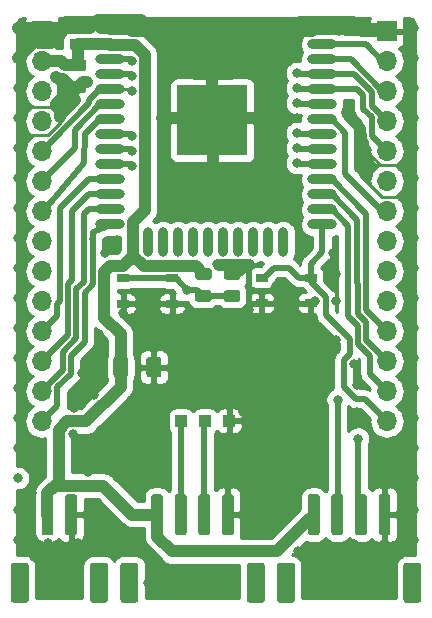
<source format=gbr>
G04 #@! TF.GenerationSoftware,KiCad,Pcbnew,(5.1.2)-1*
G04 #@! TF.CreationDate,2019-06-15T18:15:40+09:00*
G04 #@! TF.ProjectId,ESP32-breakout-SMD,45535033-322d-4627-9265-616b6f75742d,rev?*
G04 #@! TF.SameCoordinates,Original*
G04 #@! TF.FileFunction,Copper,L1,Top*
G04 #@! TF.FilePolarity,Positive*
%FSLAX46Y46*%
G04 Gerber Fmt 4.6, Leading zero omitted, Abs format (unit mm)*
G04 Created by KiCad (PCBNEW (5.1.2)-1) date 2019-06-15 18:15:40*
%MOMM*%
%LPD*%
G04 APERTURE LIST*
%ADD10C,0.100000*%
%ADD11C,1.500000*%
%ADD12C,1.000000*%
%ADD13R,1.000000X1.000000*%
%ADD14C,1.250000*%
%ADD15O,1.700000X1.700000*%
%ADD16R,1.700000X1.700000*%
%ADD17O,2.500000X0.900000*%
%ADD18O,0.900000X2.500000*%
%ADD19R,6.000000X6.000000*%
%ADD20C,0.975000*%
%ADD21R,1.050000X0.650000*%
%ADD22C,0.800000*%
%ADD23C,2.200000*%
%ADD24C,1.000000*%
%ADD25C,0.250000*%
%ADD26C,0.500000*%
%ADD27C,0.254000*%
G04 APERTURE END LIST*
D10*
G36*
X181492904Y-140240804D02*
G01*
X181517173Y-140244404D01*
X181540971Y-140250365D01*
X181564071Y-140258630D01*
X181586249Y-140269120D01*
X181607293Y-140281733D01*
X181626998Y-140296347D01*
X181645177Y-140312823D01*
X181661653Y-140331002D01*
X181676267Y-140350707D01*
X181688880Y-140371751D01*
X181699370Y-140393929D01*
X181707635Y-140417029D01*
X181713596Y-140440827D01*
X181717196Y-140465096D01*
X181718400Y-140489600D01*
X181718400Y-143389600D01*
X181717196Y-143414104D01*
X181713596Y-143438373D01*
X181707635Y-143462171D01*
X181699370Y-143485271D01*
X181688880Y-143507449D01*
X181676267Y-143528493D01*
X181661653Y-143548198D01*
X181645177Y-143566377D01*
X181626998Y-143582853D01*
X181607293Y-143597467D01*
X181586249Y-143610080D01*
X181564071Y-143620570D01*
X181540971Y-143628835D01*
X181517173Y-143634796D01*
X181492904Y-143638396D01*
X181468400Y-143639600D01*
X180468400Y-143639600D01*
X180443896Y-143638396D01*
X180419627Y-143634796D01*
X180395829Y-143628835D01*
X180372729Y-143620570D01*
X180350551Y-143610080D01*
X180329507Y-143597467D01*
X180309802Y-143582853D01*
X180291623Y-143566377D01*
X180275147Y-143548198D01*
X180260533Y-143528493D01*
X180247920Y-143507449D01*
X180237430Y-143485271D01*
X180229165Y-143462171D01*
X180223204Y-143438373D01*
X180219604Y-143414104D01*
X180218400Y-143389600D01*
X180218400Y-140489600D01*
X180219604Y-140465096D01*
X180223204Y-140440827D01*
X180229165Y-140417029D01*
X180237430Y-140393929D01*
X180247920Y-140371751D01*
X180260533Y-140350707D01*
X180275147Y-140331002D01*
X180291623Y-140312823D01*
X180309802Y-140296347D01*
X180329507Y-140281733D01*
X180350551Y-140269120D01*
X180372729Y-140258630D01*
X180395829Y-140250365D01*
X180419627Y-140244404D01*
X180443896Y-140240804D01*
X180468400Y-140239600D01*
X181468400Y-140239600D01*
X181492904Y-140240804D01*
X181492904Y-140240804D01*
G37*
D11*
X180968400Y-141939600D03*
D10*
G36*
X170792904Y-140240804D02*
G01*
X170817173Y-140244404D01*
X170840971Y-140250365D01*
X170864071Y-140258630D01*
X170886249Y-140269120D01*
X170907293Y-140281733D01*
X170926998Y-140296347D01*
X170945177Y-140312823D01*
X170961653Y-140331002D01*
X170976267Y-140350707D01*
X170988880Y-140371751D01*
X170999370Y-140393929D01*
X171007635Y-140417029D01*
X171013596Y-140440827D01*
X171017196Y-140465096D01*
X171018400Y-140489600D01*
X171018400Y-143389600D01*
X171017196Y-143414104D01*
X171013596Y-143438373D01*
X171007635Y-143462171D01*
X170999370Y-143485271D01*
X170988880Y-143507449D01*
X170976267Y-143528493D01*
X170961653Y-143548198D01*
X170945177Y-143566377D01*
X170926998Y-143582853D01*
X170907293Y-143597467D01*
X170886249Y-143610080D01*
X170864071Y-143620570D01*
X170840971Y-143628835D01*
X170817173Y-143634796D01*
X170792904Y-143638396D01*
X170768400Y-143639600D01*
X169768400Y-143639600D01*
X169743896Y-143638396D01*
X169719627Y-143634796D01*
X169695829Y-143628835D01*
X169672729Y-143620570D01*
X169650551Y-143610080D01*
X169629507Y-143597467D01*
X169609802Y-143582853D01*
X169591623Y-143566377D01*
X169575147Y-143548198D01*
X169560533Y-143528493D01*
X169547920Y-143507449D01*
X169537430Y-143485271D01*
X169529165Y-143462171D01*
X169523204Y-143438373D01*
X169519604Y-143414104D01*
X169518400Y-143389600D01*
X169518400Y-140489600D01*
X169519604Y-140465096D01*
X169523204Y-140440827D01*
X169529165Y-140417029D01*
X169537430Y-140393929D01*
X169547920Y-140371751D01*
X169560533Y-140350707D01*
X169575147Y-140331002D01*
X169591623Y-140312823D01*
X169609802Y-140296347D01*
X169629507Y-140281733D01*
X169650551Y-140269120D01*
X169672729Y-140258630D01*
X169695829Y-140250365D01*
X169719627Y-140244404D01*
X169743896Y-140240804D01*
X169768400Y-140239600D01*
X170768400Y-140239600D01*
X170792904Y-140240804D01*
X170792904Y-140240804D01*
G37*
D11*
X170268400Y-141939600D03*
D10*
G36*
X178892904Y-134440804D02*
G01*
X178917173Y-134444404D01*
X178940971Y-134450365D01*
X178964071Y-134458630D01*
X178986249Y-134469120D01*
X179007293Y-134481733D01*
X179026998Y-134496347D01*
X179045177Y-134512823D01*
X179061653Y-134531002D01*
X179076267Y-134550707D01*
X179088880Y-134571751D01*
X179099370Y-134593929D01*
X179107635Y-134617029D01*
X179113596Y-134640827D01*
X179117196Y-134665096D01*
X179118400Y-134689600D01*
X179118400Y-137689600D01*
X179117196Y-137714104D01*
X179113596Y-137738373D01*
X179107635Y-137762171D01*
X179099370Y-137785271D01*
X179088880Y-137807449D01*
X179076267Y-137828493D01*
X179061653Y-137848198D01*
X179045177Y-137866377D01*
X179026998Y-137882853D01*
X179007293Y-137897467D01*
X178986249Y-137910080D01*
X178964071Y-137920570D01*
X178940971Y-137928835D01*
X178917173Y-137934796D01*
X178892904Y-137938396D01*
X178868400Y-137939600D01*
X178368400Y-137939600D01*
X178343896Y-137938396D01*
X178319627Y-137934796D01*
X178295829Y-137928835D01*
X178272729Y-137920570D01*
X178250551Y-137910080D01*
X178229507Y-137897467D01*
X178209802Y-137882853D01*
X178191623Y-137866377D01*
X178175147Y-137848198D01*
X178160533Y-137828493D01*
X178147920Y-137807449D01*
X178137430Y-137785271D01*
X178129165Y-137762171D01*
X178123204Y-137738373D01*
X178119604Y-137714104D01*
X178118400Y-137689600D01*
X178118400Y-134689600D01*
X178119604Y-134665096D01*
X178123204Y-134640827D01*
X178129165Y-134617029D01*
X178137430Y-134593929D01*
X178147920Y-134571751D01*
X178160533Y-134550707D01*
X178175147Y-134531002D01*
X178191623Y-134512823D01*
X178209802Y-134496347D01*
X178229507Y-134481733D01*
X178250551Y-134469120D01*
X178272729Y-134458630D01*
X178295829Y-134450365D01*
X178319627Y-134444404D01*
X178343896Y-134440804D01*
X178368400Y-134439600D01*
X178868400Y-134439600D01*
X178892904Y-134440804D01*
X178892904Y-134440804D01*
G37*
D12*
X178618400Y-136189600D03*
D10*
G36*
X176892904Y-134440804D02*
G01*
X176917173Y-134444404D01*
X176940971Y-134450365D01*
X176964071Y-134458630D01*
X176986249Y-134469120D01*
X177007293Y-134481733D01*
X177026998Y-134496347D01*
X177045177Y-134512823D01*
X177061653Y-134531002D01*
X177076267Y-134550707D01*
X177088880Y-134571751D01*
X177099370Y-134593929D01*
X177107635Y-134617029D01*
X177113596Y-134640827D01*
X177117196Y-134665096D01*
X177118400Y-134689600D01*
X177118400Y-137689600D01*
X177117196Y-137714104D01*
X177113596Y-137738373D01*
X177107635Y-137762171D01*
X177099370Y-137785271D01*
X177088880Y-137807449D01*
X177076267Y-137828493D01*
X177061653Y-137848198D01*
X177045177Y-137866377D01*
X177026998Y-137882853D01*
X177007293Y-137897467D01*
X176986249Y-137910080D01*
X176964071Y-137920570D01*
X176940971Y-137928835D01*
X176917173Y-137934796D01*
X176892904Y-137938396D01*
X176868400Y-137939600D01*
X176368400Y-137939600D01*
X176343896Y-137938396D01*
X176319627Y-137934796D01*
X176295829Y-137928835D01*
X176272729Y-137920570D01*
X176250551Y-137910080D01*
X176229507Y-137897467D01*
X176209802Y-137882853D01*
X176191623Y-137866377D01*
X176175147Y-137848198D01*
X176160533Y-137828493D01*
X176147920Y-137807449D01*
X176137430Y-137785271D01*
X176129165Y-137762171D01*
X176123204Y-137738373D01*
X176119604Y-137714104D01*
X176118400Y-137689600D01*
X176118400Y-134689600D01*
X176119604Y-134665096D01*
X176123204Y-134640827D01*
X176129165Y-134617029D01*
X176137430Y-134593929D01*
X176147920Y-134571751D01*
X176160533Y-134550707D01*
X176175147Y-134531002D01*
X176191623Y-134512823D01*
X176209802Y-134496347D01*
X176229507Y-134481733D01*
X176250551Y-134469120D01*
X176272729Y-134458630D01*
X176295829Y-134450365D01*
X176319627Y-134444404D01*
X176343896Y-134440804D01*
X176368400Y-134439600D01*
X176868400Y-134439600D01*
X176892904Y-134440804D01*
X176892904Y-134440804D01*
G37*
D12*
X176618400Y-136189600D03*
D10*
G36*
X174892904Y-134440804D02*
G01*
X174917173Y-134444404D01*
X174940971Y-134450365D01*
X174964071Y-134458630D01*
X174986249Y-134469120D01*
X175007293Y-134481733D01*
X175026998Y-134496347D01*
X175045177Y-134512823D01*
X175061653Y-134531002D01*
X175076267Y-134550707D01*
X175088880Y-134571751D01*
X175099370Y-134593929D01*
X175107635Y-134617029D01*
X175113596Y-134640827D01*
X175117196Y-134665096D01*
X175118400Y-134689600D01*
X175118400Y-137689600D01*
X175117196Y-137714104D01*
X175113596Y-137738373D01*
X175107635Y-137762171D01*
X175099370Y-137785271D01*
X175088880Y-137807449D01*
X175076267Y-137828493D01*
X175061653Y-137848198D01*
X175045177Y-137866377D01*
X175026998Y-137882853D01*
X175007293Y-137897467D01*
X174986249Y-137910080D01*
X174964071Y-137920570D01*
X174940971Y-137928835D01*
X174917173Y-137934796D01*
X174892904Y-137938396D01*
X174868400Y-137939600D01*
X174368400Y-137939600D01*
X174343896Y-137938396D01*
X174319627Y-137934796D01*
X174295829Y-137928835D01*
X174272729Y-137920570D01*
X174250551Y-137910080D01*
X174229507Y-137897467D01*
X174209802Y-137882853D01*
X174191623Y-137866377D01*
X174175147Y-137848198D01*
X174160533Y-137828493D01*
X174147920Y-137807449D01*
X174137430Y-137785271D01*
X174129165Y-137762171D01*
X174123204Y-137738373D01*
X174119604Y-137714104D01*
X174118400Y-137689600D01*
X174118400Y-134689600D01*
X174119604Y-134665096D01*
X174123204Y-134640827D01*
X174129165Y-134617029D01*
X174137430Y-134593929D01*
X174147920Y-134571751D01*
X174160533Y-134550707D01*
X174175147Y-134531002D01*
X174191623Y-134512823D01*
X174209802Y-134496347D01*
X174229507Y-134481733D01*
X174250551Y-134469120D01*
X174272729Y-134458630D01*
X174295829Y-134450365D01*
X174319627Y-134444404D01*
X174343896Y-134440804D01*
X174368400Y-134439600D01*
X174868400Y-134439600D01*
X174892904Y-134440804D01*
X174892904Y-134440804D01*
G37*
D12*
X174618400Y-136189600D03*
D10*
G36*
X172892904Y-134440804D02*
G01*
X172917173Y-134444404D01*
X172940971Y-134450365D01*
X172964071Y-134458630D01*
X172986249Y-134469120D01*
X173007293Y-134481733D01*
X173026998Y-134496347D01*
X173045177Y-134512823D01*
X173061653Y-134531002D01*
X173076267Y-134550707D01*
X173088880Y-134571751D01*
X173099370Y-134593929D01*
X173107635Y-134617029D01*
X173113596Y-134640827D01*
X173117196Y-134665096D01*
X173118400Y-134689600D01*
X173118400Y-137689600D01*
X173117196Y-137714104D01*
X173113596Y-137738373D01*
X173107635Y-137762171D01*
X173099370Y-137785271D01*
X173088880Y-137807449D01*
X173076267Y-137828493D01*
X173061653Y-137848198D01*
X173045177Y-137866377D01*
X173026998Y-137882853D01*
X173007293Y-137897467D01*
X172986249Y-137910080D01*
X172964071Y-137920570D01*
X172940971Y-137928835D01*
X172917173Y-137934796D01*
X172892904Y-137938396D01*
X172868400Y-137939600D01*
X172368400Y-137939600D01*
X172343896Y-137938396D01*
X172319627Y-137934796D01*
X172295829Y-137928835D01*
X172272729Y-137920570D01*
X172250551Y-137910080D01*
X172229507Y-137897467D01*
X172209802Y-137882853D01*
X172191623Y-137866377D01*
X172175147Y-137848198D01*
X172160533Y-137828493D01*
X172147920Y-137807449D01*
X172137430Y-137785271D01*
X172129165Y-137762171D01*
X172123204Y-137738373D01*
X172119604Y-137714104D01*
X172118400Y-137689600D01*
X172118400Y-134689600D01*
X172119604Y-134665096D01*
X172123204Y-134640827D01*
X172129165Y-134617029D01*
X172137430Y-134593929D01*
X172147920Y-134571751D01*
X172160533Y-134550707D01*
X172175147Y-134531002D01*
X172191623Y-134512823D01*
X172209802Y-134496347D01*
X172229507Y-134481733D01*
X172250551Y-134469120D01*
X172272729Y-134458630D01*
X172295829Y-134450365D01*
X172319627Y-134444404D01*
X172343896Y-134440804D01*
X172368400Y-134439600D01*
X172868400Y-134439600D01*
X172892904Y-134440804D01*
X172892904Y-134440804D01*
G37*
D12*
X172618400Y-136189600D03*
D13*
X165455600Y-128244600D03*
X161391600Y-128244600D03*
D10*
G36*
X156682704Y-122824204D02*
G01*
X156706973Y-122827804D01*
X156730771Y-122833765D01*
X156753871Y-122842030D01*
X156776049Y-122852520D01*
X156797093Y-122865133D01*
X156816798Y-122879747D01*
X156834977Y-122896223D01*
X156851453Y-122914402D01*
X156866067Y-122934107D01*
X156878680Y-122955151D01*
X156889170Y-122977329D01*
X156897435Y-123000429D01*
X156903396Y-123024227D01*
X156906996Y-123048496D01*
X156908200Y-123073000D01*
X156908200Y-124323000D01*
X156906996Y-124347504D01*
X156903396Y-124371773D01*
X156897435Y-124395571D01*
X156889170Y-124418671D01*
X156878680Y-124440849D01*
X156866067Y-124461893D01*
X156851453Y-124481598D01*
X156834977Y-124499777D01*
X156816798Y-124516253D01*
X156797093Y-124530867D01*
X156776049Y-124543480D01*
X156753871Y-124553970D01*
X156730771Y-124562235D01*
X156706973Y-124568196D01*
X156682704Y-124571796D01*
X156658200Y-124573000D01*
X155908200Y-124573000D01*
X155883696Y-124571796D01*
X155859427Y-124568196D01*
X155835629Y-124562235D01*
X155812529Y-124553970D01*
X155790351Y-124543480D01*
X155769307Y-124530867D01*
X155749602Y-124516253D01*
X155731423Y-124499777D01*
X155714947Y-124481598D01*
X155700333Y-124461893D01*
X155687720Y-124440849D01*
X155677230Y-124418671D01*
X155668965Y-124395571D01*
X155663004Y-124371773D01*
X155659404Y-124347504D01*
X155658200Y-124323000D01*
X155658200Y-123073000D01*
X155659404Y-123048496D01*
X155663004Y-123024227D01*
X155668965Y-123000429D01*
X155677230Y-122977329D01*
X155687720Y-122955151D01*
X155700333Y-122934107D01*
X155714947Y-122914402D01*
X155731423Y-122896223D01*
X155749602Y-122879747D01*
X155769307Y-122865133D01*
X155790351Y-122852520D01*
X155812529Y-122842030D01*
X155835629Y-122833765D01*
X155859427Y-122827804D01*
X155883696Y-122824204D01*
X155908200Y-122823000D01*
X156658200Y-122823000D01*
X156682704Y-122824204D01*
X156682704Y-122824204D01*
G37*
D14*
X156283200Y-123698000D03*
D10*
G36*
X159482704Y-122824204D02*
G01*
X159506973Y-122827804D01*
X159530771Y-122833765D01*
X159553871Y-122842030D01*
X159576049Y-122852520D01*
X159597093Y-122865133D01*
X159616798Y-122879747D01*
X159634977Y-122896223D01*
X159651453Y-122914402D01*
X159666067Y-122934107D01*
X159678680Y-122955151D01*
X159689170Y-122977329D01*
X159697435Y-123000429D01*
X159703396Y-123024227D01*
X159706996Y-123048496D01*
X159708200Y-123073000D01*
X159708200Y-124323000D01*
X159706996Y-124347504D01*
X159703396Y-124371773D01*
X159697435Y-124395571D01*
X159689170Y-124418671D01*
X159678680Y-124440849D01*
X159666067Y-124461893D01*
X159651453Y-124481598D01*
X159634977Y-124499777D01*
X159616798Y-124516253D01*
X159597093Y-124530867D01*
X159576049Y-124543480D01*
X159553871Y-124553970D01*
X159530771Y-124562235D01*
X159506973Y-124568196D01*
X159482704Y-124571796D01*
X159458200Y-124573000D01*
X158708200Y-124573000D01*
X158683696Y-124571796D01*
X158659427Y-124568196D01*
X158635629Y-124562235D01*
X158612529Y-124553970D01*
X158590351Y-124543480D01*
X158569307Y-124530867D01*
X158549602Y-124516253D01*
X158531423Y-124499777D01*
X158514947Y-124481598D01*
X158500333Y-124461893D01*
X158487720Y-124440849D01*
X158477230Y-124418671D01*
X158468965Y-124395571D01*
X158463004Y-124371773D01*
X158459404Y-124347504D01*
X158458200Y-124323000D01*
X158458200Y-123073000D01*
X158459404Y-123048496D01*
X158463004Y-123024227D01*
X158468965Y-123000429D01*
X158477230Y-122977329D01*
X158487720Y-122955151D01*
X158500333Y-122934107D01*
X158514947Y-122914402D01*
X158531423Y-122896223D01*
X158549602Y-122879747D01*
X158569307Y-122865133D01*
X158590351Y-122852520D01*
X158612529Y-122842030D01*
X158635629Y-122833765D01*
X158659427Y-122827804D01*
X158683696Y-122824204D01*
X158708200Y-122823000D01*
X159458200Y-122823000D01*
X159482704Y-122824204D01*
X159482704Y-122824204D01*
G37*
D14*
X159083200Y-123698000D03*
D13*
X163423600Y-128244600D03*
D15*
X149606000Y-128270000D03*
X149606000Y-125730000D03*
X149606000Y-123190000D03*
X149606000Y-120650000D03*
X149606000Y-118110000D03*
X149606000Y-115570000D03*
X149606000Y-113030000D03*
X149606000Y-110490000D03*
X149606000Y-107950000D03*
X149606000Y-105410000D03*
X149606000Y-102870000D03*
X149606000Y-100330000D03*
X149606000Y-97790000D03*
D16*
X149606000Y-95250000D03*
D15*
X178816000Y-128270000D03*
X178816000Y-125730000D03*
X178816000Y-123190000D03*
X178816000Y-120650000D03*
X178816000Y-118110000D03*
X178816000Y-115570000D03*
X178816000Y-113030000D03*
X178816000Y-110490000D03*
X178816000Y-107950000D03*
X178816000Y-105410000D03*
X178816000Y-102870000D03*
X178816000Y-100330000D03*
X178816000Y-97790000D03*
D16*
X178816000Y-95250000D03*
D17*
X173330000Y-95110000D03*
X173330000Y-96380000D03*
X173330000Y-97650000D03*
X173330000Y-98920000D03*
X173330000Y-100190000D03*
X173330000Y-101460000D03*
X173330000Y-102730000D03*
X173330000Y-104000000D03*
X173330000Y-105270000D03*
X173330000Y-106540000D03*
X173330000Y-107810000D03*
X173330000Y-109080000D03*
X173330000Y-110350000D03*
X173330000Y-111620000D03*
D18*
X170045000Y-113110000D03*
X168775000Y-113110000D03*
X167505000Y-113110000D03*
X166235000Y-113110000D03*
X164965000Y-113110000D03*
X163695000Y-113110000D03*
X162425000Y-113110000D03*
X161155000Y-113110000D03*
X159885000Y-113110000D03*
X158615000Y-113110000D03*
D17*
X155330000Y-111620000D03*
X155330000Y-110350000D03*
X155330000Y-109080000D03*
X155330000Y-107810000D03*
X155330000Y-106540000D03*
X155330000Y-105270000D03*
X155330000Y-104000000D03*
X155330000Y-102730000D03*
X155330000Y-101460000D03*
X155330000Y-100190000D03*
X155330000Y-98920000D03*
X155330000Y-97650000D03*
X155330000Y-96380000D03*
X155330000Y-95110000D03*
D19*
X164030000Y-102810000D03*
D10*
G36*
X153134142Y-97636174D02*
G01*
X153157803Y-97639684D01*
X153181007Y-97645496D01*
X153203529Y-97653554D01*
X153225153Y-97663782D01*
X153245670Y-97676079D01*
X153264883Y-97690329D01*
X153282607Y-97706393D01*
X153298671Y-97724117D01*
X153312921Y-97743330D01*
X153325218Y-97763847D01*
X153335446Y-97785471D01*
X153343504Y-97807993D01*
X153349316Y-97831197D01*
X153352826Y-97854858D01*
X153354000Y-97878750D01*
X153354000Y-98366250D01*
X153352826Y-98390142D01*
X153349316Y-98413803D01*
X153343504Y-98437007D01*
X153335446Y-98459529D01*
X153325218Y-98481153D01*
X153312921Y-98501670D01*
X153298671Y-98520883D01*
X153282607Y-98538607D01*
X153264883Y-98554671D01*
X153245670Y-98568921D01*
X153225153Y-98581218D01*
X153203529Y-98591446D01*
X153181007Y-98599504D01*
X153157803Y-98605316D01*
X153134142Y-98608826D01*
X153110250Y-98610000D01*
X152197750Y-98610000D01*
X152173858Y-98608826D01*
X152150197Y-98605316D01*
X152126993Y-98599504D01*
X152104471Y-98591446D01*
X152082847Y-98581218D01*
X152062330Y-98568921D01*
X152043117Y-98554671D01*
X152025393Y-98538607D01*
X152009329Y-98520883D01*
X151995079Y-98501670D01*
X151982782Y-98481153D01*
X151972554Y-98459529D01*
X151964496Y-98437007D01*
X151958684Y-98413803D01*
X151955174Y-98390142D01*
X151954000Y-98366250D01*
X151954000Y-97878750D01*
X151955174Y-97854858D01*
X151958684Y-97831197D01*
X151964496Y-97807993D01*
X151972554Y-97785471D01*
X151982782Y-97763847D01*
X151995079Y-97743330D01*
X152009329Y-97724117D01*
X152025393Y-97706393D01*
X152043117Y-97690329D01*
X152062330Y-97676079D01*
X152082847Y-97663782D01*
X152104471Y-97653554D01*
X152126993Y-97645496D01*
X152150197Y-97639684D01*
X152173858Y-97636174D01*
X152197750Y-97635000D01*
X153110250Y-97635000D01*
X153134142Y-97636174D01*
X153134142Y-97636174D01*
G37*
D20*
X152654000Y-98122500D03*
D10*
G36*
X153134142Y-99511174D02*
G01*
X153157803Y-99514684D01*
X153181007Y-99520496D01*
X153203529Y-99528554D01*
X153225153Y-99538782D01*
X153245670Y-99551079D01*
X153264883Y-99565329D01*
X153282607Y-99581393D01*
X153298671Y-99599117D01*
X153312921Y-99618330D01*
X153325218Y-99638847D01*
X153335446Y-99660471D01*
X153343504Y-99682993D01*
X153349316Y-99706197D01*
X153352826Y-99729858D01*
X153354000Y-99753750D01*
X153354000Y-100241250D01*
X153352826Y-100265142D01*
X153349316Y-100288803D01*
X153343504Y-100312007D01*
X153335446Y-100334529D01*
X153325218Y-100356153D01*
X153312921Y-100376670D01*
X153298671Y-100395883D01*
X153282607Y-100413607D01*
X153264883Y-100429671D01*
X153245670Y-100443921D01*
X153225153Y-100456218D01*
X153203529Y-100466446D01*
X153181007Y-100474504D01*
X153157803Y-100480316D01*
X153134142Y-100483826D01*
X153110250Y-100485000D01*
X152197750Y-100485000D01*
X152173858Y-100483826D01*
X152150197Y-100480316D01*
X152126993Y-100474504D01*
X152104471Y-100466446D01*
X152082847Y-100456218D01*
X152062330Y-100443921D01*
X152043117Y-100429671D01*
X152025393Y-100413607D01*
X152009329Y-100395883D01*
X151995079Y-100376670D01*
X151982782Y-100356153D01*
X151972554Y-100334529D01*
X151964496Y-100312007D01*
X151958684Y-100288803D01*
X151955174Y-100265142D01*
X151954000Y-100241250D01*
X151954000Y-99753750D01*
X151955174Y-99729858D01*
X151958684Y-99706197D01*
X151964496Y-99682993D01*
X151972554Y-99660471D01*
X151982782Y-99638847D01*
X151995079Y-99618330D01*
X152009329Y-99599117D01*
X152025393Y-99581393D01*
X152043117Y-99565329D01*
X152062330Y-99551079D01*
X152082847Y-99538782D01*
X152104471Y-99528554D01*
X152126993Y-99520496D01*
X152150197Y-99514684D01*
X152173858Y-99511174D01*
X152197750Y-99510000D01*
X153110250Y-99510000D01*
X153134142Y-99511174D01*
X153134142Y-99511174D01*
G37*
D20*
X152654000Y-99997500D03*
D10*
G36*
X153134142Y-94001674D02*
G01*
X153157803Y-94005184D01*
X153181007Y-94010996D01*
X153203529Y-94019054D01*
X153225153Y-94029282D01*
X153245670Y-94041579D01*
X153264883Y-94055829D01*
X153282607Y-94071893D01*
X153298671Y-94089617D01*
X153312921Y-94108830D01*
X153325218Y-94129347D01*
X153335446Y-94150971D01*
X153343504Y-94173493D01*
X153349316Y-94196697D01*
X153352826Y-94220358D01*
X153354000Y-94244250D01*
X153354000Y-94731750D01*
X153352826Y-94755642D01*
X153349316Y-94779303D01*
X153343504Y-94802507D01*
X153335446Y-94825029D01*
X153325218Y-94846653D01*
X153312921Y-94867170D01*
X153298671Y-94886383D01*
X153282607Y-94904107D01*
X153264883Y-94920171D01*
X153245670Y-94934421D01*
X153225153Y-94946718D01*
X153203529Y-94956946D01*
X153181007Y-94965004D01*
X153157803Y-94970816D01*
X153134142Y-94974326D01*
X153110250Y-94975500D01*
X152197750Y-94975500D01*
X152173858Y-94974326D01*
X152150197Y-94970816D01*
X152126993Y-94965004D01*
X152104471Y-94956946D01*
X152082847Y-94946718D01*
X152062330Y-94934421D01*
X152043117Y-94920171D01*
X152025393Y-94904107D01*
X152009329Y-94886383D01*
X151995079Y-94867170D01*
X151982782Y-94846653D01*
X151972554Y-94825029D01*
X151964496Y-94802507D01*
X151958684Y-94779303D01*
X151955174Y-94755642D01*
X151954000Y-94731750D01*
X151954000Y-94244250D01*
X151955174Y-94220358D01*
X151958684Y-94196697D01*
X151964496Y-94173493D01*
X151972554Y-94150971D01*
X151982782Y-94129347D01*
X151995079Y-94108830D01*
X152009329Y-94089617D01*
X152025393Y-94071893D01*
X152043117Y-94055829D01*
X152062330Y-94041579D01*
X152082847Y-94029282D01*
X152104471Y-94019054D01*
X152126993Y-94010996D01*
X152150197Y-94005184D01*
X152173858Y-94001674D01*
X152197750Y-94000500D01*
X153110250Y-94000500D01*
X153134142Y-94001674D01*
X153134142Y-94001674D01*
G37*
D20*
X152654000Y-94488000D03*
D10*
G36*
X153134142Y-95876674D02*
G01*
X153157803Y-95880184D01*
X153181007Y-95885996D01*
X153203529Y-95894054D01*
X153225153Y-95904282D01*
X153245670Y-95916579D01*
X153264883Y-95930829D01*
X153282607Y-95946893D01*
X153298671Y-95964617D01*
X153312921Y-95983830D01*
X153325218Y-96004347D01*
X153335446Y-96025971D01*
X153343504Y-96048493D01*
X153349316Y-96071697D01*
X153352826Y-96095358D01*
X153354000Y-96119250D01*
X153354000Y-96606750D01*
X153352826Y-96630642D01*
X153349316Y-96654303D01*
X153343504Y-96677507D01*
X153335446Y-96700029D01*
X153325218Y-96721653D01*
X153312921Y-96742170D01*
X153298671Y-96761383D01*
X153282607Y-96779107D01*
X153264883Y-96795171D01*
X153245670Y-96809421D01*
X153225153Y-96821718D01*
X153203529Y-96831946D01*
X153181007Y-96840004D01*
X153157803Y-96845816D01*
X153134142Y-96849326D01*
X153110250Y-96850500D01*
X152197750Y-96850500D01*
X152173858Y-96849326D01*
X152150197Y-96845816D01*
X152126993Y-96840004D01*
X152104471Y-96831946D01*
X152082847Y-96821718D01*
X152062330Y-96809421D01*
X152043117Y-96795171D01*
X152025393Y-96779107D01*
X152009329Y-96761383D01*
X151995079Y-96742170D01*
X151982782Y-96721653D01*
X151972554Y-96700029D01*
X151964496Y-96677507D01*
X151958684Y-96654303D01*
X151955174Y-96630642D01*
X151954000Y-96606750D01*
X151954000Y-96119250D01*
X151955174Y-96095358D01*
X151958684Y-96071697D01*
X151964496Y-96048493D01*
X151972554Y-96025971D01*
X151982782Y-96004347D01*
X151995079Y-95983830D01*
X152009329Y-95964617D01*
X152025393Y-95946893D01*
X152043117Y-95930829D01*
X152062330Y-95916579D01*
X152082847Y-95904282D01*
X152104471Y-95894054D01*
X152126993Y-95885996D01*
X152150197Y-95880184D01*
X152173858Y-95876674D01*
X152197750Y-95875500D01*
X153110250Y-95875500D01*
X153134142Y-95876674D01*
X153134142Y-95876674D01*
G37*
D20*
X152654000Y-96363000D03*
D10*
G36*
X166189742Y-117189574D02*
G01*
X166213403Y-117193084D01*
X166236607Y-117198896D01*
X166259129Y-117206954D01*
X166280753Y-117217182D01*
X166301270Y-117229479D01*
X166320483Y-117243729D01*
X166338207Y-117259793D01*
X166354271Y-117277517D01*
X166368521Y-117296730D01*
X166380818Y-117317247D01*
X166391046Y-117338871D01*
X166399104Y-117361393D01*
X166404916Y-117384597D01*
X166408426Y-117408258D01*
X166409600Y-117432150D01*
X166409600Y-117919650D01*
X166408426Y-117943542D01*
X166404916Y-117967203D01*
X166399104Y-117990407D01*
X166391046Y-118012929D01*
X166380818Y-118034553D01*
X166368521Y-118055070D01*
X166354271Y-118074283D01*
X166338207Y-118092007D01*
X166320483Y-118108071D01*
X166301270Y-118122321D01*
X166280753Y-118134618D01*
X166259129Y-118144846D01*
X166236607Y-118152904D01*
X166213403Y-118158716D01*
X166189742Y-118162226D01*
X166165850Y-118163400D01*
X165253350Y-118163400D01*
X165229458Y-118162226D01*
X165205797Y-118158716D01*
X165182593Y-118152904D01*
X165160071Y-118144846D01*
X165138447Y-118134618D01*
X165117930Y-118122321D01*
X165098717Y-118108071D01*
X165080993Y-118092007D01*
X165064929Y-118074283D01*
X165050679Y-118055070D01*
X165038382Y-118034553D01*
X165028154Y-118012929D01*
X165020096Y-117990407D01*
X165014284Y-117967203D01*
X165010774Y-117943542D01*
X165009600Y-117919650D01*
X165009600Y-117432150D01*
X165010774Y-117408258D01*
X165014284Y-117384597D01*
X165020096Y-117361393D01*
X165028154Y-117338871D01*
X165038382Y-117317247D01*
X165050679Y-117296730D01*
X165064929Y-117277517D01*
X165080993Y-117259793D01*
X165098717Y-117243729D01*
X165117930Y-117229479D01*
X165138447Y-117217182D01*
X165160071Y-117206954D01*
X165182593Y-117198896D01*
X165205797Y-117193084D01*
X165229458Y-117189574D01*
X165253350Y-117188400D01*
X166165850Y-117188400D01*
X166189742Y-117189574D01*
X166189742Y-117189574D01*
G37*
D20*
X165709600Y-117675900D03*
D10*
G36*
X166189742Y-115314574D02*
G01*
X166213403Y-115318084D01*
X166236607Y-115323896D01*
X166259129Y-115331954D01*
X166280753Y-115342182D01*
X166301270Y-115354479D01*
X166320483Y-115368729D01*
X166338207Y-115384793D01*
X166354271Y-115402517D01*
X166368521Y-115421730D01*
X166380818Y-115442247D01*
X166391046Y-115463871D01*
X166399104Y-115486393D01*
X166404916Y-115509597D01*
X166408426Y-115533258D01*
X166409600Y-115557150D01*
X166409600Y-116044650D01*
X166408426Y-116068542D01*
X166404916Y-116092203D01*
X166399104Y-116115407D01*
X166391046Y-116137929D01*
X166380818Y-116159553D01*
X166368521Y-116180070D01*
X166354271Y-116199283D01*
X166338207Y-116217007D01*
X166320483Y-116233071D01*
X166301270Y-116247321D01*
X166280753Y-116259618D01*
X166259129Y-116269846D01*
X166236607Y-116277904D01*
X166213403Y-116283716D01*
X166189742Y-116287226D01*
X166165850Y-116288400D01*
X165253350Y-116288400D01*
X165229458Y-116287226D01*
X165205797Y-116283716D01*
X165182593Y-116277904D01*
X165160071Y-116269846D01*
X165138447Y-116259618D01*
X165117930Y-116247321D01*
X165098717Y-116233071D01*
X165080993Y-116217007D01*
X165064929Y-116199283D01*
X165050679Y-116180070D01*
X165038382Y-116159553D01*
X165028154Y-116137929D01*
X165020096Y-116115407D01*
X165014284Y-116092203D01*
X165010774Y-116068542D01*
X165009600Y-116044650D01*
X165009600Y-115557150D01*
X165010774Y-115533258D01*
X165014284Y-115509597D01*
X165020096Y-115486393D01*
X165028154Y-115463871D01*
X165038382Y-115442247D01*
X165050679Y-115421730D01*
X165064929Y-115402517D01*
X165080993Y-115384793D01*
X165098717Y-115368729D01*
X165117930Y-115354479D01*
X165138447Y-115342182D01*
X165160071Y-115331954D01*
X165182593Y-115323896D01*
X165205797Y-115318084D01*
X165229458Y-115314574D01*
X165253350Y-115313400D01*
X166165850Y-115313400D01*
X166189742Y-115314574D01*
X166189742Y-115314574D01*
G37*
D20*
X165709600Y-115800900D03*
D10*
G36*
X163751342Y-115314574D02*
G01*
X163775003Y-115318084D01*
X163798207Y-115323896D01*
X163820729Y-115331954D01*
X163842353Y-115342182D01*
X163862870Y-115354479D01*
X163882083Y-115368729D01*
X163899807Y-115384793D01*
X163915871Y-115402517D01*
X163930121Y-115421730D01*
X163942418Y-115442247D01*
X163952646Y-115463871D01*
X163960704Y-115486393D01*
X163966516Y-115509597D01*
X163970026Y-115533258D01*
X163971200Y-115557150D01*
X163971200Y-116044650D01*
X163970026Y-116068542D01*
X163966516Y-116092203D01*
X163960704Y-116115407D01*
X163952646Y-116137929D01*
X163942418Y-116159553D01*
X163930121Y-116180070D01*
X163915871Y-116199283D01*
X163899807Y-116217007D01*
X163882083Y-116233071D01*
X163862870Y-116247321D01*
X163842353Y-116259618D01*
X163820729Y-116269846D01*
X163798207Y-116277904D01*
X163775003Y-116283716D01*
X163751342Y-116287226D01*
X163727450Y-116288400D01*
X162814950Y-116288400D01*
X162791058Y-116287226D01*
X162767397Y-116283716D01*
X162744193Y-116277904D01*
X162721671Y-116269846D01*
X162700047Y-116259618D01*
X162679530Y-116247321D01*
X162660317Y-116233071D01*
X162642593Y-116217007D01*
X162626529Y-116199283D01*
X162612279Y-116180070D01*
X162599982Y-116159553D01*
X162589754Y-116137929D01*
X162581696Y-116115407D01*
X162575884Y-116092203D01*
X162572374Y-116068542D01*
X162571200Y-116044650D01*
X162571200Y-115557150D01*
X162572374Y-115533258D01*
X162575884Y-115509597D01*
X162581696Y-115486393D01*
X162589754Y-115463871D01*
X162599982Y-115442247D01*
X162612279Y-115421730D01*
X162626529Y-115402517D01*
X162642593Y-115384793D01*
X162660317Y-115368729D01*
X162679530Y-115354479D01*
X162700047Y-115342182D01*
X162721671Y-115331954D01*
X162744193Y-115323896D01*
X162767397Y-115318084D01*
X162791058Y-115314574D01*
X162814950Y-115313400D01*
X163727450Y-115313400D01*
X163751342Y-115314574D01*
X163751342Y-115314574D01*
G37*
D20*
X163271200Y-115800900D03*
D10*
G36*
X163751342Y-117189574D02*
G01*
X163775003Y-117193084D01*
X163798207Y-117198896D01*
X163820729Y-117206954D01*
X163842353Y-117217182D01*
X163862870Y-117229479D01*
X163882083Y-117243729D01*
X163899807Y-117259793D01*
X163915871Y-117277517D01*
X163930121Y-117296730D01*
X163942418Y-117317247D01*
X163952646Y-117338871D01*
X163960704Y-117361393D01*
X163966516Y-117384597D01*
X163970026Y-117408258D01*
X163971200Y-117432150D01*
X163971200Y-117919650D01*
X163970026Y-117943542D01*
X163966516Y-117967203D01*
X163960704Y-117990407D01*
X163952646Y-118012929D01*
X163942418Y-118034553D01*
X163930121Y-118055070D01*
X163915871Y-118074283D01*
X163899807Y-118092007D01*
X163882083Y-118108071D01*
X163862870Y-118122321D01*
X163842353Y-118134618D01*
X163820729Y-118144846D01*
X163798207Y-118152904D01*
X163775003Y-118158716D01*
X163751342Y-118162226D01*
X163727450Y-118163400D01*
X162814950Y-118163400D01*
X162791058Y-118162226D01*
X162767397Y-118158716D01*
X162744193Y-118152904D01*
X162721671Y-118144846D01*
X162700047Y-118134618D01*
X162679530Y-118122321D01*
X162660317Y-118108071D01*
X162642593Y-118092007D01*
X162626529Y-118074283D01*
X162612279Y-118055070D01*
X162599982Y-118034553D01*
X162589754Y-118012929D01*
X162581696Y-117990407D01*
X162575884Y-117967203D01*
X162572374Y-117943542D01*
X162571200Y-117919650D01*
X162571200Y-117432150D01*
X162572374Y-117408258D01*
X162575884Y-117384597D01*
X162581696Y-117361393D01*
X162589754Y-117338871D01*
X162599982Y-117317247D01*
X162612279Y-117296730D01*
X162626529Y-117277517D01*
X162642593Y-117259793D01*
X162660317Y-117243729D01*
X162679530Y-117229479D01*
X162700047Y-117217182D01*
X162721671Y-117206954D01*
X162744193Y-117198896D01*
X162767397Y-117193084D01*
X162791058Y-117189574D01*
X162814950Y-117188400D01*
X163727450Y-117188400D01*
X163751342Y-117189574D01*
X163751342Y-117189574D01*
G37*
D20*
X163271200Y-117675900D03*
D21*
X160621800Y-118321400D03*
X156471800Y-118321400D03*
X160621800Y-116171400D03*
X156471800Y-116171400D03*
X168206600Y-116120600D03*
X172356600Y-116120600D03*
X168206600Y-118270600D03*
X172356600Y-118270600D03*
D10*
G36*
X150353704Y-134440804D02*
G01*
X150377973Y-134444404D01*
X150401771Y-134450365D01*
X150424871Y-134458630D01*
X150447049Y-134469120D01*
X150468093Y-134481733D01*
X150487798Y-134496347D01*
X150505977Y-134512823D01*
X150522453Y-134531002D01*
X150537067Y-134550707D01*
X150549680Y-134571751D01*
X150560170Y-134593929D01*
X150568435Y-134617029D01*
X150574396Y-134640827D01*
X150577996Y-134665096D01*
X150579200Y-134689600D01*
X150579200Y-137689600D01*
X150577996Y-137714104D01*
X150574396Y-137738373D01*
X150568435Y-137762171D01*
X150560170Y-137785271D01*
X150549680Y-137807449D01*
X150537067Y-137828493D01*
X150522453Y-137848198D01*
X150505977Y-137866377D01*
X150487798Y-137882853D01*
X150468093Y-137897467D01*
X150447049Y-137910080D01*
X150424871Y-137920570D01*
X150401771Y-137928835D01*
X150377973Y-137934796D01*
X150353704Y-137938396D01*
X150329200Y-137939600D01*
X149829200Y-137939600D01*
X149804696Y-137938396D01*
X149780427Y-137934796D01*
X149756629Y-137928835D01*
X149733529Y-137920570D01*
X149711351Y-137910080D01*
X149690307Y-137897467D01*
X149670602Y-137882853D01*
X149652423Y-137866377D01*
X149635947Y-137848198D01*
X149621333Y-137828493D01*
X149608720Y-137807449D01*
X149598230Y-137785271D01*
X149589965Y-137762171D01*
X149584004Y-137738373D01*
X149580404Y-137714104D01*
X149579200Y-137689600D01*
X149579200Y-134689600D01*
X149580404Y-134665096D01*
X149584004Y-134640827D01*
X149589965Y-134617029D01*
X149598230Y-134593929D01*
X149608720Y-134571751D01*
X149621333Y-134550707D01*
X149635947Y-134531002D01*
X149652423Y-134512823D01*
X149670602Y-134496347D01*
X149690307Y-134481733D01*
X149711351Y-134469120D01*
X149733529Y-134458630D01*
X149756629Y-134450365D01*
X149780427Y-134444404D01*
X149804696Y-134440804D01*
X149829200Y-134439600D01*
X150329200Y-134439600D01*
X150353704Y-134440804D01*
X150353704Y-134440804D01*
G37*
D12*
X150079200Y-136189600D03*
D10*
G36*
X152353704Y-134440804D02*
G01*
X152377973Y-134444404D01*
X152401771Y-134450365D01*
X152424871Y-134458630D01*
X152447049Y-134469120D01*
X152468093Y-134481733D01*
X152487798Y-134496347D01*
X152505977Y-134512823D01*
X152522453Y-134531002D01*
X152537067Y-134550707D01*
X152549680Y-134571751D01*
X152560170Y-134593929D01*
X152568435Y-134617029D01*
X152574396Y-134640827D01*
X152577996Y-134665096D01*
X152579200Y-134689600D01*
X152579200Y-137689600D01*
X152577996Y-137714104D01*
X152574396Y-137738373D01*
X152568435Y-137762171D01*
X152560170Y-137785271D01*
X152549680Y-137807449D01*
X152537067Y-137828493D01*
X152522453Y-137848198D01*
X152505977Y-137866377D01*
X152487798Y-137882853D01*
X152468093Y-137897467D01*
X152447049Y-137910080D01*
X152424871Y-137920570D01*
X152401771Y-137928835D01*
X152377973Y-137934796D01*
X152353704Y-137938396D01*
X152329200Y-137939600D01*
X151829200Y-137939600D01*
X151804696Y-137938396D01*
X151780427Y-137934796D01*
X151756629Y-137928835D01*
X151733529Y-137920570D01*
X151711351Y-137910080D01*
X151690307Y-137897467D01*
X151670602Y-137882853D01*
X151652423Y-137866377D01*
X151635947Y-137848198D01*
X151621333Y-137828493D01*
X151608720Y-137807449D01*
X151598230Y-137785271D01*
X151589965Y-137762171D01*
X151584004Y-137738373D01*
X151580404Y-137714104D01*
X151579200Y-137689600D01*
X151579200Y-134689600D01*
X151580404Y-134665096D01*
X151584004Y-134640827D01*
X151589965Y-134617029D01*
X151598230Y-134593929D01*
X151608720Y-134571751D01*
X151621333Y-134550707D01*
X151635947Y-134531002D01*
X151652423Y-134512823D01*
X151670602Y-134496347D01*
X151690307Y-134481733D01*
X151711351Y-134469120D01*
X151733529Y-134458630D01*
X151756629Y-134450365D01*
X151780427Y-134444404D01*
X151804696Y-134440804D01*
X151829200Y-134439600D01*
X152329200Y-134439600D01*
X152353704Y-134440804D01*
X152353704Y-134440804D01*
G37*
D12*
X152079200Y-136189600D03*
D10*
G36*
X148253704Y-140240804D02*
G01*
X148277973Y-140244404D01*
X148301771Y-140250365D01*
X148324871Y-140258630D01*
X148347049Y-140269120D01*
X148368093Y-140281733D01*
X148387798Y-140296347D01*
X148405977Y-140312823D01*
X148422453Y-140331002D01*
X148437067Y-140350707D01*
X148449680Y-140371751D01*
X148460170Y-140393929D01*
X148468435Y-140417029D01*
X148474396Y-140440827D01*
X148477996Y-140465096D01*
X148479200Y-140489600D01*
X148479200Y-143389600D01*
X148477996Y-143414104D01*
X148474396Y-143438373D01*
X148468435Y-143462171D01*
X148460170Y-143485271D01*
X148449680Y-143507449D01*
X148437067Y-143528493D01*
X148422453Y-143548198D01*
X148405977Y-143566377D01*
X148387798Y-143582853D01*
X148368093Y-143597467D01*
X148347049Y-143610080D01*
X148324871Y-143620570D01*
X148301771Y-143628835D01*
X148277973Y-143634796D01*
X148253704Y-143638396D01*
X148229200Y-143639600D01*
X147229200Y-143639600D01*
X147204696Y-143638396D01*
X147180427Y-143634796D01*
X147156629Y-143628835D01*
X147133529Y-143620570D01*
X147111351Y-143610080D01*
X147090307Y-143597467D01*
X147070602Y-143582853D01*
X147052423Y-143566377D01*
X147035947Y-143548198D01*
X147021333Y-143528493D01*
X147008720Y-143507449D01*
X146998230Y-143485271D01*
X146989965Y-143462171D01*
X146984004Y-143438373D01*
X146980404Y-143414104D01*
X146979200Y-143389600D01*
X146979200Y-140489600D01*
X146980404Y-140465096D01*
X146984004Y-140440827D01*
X146989965Y-140417029D01*
X146998230Y-140393929D01*
X147008720Y-140371751D01*
X147021333Y-140350707D01*
X147035947Y-140331002D01*
X147052423Y-140312823D01*
X147070602Y-140296347D01*
X147090307Y-140281733D01*
X147111351Y-140269120D01*
X147133529Y-140258630D01*
X147156629Y-140250365D01*
X147180427Y-140244404D01*
X147204696Y-140240804D01*
X147229200Y-140239600D01*
X148229200Y-140239600D01*
X148253704Y-140240804D01*
X148253704Y-140240804D01*
G37*
D11*
X147729200Y-141939600D03*
D10*
G36*
X154953704Y-140240804D02*
G01*
X154977973Y-140244404D01*
X155001771Y-140250365D01*
X155024871Y-140258630D01*
X155047049Y-140269120D01*
X155068093Y-140281733D01*
X155087798Y-140296347D01*
X155105977Y-140312823D01*
X155122453Y-140331002D01*
X155137067Y-140350707D01*
X155149680Y-140371751D01*
X155160170Y-140393929D01*
X155168435Y-140417029D01*
X155174396Y-140440827D01*
X155177996Y-140465096D01*
X155179200Y-140489600D01*
X155179200Y-143389600D01*
X155177996Y-143414104D01*
X155174396Y-143438373D01*
X155168435Y-143462171D01*
X155160170Y-143485271D01*
X155149680Y-143507449D01*
X155137067Y-143528493D01*
X155122453Y-143548198D01*
X155105977Y-143566377D01*
X155087798Y-143582853D01*
X155068093Y-143597467D01*
X155047049Y-143610080D01*
X155024871Y-143620570D01*
X155001771Y-143628835D01*
X154977973Y-143634796D01*
X154953704Y-143638396D01*
X154929200Y-143639600D01*
X153929200Y-143639600D01*
X153904696Y-143638396D01*
X153880427Y-143634796D01*
X153856629Y-143628835D01*
X153833529Y-143620570D01*
X153811351Y-143610080D01*
X153790307Y-143597467D01*
X153770602Y-143582853D01*
X153752423Y-143566377D01*
X153735947Y-143548198D01*
X153721333Y-143528493D01*
X153708720Y-143507449D01*
X153698230Y-143485271D01*
X153689965Y-143462171D01*
X153684004Y-143438373D01*
X153680404Y-143414104D01*
X153679200Y-143389600D01*
X153679200Y-140489600D01*
X153680404Y-140465096D01*
X153684004Y-140440827D01*
X153689965Y-140417029D01*
X153698230Y-140393929D01*
X153708720Y-140371751D01*
X153721333Y-140350707D01*
X153735947Y-140331002D01*
X153752423Y-140312823D01*
X153770602Y-140296347D01*
X153790307Y-140281733D01*
X153811351Y-140269120D01*
X153833529Y-140258630D01*
X153856629Y-140250365D01*
X153880427Y-140244404D01*
X153904696Y-140240804D01*
X153929200Y-140239600D01*
X154929200Y-140239600D01*
X154953704Y-140240804D01*
X154953704Y-140240804D01*
G37*
D11*
X154429200Y-141939600D03*
D10*
G36*
X159631304Y-134440804D02*
G01*
X159655573Y-134444404D01*
X159679371Y-134450365D01*
X159702471Y-134458630D01*
X159724649Y-134469120D01*
X159745693Y-134481733D01*
X159765398Y-134496347D01*
X159783577Y-134512823D01*
X159800053Y-134531002D01*
X159814667Y-134550707D01*
X159827280Y-134571751D01*
X159837770Y-134593929D01*
X159846035Y-134617029D01*
X159851996Y-134640827D01*
X159855596Y-134665096D01*
X159856800Y-134689600D01*
X159856800Y-137689600D01*
X159855596Y-137714104D01*
X159851996Y-137738373D01*
X159846035Y-137762171D01*
X159837770Y-137785271D01*
X159827280Y-137807449D01*
X159814667Y-137828493D01*
X159800053Y-137848198D01*
X159783577Y-137866377D01*
X159765398Y-137882853D01*
X159745693Y-137897467D01*
X159724649Y-137910080D01*
X159702471Y-137920570D01*
X159679371Y-137928835D01*
X159655573Y-137934796D01*
X159631304Y-137938396D01*
X159606800Y-137939600D01*
X159106800Y-137939600D01*
X159082296Y-137938396D01*
X159058027Y-137934796D01*
X159034229Y-137928835D01*
X159011129Y-137920570D01*
X158988951Y-137910080D01*
X158967907Y-137897467D01*
X158948202Y-137882853D01*
X158930023Y-137866377D01*
X158913547Y-137848198D01*
X158898933Y-137828493D01*
X158886320Y-137807449D01*
X158875830Y-137785271D01*
X158867565Y-137762171D01*
X158861604Y-137738373D01*
X158858004Y-137714104D01*
X158856800Y-137689600D01*
X158856800Y-134689600D01*
X158858004Y-134665096D01*
X158861604Y-134640827D01*
X158867565Y-134617029D01*
X158875830Y-134593929D01*
X158886320Y-134571751D01*
X158898933Y-134550707D01*
X158913547Y-134531002D01*
X158930023Y-134512823D01*
X158948202Y-134496347D01*
X158967907Y-134481733D01*
X158988951Y-134469120D01*
X159011129Y-134458630D01*
X159034229Y-134450365D01*
X159058027Y-134444404D01*
X159082296Y-134440804D01*
X159106800Y-134439600D01*
X159606800Y-134439600D01*
X159631304Y-134440804D01*
X159631304Y-134440804D01*
G37*
D12*
X159356800Y-136189600D03*
D10*
G36*
X161631304Y-134440804D02*
G01*
X161655573Y-134444404D01*
X161679371Y-134450365D01*
X161702471Y-134458630D01*
X161724649Y-134469120D01*
X161745693Y-134481733D01*
X161765398Y-134496347D01*
X161783577Y-134512823D01*
X161800053Y-134531002D01*
X161814667Y-134550707D01*
X161827280Y-134571751D01*
X161837770Y-134593929D01*
X161846035Y-134617029D01*
X161851996Y-134640827D01*
X161855596Y-134665096D01*
X161856800Y-134689600D01*
X161856800Y-137689600D01*
X161855596Y-137714104D01*
X161851996Y-137738373D01*
X161846035Y-137762171D01*
X161837770Y-137785271D01*
X161827280Y-137807449D01*
X161814667Y-137828493D01*
X161800053Y-137848198D01*
X161783577Y-137866377D01*
X161765398Y-137882853D01*
X161745693Y-137897467D01*
X161724649Y-137910080D01*
X161702471Y-137920570D01*
X161679371Y-137928835D01*
X161655573Y-137934796D01*
X161631304Y-137938396D01*
X161606800Y-137939600D01*
X161106800Y-137939600D01*
X161082296Y-137938396D01*
X161058027Y-137934796D01*
X161034229Y-137928835D01*
X161011129Y-137920570D01*
X160988951Y-137910080D01*
X160967907Y-137897467D01*
X160948202Y-137882853D01*
X160930023Y-137866377D01*
X160913547Y-137848198D01*
X160898933Y-137828493D01*
X160886320Y-137807449D01*
X160875830Y-137785271D01*
X160867565Y-137762171D01*
X160861604Y-137738373D01*
X160858004Y-137714104D01*
X160856800Y-137689600D01*
X160856800Y-134689600D01*
X160858004Y-134665096D01*
X160861604Y-134640827D01*
X160867565Y-134617029D01*
X160875830Y-134593929D01*
X160886320Y-134571751D01*
X160898933Y-134550707D01*
X160913547Y-134531002D01*
X160930023Y-134512823D01*
X160948202Y-134496347D01*
X160967907Y-134481733D01*
X160988951Y-134469120D01*
X161011129Y-134458630D01*
X161034229Y-134450365D01*
X161058027Y-134444404D01*
X161082296Y-134440804D01*
X161106800Y-134439600D01*
X161606800Y-134439600D01*
X161631304Y-134440804D01*
X161631304Y-134440804D01*
G37*
D12*
X161356800Y-136189600D03*
D10*
G36*
X163631304Y-134440804D02*
G01*
X163655573Y-134444404D01*
X163679371Y-134450365D01*
X163702471Y-134458630D01*
X163724649Y-134469120D01*
X163745693Y-134481733D01*
X163765398Y-134496347D01*
X163783577Y-134512823D01*
X163800053Y-134531002D01*
X163814667Y-134550707D01*
X163827280Y-134571751D01*
X163837770Y-134593929D01*
X163846035Y-134617029D01*
X163851996Y-134640827D01*
X163855596Y-134665096D01*
X163856800Y-134689600D01*
X163856800Y-137689600D01*
X163855596Y-137714104D01*
X163851996Y-137738373D01*
X163846035Y-137762171D01*
X163837770Y-137785271D01*
X163827280Y-137807449D01*
X163814667Y-137828493D01*
X163800053Y-137848198D01*
X163783577Y-137866377D01*
X163765398Y-137882853D01*
X163745693Y-137897467D01*
X163724649Y-137910080D01*
X163702471Y-137920570D01*
X163679371Y-137928835D01*
X163655573Y-137934796D01*
X163631304Y-137938396D01*
X163606800Y-137939600D01*
X163106800Y-137939600D01*
X163082296Y-137938396D01*
X163058027Y-137934796D01*
X163034229Y-137928835D01*
X163011129Y-137920570D01*
X162988951Y-137910080D01*
X162967907Y-137897467D01*
X162948202Y-137882853D01*
X162930023Y-137866377D01*
X162913547Y-137848198D01*
X162898933Y-137828493D01*
X162886320Y-137807449D01*
X162875830Y-137785271D01*
X162867565Y-137762171D01*
X162861604Y-137738373D01*
X162858004Y-137714104D01*
X162856800Y-137689600D01*
X162856800Y-134689600D01*
X162858004Y-134665096D01*
X162861604Y-134640827D01*
X162867565Y-134617029D01*
X162875830Y-134593929D01*
X162886320Y-134571751D01*
X162898933Y-134550707D01*
X162913547Y-134531002D01*
X162930023Y-134512823D01*
X162948202Y-134496347D01*
X162967907Y-134481733D01*
X162988951Y-134469120D01*
X163011129Y-134458630D01*
X163034229Y-134450365D01*
X163058027Y-134444404D01*
X163082296Y-134440804D01*
X163106800Y-134439600D01*
X163606800Y-134439600D01*
X163631304Y-134440804D01*
X163631304Y-134440804D01*
G37*
D12*
X163356800Y-136189600D03*
D10*
G36*
X165631304Y-134440804D02*
G01*
X165655573Y-134444404D01*
X165679371Y-134450365D01*
X165702471Y-134458630D01*
X165724649Y-134469120D01*
X165745693Y-134481733D01*
X165765398Y-134496347D01*
X165783577Y-134512823D01*
X165800053Y-134531002D01*
X165814667Y-134550707D01*
X165827280Y-134571751D01*
X165837770Y-134593929D01*
X165846035Y-134617029D01*
X165851996Y-134640827D01*
X165855596Y-134665096D01*
X165856800Y-134689600D01*
X165856800Y-137689600D01*
X165855596Y-137714104D01*
X165851996Y-137738373D01*
X165846035Y-137762171D01*
X165837770Y-137785271D01*
X165827280Y-137807449D01*
X165814667Y-137828493D01*
X165800053Y-137848198D01*
X165783577Y-137866377D01*
X165765398Y-137882853D01*
X165745693Y-137897467D01*
X165724649Y-137910080D01*
X165702471Y-137920570D01*
X165679371Y-137928835D01*
X165655573Y-137934796D01*
X165631304Y-137938396D01*
X165606800Y-137939600D01*
X165106800Y-137939600D01*
X165082296Y-137938396D01*
X165058027Y-137934796D01*
X165034229Y-137928835D01*
X165011129Y-137920570D01*
X164988951Y-137910080D01*
X164967907Y-137897467D01*
X164948202Y-137882853D01*
X164930023Y-137866377D01*
X164913547Y-137848198D01*
X164898933Y-137828493D01*
X164886320Y-137807449D01*
X164875830Y-137785271D01*
X164867565Y-137762171D01*
X164861604Y-137738373D01*
X164858004Y-137714104D01*
X164856800Y-137689600D01*
X164856800Y-134689600D01*
X164858004Y-134665096D01*
X164861604Y-134640827D01*
X164867565Y-134617029D01*
X164875830Y-134593929D01*
X164886320Y-134571751D01*
X164898933Y-134550707D01*
X164913547Y-134531002D01*
X164930023Y-134512823D01*
X164948202Y-134496347D01*
X164967907Y-134481733D01*
X164988951Y-134469120D01*
X165011129Y-134458630D01*
X165034229Y-134450365D01*
X165058027Y-134444404D01*
X165082296Y-134440804D01*
X165106800Y-134439600D01*
X165606800Y-134439600D01*
X165631304Y-134440804D01*
X165631304Y-134440804D01*
G37*
D12*
X165356800Y-136189600D03*
D10*
G36*
X157531304Y-140240804D02*
G01*
X157555573Y-140244404D01*
X157579371Y-140250365D01*
X157602471Y-140258630D01*
X157624649Y-140269120D01*
X157645693Y-140281733D01*
X157665398Y-140296347D01*
X157683577Y-140312823D01*
X157700053Y-140331002D01*
X157714667Y-140350707D01*
X157727280Y-140371751D01*
X157737770Y-140393929D01*
X157746035Y-140417029D01*
X157751996Y-140440827D01*
X157755596Y-140465096D01*
X157756800Y-140489600D01*
X157756800Y-143389600D01*
X157755596Y-143414104D01*
X157751996Y-143438373D01*
X157746035Y-143462171D01*
X157737770Y-143485271D01*
X157727280Y-143507449D01*
X157714667Y-143528493D01*
X157700053Y-143548198D01*
X157683577Y-143566377D01*
X157665398Y-143582853D01*
X157645693Y-143597467D01*
X157624649Y-143610080D01*
X157602471Y-143620570D01*
X157579371Y-143628835D01*
X157555573Y-143634796D01*
X157531304Y-143638396D01*
X157506800Y-143639600D01*
X156506800Y-143639600D01*
X156482296Y-143638396D01*
X156458027Y-143634796D01*
X156434229Y-143628835D01*
X156411129Y-143620570D01*
X156388951Y-143610080D01*
X156367907Y-143597467D01*
X156348202Y-143582853D01*
X156330023Y-143566377D01*
X156313547Y-143548198D01*
X156298933Y-143528493D01*
X156286320Y-143507449D01*
X156275830Y-143485271D01*
X156267565Y-143462171D01*
X156261604Y-143438373D01*
X156258004Y-143414104D01*
X156256800Y-143389600D01*
X156256800Y-140489600D01*
X156258004Y-140465096D01*
X156261604Y-140440827D01*
X156267565Y-140417029D01*
X156275830Y-140393929D01*
X156286320Y-140371751D01*
X156298933Y-140350707D01*
X156313547Y-140331002D01*
X156330023Y-140312823D01*
X156348202Y-140296347D01*
X156367907Y-140281733D01*
X156388951Y-140269120D01*
X156411129Y-140258630D01*
X156434229Y-140250365D01*
X156458027Y-140244404D01*
X156482296Y-140240804D01*
X156506800Y-140239600D01*
X157506800Y-140239600D01*
X157531304Y-140240804D01*
X157531304Y-140240804D01*
G37*
D11*
X157006800Y-141939600D03*
D10*
G36*
X168231304Y-140240804D02*
G01*
X168255573Y-140244404D01*
X168279371Y-140250365D01*
X168302471Y-140258630D01*
X168324649Y-140269120D01*
X168345693Y-140281733D01*
X168365398Y-140296347D01*
X168383577Y-140312823D01*
X168400053Y-140331002D01*
X168414667Y-140350707D01*
X168427280Y-140371751D01*
X168437770Y-140393929D01*
X168446035Y-140417029D01*
X168451996Y-140440827D01*
X168455596Y-140465096D01*
X168456800Y-140489600D01*
X168456800Y-143389600D01*
X168455596Y-143414104D01*
X168451996Y-143438373D01*
X168446035Y-143462171D01*
X168437770Y-143485271D01*
X168427280Y-143507449D01*
X168414667Y-143528493D01*
X168400053Y-143548198D01*
X168383577Y-143566377D01*
X168365398Y-143582853D01*
X168345693Y-143597467D01*
X168324649Y-143610080D01*
X168302471Y-143620570D01*
X168279371Y-143628835D01*
X168255573Y-143634796D01*
X168231304Y-143638396D01*
X168206800Y-143639600D01*
X167206800Y-143639600D01*
X167182296Y-143638396D01*
X167158027Y-143634796D01*
X167134229Y-143628835D01*
X167111129Y-143620570D01*
X167088951Y-143610080D01*
X167067907Y-143597467D01*
X167048202Y-143582853D01*
X167030023Y-143566377D01*
X167013547Y-143548198D01*
X166998933Y-143528493D01*
X166986320Y-143507449D01*
X166975830Y-143485271D01*
X166967565Y-143462171D01*
X166961604Y-143438373D01*
X166958004Y-143414104D01*
X166956800Y-143389600D01*
X166956800Y-140489600D01*
X166958004Y-140465096D01*
X166961604Y-140440827D01*
X166967565Y-140417029D01*
X166975830Y-140393929D01*
X166986320Y-140371751D01*
X166998933Y-140350707D01*
X167013547Y-140331002D01*
X167030023Y-140312823D01*
X167048202Y-140296347D01*
X167067907Y-140281733D01*
X167088951Y-140269120D01*
X167111129Y-140258630D01*
X167134229Y-140250365D01*
X167158027Y-140244404D01*
X167182296Y-140240804D01*
X167206800Y-140239600D01*
X168206800Y-140239600D01*
X168231304Y-140240804D01*
X168231304Y-140240804D01*
G37*
D11*
X167706800Y-141939600D03*
D22*
X147574000Y-133096000D03*
X166624000Y-125222000D03*
X164541200Y-125222000D03*
D23*
X164033200Y-122555000D03*
D22*
X168656000Y-131572000D03*
D23*
X164084000Y-102743000D03*
D22*
X166370000Y-100584000D03*
X166370000Y-102616000D03*
X164846000Y-107950000D03*
X166370000Y-104902000D03*
X164846000Y-110490000D03*
X153924000Y-94742000D03*
X167386000Y-107950000D03*
X162306000Y-107950000D03*
X159766000Y-95250000D03*
X167386000Y-95250000D03*
X169926000Y-95250000D03*
X162306000Y-110490000D03*
X159766000Y-97790000D03*
X162306000Y-97790000D03*
X164846000Y-97790000D03*
X167386000Y-97790000D03*
X174498000Y-115824000D03*
X174498000Y-118110000D03*
X171958000Y-113411000D03*
X171196000Y-108458000D03*
X174498000Y-121412000D03*
X159766000Y-102616000D03*
X159766000Y-105410000D03*
X160401000Y-107950000D03*
X160401000Y-110490000D03*
X181102000Y-94996000D03*
X147574000Y-94996000D03*
X181102000Y-97536000D03*
X147574000Y-97536000D03*
X181102000Y-100076000D03*
X147574000Y-100076000D03*
X181102000Y-102616000D03*
X147574000Y-102616000D03*
X181102000Y-105156000D03*
X147574000Y-105156000D03*
X181102000Y-107696000D03*
X147574000Y-107696000D03*
X181102000Y-110236000D03*
X147574000Y-110236000D03*
X181102000Y-112776000D03*
X147574000Y-112776000D03*
X181102000Y-115316000D03*
X147574000Y-115316000D03*
X181102000Y-117856000D03*
X147574000Y-117856000D03*
X181102000Y-120396000D03*
X147574000Y-120396000D03*
X181102000Y-122936000D03*
X147574000Y-122936000D03*
X181102000Y-125476000D03*
X147574000Y-125476000D03*
X181102000Y-128016000D03*
X147574000Y-128016000D03*
X181102000Y-130556000D03*
X147574000Y-130556000D03*
X181102000Y-135763000D03*
X147574000Y-135763000D03*
X147574000Y-138303000D03*
X173482000Y-142875000D03*
X176022000Y-142875000D03*
X178562000Y-142875000D03*
X150114000Y-142875000D03*
X152654000Y-142875000D03*
X160274000Y-142875000D03*
X162814000Y-142875000D03*
X165354000Y-142875000D03*
X172212000Y-95250000D03*
X174752000Y-95250000D03*
X177292000Y-95250000D03*
X157226000Y-95250000D03*
X157226000Y-95250000D03*
X150876000Y-99060000D03*
X181102000Y-133096000D03*
X176276000Y-127508000D03*
X152298400Y-127152400D03*
X170789600Y-132537200D03*
X166624000Y-129540000D03*
X166624000Y-127508000D03*
X170688000Y-129540000D03*
X172720000Y-127508000D03*
X168656000Y-129540000D03*
X166624000Y-127508000D03*
X170789600Y-134670800D03*
X168910000Y-133731000D03*
X165100000Y-95250000D03*
X162560000Y-95250000D03*
X155498800Y-128600200D03*
X151638000Y-100076000D03*
X153416000Y-99568000D03*
X152400000Y-101092000D03*
X151384000Y-101092000D03*
X150876000Y-96266000D03*
X154940000Y-114046000D03*
X168656000Y-127508000D03*
X170688000Y-127508000D03*
X168656000Y-125222000D03*
X172720000Y-125222000D03*
X164084000Y-104902000D03*
X164084000Y-100584000D03*
X161798000Y-102616000D03*
X161798000Y-104902000D03*
X161798000Y-100584000D03*
X155498800Y-131267200D03*
X181102000Y-138303000D03*
X172720000Y-129540000D03*
X169291000Y-110490000D03*
X169291000Y-107950000D03*
X168910000Y-104902000D03*
X168910000Y-102616000D03*
X168910000Y-100584000D03*
X170180000Y-120142000D03*
X176276000Y-125222000D03*
X169418000Y-116840000D03*
X167132000Y-118872000D03*
X172720000Y-118110000D03*
X161290000Y-125222000D03*
X154432000Y-122936000D03*
X152654000Y-140868400D03*
X152908000Y-130810000D03*
X162814000Y-140843000D03*
X176022000Y-140944600D03*
X176022000Y-138658600D03*
X176022000Y-123444000D03*
X168910000Y-106553000D03*
X154432000Y-120904000D03*
X153035000Y-124206000D03*
X155956000Y-112903000D03*
X174244000Y-114046000D03*
X175514000Y-102362000D03*
X176530000Y-103505000D03*
X171196000Y-102616000D03*
X164084000Y-106680000D03*
X167386000Y-110490000D03*
X156464000Y-119126000D03*
X167132000Y-115062000D03*
X171196000Y-110490000D03*
X166624000Y-122936000D03*
X168656000Y-122936000D03*
X166573200Y-121056400D03*
X170789600Y-122936000D03*
X170738800Y-125222000D03*
X172720000Y-120192800D03*
X172669200Y-122885200D03*
X161290000Y-122732800D03*
X164236400Y-119532400D03*
X152247600Y-129387600D03*
X154533600Y-124764800D03*
X153974800Y-126034800D03*
X162407600Y-121005600D03*
X164388800Y-114960400D03*
X150114000Y-140868400D03*
X160274000Y-140843000D03*
X165354000Y-140843000D03*
X178562000Y-140944600D03*
X173482000Y-140944600D03*
X150114000Y-138582400D03*
X178562000Y-138658600D03*
X152654000Y-138582400D03*
X157226000Y-132892800D03*
X158089600Y-139090400D03*
X154228800Y-135331200D03*
X157632400Y-128930400D03*
X157480000Y-130810000D03*
X157124400Y-126492000D03*
X173482000Y-138684000D03*
X171297600Y-139293600D03*
X170129200Y-130911600D03*
X153517600Y-132588000D03*
X157886400Y-134721600D03*
X148742400Y-134366000D03*
X178663600Y-131876800D03*
X148945600Y-139750800D03*
X179730400Y-139649200D03*
X167030400Y-132892800D03*
X166827200Y-131216400D03*
X159715200Y-126238000D03*
X172669200Y-132537200D03*
X167081200Y-135432800D03*
X167081200Y-137261600D03*
X169164000Y-137515600D03*
X169011600Y-135636000D03*
X158546800Y-141935200D03*
X159562800Y-130810000D03*
X159562800Y-132994400D03*
X157226000Y-97790000D03*
X161899600Y-117144800D03*
X157226000Y-106680000D03*
X157226000Y-105410000D03*
X157226000Y-104140000D03*
X157226000Y-100330000D03*
X157226000Y-99060000D03*
X171196000Y-98806000D03*
X174650400Y-126441200D03*
X171196000Y-100076000D03*
X176377600Y-129743200D03*
X171196000Y-101346000D03*
X171196000Y-103886000D03*
X171196000Y-105156000D03*
X171196000Y-106426000D03*
D24*
X155313000Y-96363000D02*
X155330000Y-96380000D01*
X152654000Y-96363000D02*
X155313000Y-96363000D01*
X151227000Y-97790000D02*
X149606000Y-97790000D01*
X152654000Y-96363000D02*
X152654000Y-98122500D01*
X151559500Y-98122500D02*
X152654000Y-98122500D01*
X151227000Y-97790000D02*
X151559500Y-98122500D01*
X158326001Y-97261999D02*
X158326001Y-110405999D01*
X157514011Y-96450009D02*
X158326001Y-97261999D01*
X155400009Y-96450009D02*
X157514011Y-96450009D01*
X155330000Y-96380000D02*
X155400009Y-96450009D01*
X158326001Y-110405999D02*
X157353000Y-111379000D01*
X162714963Y-115244663D02*
X163271200Y-115800900D01*
X162616699Y-115146399D02*
X162714963Y-115244663D01*
X158225040Y-115146399D02*
X162616699Y-115146399D01*
X157353000Y-114274359D02*
X158225040Y-115146399D01*
X157353000Y-111379000D02*
X157353000Y-114274359D01*
X154874010Y-119496790D02*
X156283200Y-120905980D01*
X155386799Y-115146399D02*
X154874010Y-115659188D01*
X154874010Y-115659188D02*
X154874010Y-119496790D01*
X156430401Y-115146399D02*
X155386799Y-115146399D01*
X157302441Y-114274359D02*
X156430401Y-115146399D01*
X157353000Y-114274359D02*
X157302441Y-114274359D01*
X156283200Y-120905980D02*
X156283200Y-123698000D01*
X151028400Y-133390400D02*
X150079200Y-134339600D01*
X151028400Y-128978798D02*
X151028400Y-133390400D01*
X151719599Y-128287599D02*
X151028400Y-128978798D01*
X153350003Y-128287599D02*
X151719599Y-128287599D01*
X156283200Y-125354402D02*
X153350003Y-128287599D01*
X156283200Y-123698000D02*
X156283200Y-125354402D01*
X158756800Y-136189600D02*
X159356800Y-136189600D01*
X157269198Y-136189600D02*
X158756800Y-136189600D01*
X154819188Y-133739590D02*
X157269198Y-136189600D01*
X150679210Y-133739590D02*
X154819188Y-133739590D01*
X150079200Y-134339600D02*
X150679210Y-133739590D01*
X150079200Y-136189600D02*
X150079200Y-134339600D01*
X172047690Y-136760310D02*
X172618400Y-136189600D01*
X169514400Y-139293600D02*
X172047690Y-136760310D01*
X160610800Y-139293600D02*
X169514400Y-139293600D01*
X159356800Y-138039600D02*
X160610800Y-139293600D01*
X159356800Y-136189600D02*
X159356800Y-138039600D01*
X177025000Y-95110000D02*
X177165000Y-95250000D01*
X173330000Y-95110000D02*
X177025000Y-95110000D01*
X154708000Y-94488000D02*
X155330000Y-95110000D01*
X152654000Y-94488000D02*
X154708000Y-94488000D01*
X157086000Y-95110000D02*
X157226000Y-95250000D01*
X155330000Y-95110000D02*
X157086000Y-95110000D01*
X152654000Y-99997500D02*
X152321500Y-99997500D01*
X178295000Y-95110000D02*
X178435000Y-95250000D01*
X173330000Y-95110000D02*
X178295000Y-95110000D01*
X152654000Y-99997500D02*
X152067500Y-99997500D01*
X152067500Y-99997500D02*
X151384000Y-99314000D01*
X160470000Y-95250000D02*
X164030000Y-98810000D01*
X157226000Y-95250000D02*
X160470000Y-95250000D01*
X164030000Y-98810000D02*
X164030000Y-102810000D01*
X167610010Y-95229990D02*
X164030000Y-98810000D01*
X172486010Y-95229990D02*
X167610010Y-95229990D01*
X172606000Y-95110000D02*
X172486010Y-95229990D01*
X173330000Y-95110000D02*
X172606000Y-95110000D01*
X164030000Y-102810000D02*
X164030000Y-102810000D01*
X151813500Y-100838000D02*
X152654000Y-99997500D01*
X151384000Y-100838000D02*
X151813500Y-100838000D01*
X151062440Y-99322510D02*
X150837965Y-99098035D01*
X151384000Y-100838000D02*
X151384000Y-99644070D01*
X151384000Y-99644070D02*
X151062440Y-99322510D01*
X153083500Y-99568000D02*
X152654000Y-99997500D01*
X153416000Y-99568000D02*
X153083500Y-99568000D01*
X147828000Y-95250000D02*
X147574000Y-94996000D01*
X149606000Y-95250000D02*
X147828000Y-95250000D01*
X149606000Y-95250000D02*
X149606000Y-95504000D01*
X149606000Y-95250000D02*
X149860000Y-95250000D01*
X149860000Y-95250000D02*
X150876000Y-96266000D01*
X150876000Y-95250000D02*
X150876000Y-96266000D01*
X151638000Y-94488000D02*
X150876000Y-95250000D01*
X152654000Y-94488000D02*
X151638000Y-94488000D01*
X153670000Y-94996000D02*
X153924000Y-94742000D01*
X147574000Y-94996000D02*
X153670000Y-94996000D01*
X148717000Y-96139000D02*
X148717000Y-96393000D01*
X147574000Y-94996000D02*
X148717000Y-96139000D01*
X149606000Y-95504000D02*
X148717000Y-96393000D01*
X148717000Y-96393000D02*
X147574000Y-97536000D01*
D25*
X148495001Y-101694999D02*
X150527001Y-101694999D01*
X147574000Y-102616000D02*
X148495001Y-101694999D01*
D24*
X151156001Y-102335999D02*
X151156001Y-102497715D01*
X152400000Y-101092000D02*
X151156001Y-102335999D01*
D25*
X150876000Y-103308046D02*
X151222023Y-102962023D01*
X150139045Y-104045001D02*
X150876000Y-103308046D01*
X148684999Y-104045001D02*
X150139045Y-104045001D01*
X147574000Y-105156000D02*
X148684999Y-104045001D01*
X177292000Y-95250000D02*
X176276000Y-94234000D01*
X176276000Y-94234000D02*
X171704000Y-94234000D01*
D24*
X176726315Y-95250000D02*
X175964315Y-94488000D01*
X177292000Y-95250000D02*
X176726315Y-95250000D01*
X175964315Y-94488000D02*
X171450000Y-94488000D01*
X178593809Y-95250000D02*
X178695534Y-95351725D01*
X177292000Y-95250000D02*
X178593809Y-95250000D01*
D26*
X150527001Y-101706999D02*
X151156001Y-102335999D01*
X150527001Y-101694999D02*
X150527001Y-101706999D01*
X151797001Y-101694999D02*
X152400000Y-101092000D01*
X150527001Y-101694999D02*
X151797001Y-101694999D01*
X151275999Y-99459999D02*
X150876000Y-99060000D01*
X151275999Y-100584003D02*
X151275999Y-99459999D01*
X150527001Y-101333001D02*
X151275999Y-100584003D01*
X150527001Y-101694999D02*
X150527001Y-101333001D01*
X150781001Y-101694999D02*
X151384000Y-101092000D01*
X150527001Y-101694999D02*
X150781001Y-101694999D01*
D25*
X180702001Y-105555999D02*
X181102000Y-105156000D01*
X179672999Y-106585001D02*
X180702001Y-105555999D01*
X178251999Y-106585001D02*
X179672999Y-106585001D01*
X176929999Y-105263001D02*
X178251999Y-106585001D01*
X176929999Y-103904999D02*
X176929999Y-105263001D01*
X176530000Y-103505000D02*
X176929999Y-103904999D01*
X180702001Y-109836001D02*
X181102000Y-110236000D01*
X180155589Y-109289589D02*
X180702001Y-109836001D01*
X178416587Y-109289589D02*
X180155589Y-109289589D01*
X176530000Y-107403002D02*
X178416587Y-109289589D01*
X176530000Y-103505000D02*
X176530000Y-107403002D01*
X176530000Y-104070685D02*
X176599315Y-104140000D01*
X176530000Y-103505000D02*
X176530000Y-104070685D01*
D24*
X176565989Y-104503506D02*
X176766241Y-104703758D01*
X176565989Y-103667989D02*
X176565989Y-104503506D01*
X176530000Y-103505000D02*
X176530000Y-103632000D01*
X176530000Y-103632000D02*
X176565989Y-103667989D01*
X168910000Y-102616000D02*
X166370000Y-102616000D01*
X159766000Y-102616000D02*
X161798000Y-102616000D01*
X164084000Y-106680000D02*
X164084000Y-104902000D01*
X149379918Y-96239999D02*
X149592818Y-95973031D01*
X150350001Y-96239999D02*
X149379918Y-96239999D01*
X153924000Y-94742000D02*
X151848000Y-94742000D01*
X151848000Y-94742000D02*
X150350001Y-96239999D01*
X154323999Y-94342001D02*
X157969001Y-94342001D01*
X153924000Y-94742000D02*
X154323999Y-94342001D01*
D26*
X165709600Y-115800900D02*
X165935900Y-115800900D01*
X166393100Y-115800900D02*
X167132000Y-115062000D01*
X165709600Y-115800900D02*
X166393100Y-115800900D01*
X167132000Y-115062000D02*
X167132000Y-118872000D01*
D24*
X164566980Y-115062000D02*
X164564990Y-115060010D01*
X167132000Y-115062000D02*
X164566980Y-115062000D01*
D26*
X157086000Y-97650000D02*
X157226000Y-97790000D01*
X155330000Y-97650000D02*
X157086000Y-97650000D01*
X165709600Y-117675900D02*
X163271200Y-117675900D01*
X160621800Y-116171400D02*
X156471800Y-116171400D01*
X160926200Y-116171400D02*
X161899600Y-117144800D01*
X160621800Y-116171400D02*
X160926200Y-116171400D01*
X162740100Y-117144800D02*
X163271200Y-117675900D01*
X161899600Y-117144800D02*
X162740100Y-117144800D01*
X153580000Y-110350000D02*
X153162000Y-110768000D01*
X155330000Y-110350000D02*
X153580000Y-110350000D01*
X153162000Y-110768000D02*
X153162000Y-116462020D01*
X153162000Y-116462020D02*
X152530020Y-117094000D01*
X152530020Y-121255943D02*
X151357962Y-122428000D01*
X152530020Y-117094000D02*
X152530020Y-121255943D01*
X151357962Y-123978038D02*
X149606000Y-125730000D01*
X151357962Y-122428000D02*
X151357962Y-123978038D01*
X153580000Y-109080000D02*
X152146000Y-110514000D01*
X155330000Y-109080000D02*
X153580000Y-109080000D01*
X152146000Y-110514000D02*
X152146000Y-116332000D01*
X150455999Y-122340001D02*
X149606000Y-123190000D01*
X151830010Y-120965990D02*
X150455999Y-122340001D01*
X151830010Y-116647990D02*
X151830010Y-120965990D01*
X152146000Y-116332000D02*
X151830010Y-116647990D01*
X155330000Y-107810000D02*
X153580000Y-107810000D01*
X153580000Y-107810000D02*
X151130000Y-110260000D01*
X150455999Y-119800001D02*
X149606000Y-120650000D01*
X151130000Y-110260000D02*
X151130000Y-118110000D01*
X151130000Y-118110000D02*
X150906001Y-118333999D01*
X150906001Y-118333999D02*
X150906001Y-119349999D01*
X150906001Y-119349999D02*
X150455999Y-119800001D01*
X155330000Y-106540000D02*
X157086000Y-106540000D01*
X157086000Y-106540000D02*
X157226000Y-106680000D01*
X161356800Y-128279400D02*
X161391600Y-128244600D01*
X161356800Y-136189600D02*
X161356800Y-128279400D01*
X155330000Y-105270000D02*
X157086000Y-105270000D01*
X157086000Y-105270000D02*
X157226000Y-105410000D01*
X163356800Y-128311400D02*
X163423600Y-128244600D01*
X163356800Y-136189600D02*
X163356800Y-128311400D01*
X155330000Y-104000000D02*
X157086000Y-104000000D01*
X157086000Y-104000000D02*
X157226000Y-104140000D01*
X150455999Y-109640001D02*
X149606000Y-110490000D01*
X153133202Y-106397202D02*
X150455999Y-109640001D01*
X153266597Y-103990597D02*
X153133202Y-106397202D01*
X155330000Y-102730000D02*
X154527194Y-102730000D01*
X154527194Y-102730000D02*
X153266597Y-103990597D01*
X154527194Y-101460000D02*
X152400000Y-103587194D01*
X155330000Y-101460000D02*
X154527194Y-101460000D01*
X152400000Y-105156000D02*
X149606000Y-107950000D01*
X152400000Y-103587194D02*
X152400000Y-105156000D01*
D25*
X155330000Y-100190000D02*
X157086000Y-100190000D01*
X157086000Y-100190000D02*
X157226000Y-100330000D01*
D26*
X154527194Y-100190000D02*
X155330000Y-100190000D01*
X153629990Y-101087204D02*
X154527194Y-100190000D01*
X153629990Y-101367242D02*
X153629990Y-101087204D01*
X150455999Y-104541233D02*
X153629990Y-101367242D01*
X150455999Y-104560001D02*
X150455999Y-104541233D01*
X149606000Y-105410000D02*
X150455999Y-104560001D01*
X157086000Y-98920000D02*
X157226000Y-99060000D01*
X155330000Y-98920000D02*
X157086000Y-98920000D01*
D25*
X173330000Y-96380000D02*
X172530000Y-96380000D01*
D26*
X177025000Y-96380000D02*
X178435000Y-97790000D01*
X173330000Y-96380000D02*
X177025000Y-96380000D01*
D25*
X173330000Y-97650000D02*
X172530000Y-97650000D01*
X173330000Y-97650000D02*
X174485000Y-97650000D01*
D26*
X175755000Y-97650000D02*
X178435000Y-100330000D01*
X173330000Y-97650000D02*
X175755000Y-97650000D01*
D25*
X173330000Y-98920000D02*
X172530000Y-98920000D01*
D26*
X173330000Y-98920000D02*
X171310000Y-98920000D01*
X171310000Y-98920000D02*
X171196000Y-98806000D01*
X177966001Y-102020001D02*
X178816000Y-102870000D01*
X177515999Y-101569999D02*
X177966001Y-102020001D01*
X177515999Y-100400961D02*
X177515999Y-101569999D01*
X176035038Y-98920000D02*
X177515999Y-100400961D01*
X173330000Y-98920000D02*
X176035038Y-98920000D01*
X174650400Y-126441200D02*
X174650400Y-136157600D01*
D25*
X173330000Y-100190000D02*
X172530000Y-100190000D01*
X173330000Y-100190000D02*
X174130000Y-100190000D01*
X173330000Y-100190000D02*
X173956029Y-100190000D01*
D26*
X173330000Y-100190000D02*
X174132806Y-100190000D01*
X173330000Y-100190000D02*
X171310000Y-100190000D01*
X171310000Y-100190000D02*
X171196000Y-100076000D01*
X177515999Y-104109999D02*
X178816000Y-105410000D01*
X177515999Y-102559962D02*
X177515999Y-104109999D01*
X176815989Y-101859952D02*
X177515999Y-102559962D01*
X176815989Y-100690913D02*
X176815989Y-101859952D01*
X173330000Y-100190000D02*
X176315076Y-100190000D01*
X176315076Y-100190000D02*
X176815989Y-100690913D01*
X176377600Y-135948800D02*
X176618400Y-136189600D01*
X176377600Y-129743200D02*
X176377600Y-135948800D01*
D25*
X173330000Y-101460000D02*
X174130000Y-101460000D01*
D26*
X173330000Y-101460000D02*
X171310000Y-101460000D01*
X171310000Y-101460000D02*
X171196000Y-101346000D01*
D25*
X173330000Y-102730000D02*
X174130000Y-102730000D01*
X173330000Y-102730000D02*
X172530000Y-102730000D01*
X178790011Y-109739599D02*
X178790011Y-110490000D01*
D26*
X177585001Y-109640001D02*
X178435000Y-110490000D01*
X175260000Y-107315000D02*
X177585001Y-109640001D01*
X175260000Y-103857194D02*
X175260000Y-107315000D01*
X174132806Y-102730000D02*
X175260000Y-103857194D01*
X173330000Y-102730000D02*
X174132806Y-102730000D01*
X173330000Y-104000000D02*
X171310000Y-104000000D01*
X171310000Y-104000000D02*
X171196000Y-103886000D01*
D25*
X173330000Y-105270000D02*
X174130000Y-105270000D01*
D26*
X173330000Y-105270000D02*
X171310000Y-105270000D01*
X171310000Y-105270000D02*
X171196000Y-105156000D01*
X173330000Y-106540000D02*
X171310000Y-106540000D01*
X171310000Y-106540000D02*
X171196000Y-106426000D01*
D25*
X173330000Y-107810000D02*
X174130000Y-107810000D01*
D26*
X174132806Y-107810000D02*
X177038000Y-110715194D01*
X173330000Y-107810000D02*
X174132806Y-107810000D01*
X177038000Y-118872000D02*
X178816000Y-120650000D01*
X177038000Y-110715194D02*
X177038000Y-118872000D01*
X174132806Y-109080000D02*
X176276000Y-111223194D01*
X173330000Y-109080000D02*
X174132806Y-109080000D01*
X176276000Y-116586000D02*
X176337990Y-116647990D01*
X176276000Y-111223194D02*
X176276000Y-116586000D01*
X176337990Y-119161953D02*
X177064038Y-119888000D01*
X176337990Y-116647990D02*
X176337990Y-119161953D01*
X177064038Y-121438038D02*
X178816000Y-123190000D01*
X177064038Y-119888000D02*
X177064038Y-121438038D01*
X177966001Y-124880001D02*
X178816000Y-125730000D01*
X177380001Y-124294001D02*
X177966001Y-124880001D01*
X177380001Y-122743963D02*
X177380001Y-124294001D01*
X173330000Y-110350000D02*
X174132806Y-110350000D01*
X174132806Y-110350000D02*
X175514000Y-111731194D01*
X175514000Y-111731194D02*
X175514000Y-119327926D01*
X175514000Y-119327926D02*
X176364028Y-120177954D01*
X176364028Y-120177954D02*
X176364028Y-121727991D01*
X176364028Y-121727991D02*
X177380001Y-122743963D01*
X173330000Y-111620000D02*
X173330000Y-113976000D01*
X172356600Y-114949400D02*
X172356600Y-116120600D01*
X173330000Y-113976000D02*
X172356600Y-114949400D01*
X168406600Y-116120600D02*
X168206600Y-116120600D01*
X169231600Y-115295600D02*
X168406600Y-116120600D01*
X170506600Y-115295600D02*
X169231600Y-115295600D01*
X171331600Y-116120600D02*
X170506600Y-115295600D01*
X172356600Y-116120600D02*
X171331600Y-116120600D01*
X172356600Y-116488598D02*
X173647999Y-117779997D01*
X172356600Y-116120600D02*
X172356600Y-116488598D01*
X177966001Y-127420001D02*
X178816000Y-128270000D01*
X176936400Y-126390400D02*
X177966001Y-127420001D01*
X176186398Y-126390400D02*
X176936400Y-126390400D01*
X175171999Y-125376001D02*
X176186398Y-126390400D01*
X175171999Y-123086018D02*
X175171999Y-125376001D01*
X175664018Y-122593999D02*
X175171999Y-123086018D01*
X175664018Y-121320016D02*
X175664018Y-122593999D01*
X173647999Y-119303997D02*
X175664018Y-121320016D01*
X173647999Y-117779997D02*
X173647999Y-119303997D01*
X155330000Y-111620000D02*
X155330000Y-111624000D01*
X155330000Y-111624000D02*
X153924000Y-112268000D01*
X153924000Y-112776000D02*
X153862010Y-112837990D01*
X153924000Y-112268000D02*
X153924000Y-112776000D01*
X150906001Y-125419962D02*
X150906001Y-126969999D01*
X153924000Y-112776000D02*
X153924000Y-116689983D01*
X150906001Y-126969999D02*
X150455999Y-127420001D01*
X153924000Y-116689983D02*
X153230030Y-117383953D01*
X153230030Y-117383953D02*
X153230030Y-121545896D01*
X153230030Y-121545896D02*
X152057972Y-122717954D01*
X152057972Y-122717954D02*
X152057972Y-124267991D01*
X150455999Y-127420001D02*
X149606000Y-128270000D01*
X152057972Y-124267991D02*
X150906001Y-125419962D01*
D27*
G36*
X156218000Y-113157000D02*
G01*
X155575000Y-113157000D01*
X155575000Y-112705000D01*
X156183294Y-112705000D01*
X156218000Y-112701582D01*
X156218000Y-113157000D01*
X156218000Y-113157000D01*
G37*
X156218000Y-113157000D02*
X155575000Y-113157000D01*
X155575000Y-112705000D01*
X156183294Y-112705000D01*
X156218000Y-112701582D01*
X156218000Y-113157000D01*
G36*
X171821609Y-94278413D02*
G01*
X171672986Y-94432592D01*
X171557298Y-94612803D01*
X171485592Y-94815999D01*
X171612498Y-94983000D01*
X173101000Y-94983000D01*
X173101000Y-95237000D01*
X171612498Y-95237000D01*
X171485592Y-95404001D01*
X171557298Y-95607197D01*
X171646537Y-95746208D01*
X171623491Y-95774290D01*
X171522741Y-95962780D01*
X171460700Y-96167303D01*
X171439751Y-96380000D01*
X171460700Y-96592697D01*
X171522741Y-96797220D01*
X171623491Y-96985710D01*
X171647529Y-97015000D01*
X171623491Y-97044290D01*
X171522741Y-97232780D01*
X171460700Y-97437303D01*
X171439751Y-97650000D01*
X171454740Y-97802190D01*
X171297939Y-97771000D01*
X171094061Y-97771000D01*
X170894102Y-97810774D01*
X170705744Y-97888795D01*
X170536226Y-98002063D01*
X170392063Y-98146226D01*
X170278795Y-98315744D01*
X170200774Y-98504102D01*
X170161000Y-98704061D01*
X170161000Y-98907939D01*
X170200774Y-99107898D01*
X170278795Y-99296256D01*
X170375510Y-99441000D01*
X170278795Y-99585744D01*
X170200774Y-99774102D01*
X170161000Y-99974061D01*
X170161000Y-100177939D01*
X170200774Y-100377898D01*
X170278795Y-100566256D01*
X170375510Y-100711000D01*
X170278795Y-100855744D01*
X170200774Y-101044102D01*
X170161000Y-101244061D01*
X170161000Y-101447939D01*
X170200774Y-101647898D01*
X170278795Y-101836256D01*
X170392063Y-102005774D01*
X170536226Y-102149937D01*
X170705744Y-102263205D01*
X170894102Y-102341226D01*
X171094061Y-102381000D01*
X171297939Y-102381000D01*
X171478925Y-102345000D01*
X171512967Y-102345000D01*
X171460700Y-102517303D01*
X171439751Y-102730000D01*
X171454740Y-102882190D01*
X171297939Y-102851000D01*
X171094061Y-102851000D01*
X170894102Y-102890774D01*
X170705744Y-102968795D01*
X170536226Y-103082063D01*
X170392063Y-103226226D01*
X170278795Y-103395744D01*
X170200774Y-103584102D01*
X170161000Y-103784061D01*
X170161000Y-103987939D01*
X170200774Y-104187898D01*
X170278795Y-104376256D01*
X170375510Y-104521000D01*
X170278795Y-104665744D01*
X170200774Y-104854102D01*
X170161000Y-105054061D01*
X170161000Y-105257939D01*
X170200774Y-105457898D01*
X170278795Y-105646256D01*
X170375510Y-105791000D01*
X170278795Y-105935744D01*
X170200774Y-106124102D01*
X170161000Y-106324061D01*
X170161000Y-106527939D01*
X170200774Y-106727898D01*
X170278795Y-106916256D01*
X170392063Y-107085774D01*
X170536226Y-107229937D01*
X170705744Y-107343205D01*
X170894102Y-107421226D01*
X171094061Y-107461000D01*
X171297939Y-107461000D01*
X171478925Y-107425000D01*
X171512967Y-107425000D01*
X171460700Y-107597303D01*
X171439751Y-107810000D01*
X171460700Y-108022697D01*
X171522741Y-108227220D01*
X171623491Y-108415710D01*
X171647529Y-108445000D01*
X171623491Y-108474290D01*
X171522741Y-108662780D01*
X171460700Y-108867303D01*
X171439751Y-109080000D01*
X171460700Y-109292697D01*
X171522741Y-109497220D01*
X171623491Y-109685710D01*
X171647529Y-109715000D01*
X171623491Y-109744290D01*
X171522741Y-109932780D01*
X171460700Y-110137303D01*
X171439751Y-110350000D01*
X171460700Y-110562697D01*
X171522741Y-110767220D01*
X171623491Y-110955710D01*
X171647529Y-110985000D01*
X171623491Y-111014290D01*
X171522741Y-111202780D01*
X171460700Y-111407303D01*
X171439751Y-111620000D01*
X171460700Y-111832697D01*
X171522741Y-112037220D01*
X171623491Y-112225710D01*
X171759078Y-112390922D01*
X171924290Y-112526509D01*
X172112780Y-112627259D01*
X172317303Y-112689300D01*
X172445000Y-112701877D01*
X172445001Y-113157000D01*
X171130000Y-113157000D01*
X171130000Y-112256706D01*
X171114300Y-112097303D01*
X171052259Y-111892780D01*
X170951509Y-111704290D01*
X170815922Y-111539078D01*
X170650710Y-111403491D01*
X170462220Y-111302741D01*
X170257697Y-111240700D01*
X170045000Y-111219751D01*
X169832304Y-111240700D01*
X169627781Y-111302741D01*
X169439291Y-111403491D01*
X169410001Y-111427529D01*
X169380710Y-111403491D01*
X169192220Y-111302741D01*
X168987697Y-111240700D01*
X168775000Y-111219751D01*
X168562304Y-111240700D01*
X168357781Y-111302741D01*
X168169291Y-111403491D01*
X168140001Y-111427529D01*
X168110710Y-111403491D01*
X167922220Y-111302741D01*
X167717697Y-111240700D01*
X167505000Y-111219751D01*
X167292304Y-111240700D01*
X167087781Y-111302741D01*
X166899291Y-111403491D01*
X166870001Y-111427529D01*
X166840710Y-111403491D01*
X166652220Y-111302741D01*
X166447697Y-111240700D01*
X166235000Y-111219751D01*
X166022304Y-111240700D01*
X165817781Y-111302741D01*
X165629291Y-111403491D01*
X165600001Y-111427529D01*
X165570710Y-111403491D01*
X165382220Y-111302741D01*
X165177697Y-111240700D01*
X164965000Y-111219751D01*
X164752304Y-111240700D01*
X164547781Y-111302741D01*
X164359291Y-111403491D01*
X164330001Y-111427529D01*
X164300710Y-111403491D01*
X164112220Y-111302741D01*
X163907697Y-111240700D01*
X163695000Y-111219751D01*
X163482304Y-111240700D01*
X163277781Y-111302741D01*
X163089291Y-111403491D01*
X163060001Y-111427529D01*
X163030710Y-111403491D01*
X162842220Y-111302741D01*
X162637697Y-111240700D01*
X162425000Y-111219751D01*
X162212304Y-111240700D01*
X162007781Y-111302741D01*
X161819291Y-111403491D01*
X161790001Y-111427529D01*
X161760710Y-111403491D01*
X161572220Y-111302741D01*
X161367697Y-111240700D01*
X161155000Y-111219751D01*
X160942304Y-111240700D01*
X160737781Y-111302741D01*
X160549291Y-111403491D01*
X160520001Y-111427529D01*
X160490710Y-111403491D01*
X160302220Y-111302741D01*
X160097697Y-111240700D01*
X159885000Y-111219751D01*
X159672304Y-111240700D01*
X159467781Y-111302741D01*
X159279291Y-111403491D01*
X159250001Y-111427529D01*
X159220710Y-111403491D01*
X159033635Y-111303497D01*
X159089141Y-111247991D01*
X159132450Y-111212448D01*
X159274285Y-111039622D01*
X159379677Y-110842446D01*
X159444578Y-110628498D01*
X159461001Y-110461751D01*
X159461001Y-110461744D01*
X159466491Y-110406000D01*
X159461001Y-110350256D01*
X159461001Y-105810000D01*
X160391928Y-105810000D01*
X160404188Y-105934482D01*
X160440498Y-106054180D01*
X160499463Y-106164494D01*
X160578815Y-106261185D01*
X160675506Y-106340537D01*
X160785820Y-106399502D01*
X160905518Y-106435812D01*
X161030000Y-106448072D01*
X163744250Y-106445000D01*
X163903000Y-106286250D01*
X163903000Y-102937000D01*
X164157000Y-102937000D01*
X164157000Y-106286250D01*
X164315750Y-106445000D01*
X167030000Y-106448072D01*
X167154482Y-106435812D01*
X167274180Y-106399502D01*
X167384494Y-106340537D01*
X167481185Y-106261185D01*
X167560537Y-106164494D01*
X167619502Y-106054180D01*
X167655812Y-105934482D01*
X167668072Y-105810000D01*
X167665000Y-103095750D01*
X167506250Y-102937000D01*
X164157000Y-102937000D01*
X163903000Y-102937000D01*
X160553750Y-102937000D01*
X160395000Y-103095750D01*
X160391928Y-105810000D01*
X159461001Y-105810000D01*
X159461001Y-99810000D01*
X160391928Y-99810000D01*
X160395000Y-102524250D01*
X160553750Y-102683000D01*
X163903000Y-102683000D01*
X163903000Y-99333750D01*
X164157000Y-99333750D01*
X164157000Y-102683000D01*
X167506250Y-102683000D01*
X167665000Y-102524250D01*
X167668072Y-99810000D01*
X167655812Y-99685518D01*
X167619502Y-99565820D01*
X167560537Y-99455506D01*
X167481185Y-99358815D01*
X167384494Y-99279463D01*
X167274180Y-99220498D01*
X167154482Y-99184188D01*
X167030000Y-99171928D01*
X164315750Y-99175000D01*
X164157000Y-99333750D01*
X163903000Y-99333750D01*
X163744250Y-99175000D01*
X161030000Y-99171928D01*
X160905518Y-99184188D01*
X160785820Y-99220498D01*
X160675506Y-99279463D01*
X160578815Y-99358815D01*
X160499463Y-99455506D01*
X160440498Y-99565820D01*
X160404188Y-99685518D01*
X160391928Y-99810000D01*
X159461001Y-99810000D01*
X159461001Y-97317740D01*
X159466491Y-97261998D01*
X159461001Y-97206256D01*
X159461001Y-97206247D01*
X159444578Y-97039500D01*
X159379677Y-96825552D01*
X159274285Y-96628376D01*
X159132450Y-96455550D01*
X159089141Y-96420007D01*
X158356006Y-95686873D01*
X158320460Y-95643560D01*
X158147634Y-95501725D01*
X157950458Y-95396333D01*
X157736510Y-95331432D01*
X157569763Y-95315009D01*
X157569762Y-95315009D01*
X157514011Y-95309518D01*
X157458260Y-95315009D01*
X157106782Y-95315009D01*
X157047502Y-95237000D01*
X155575000Y-95237000D01*
X155575000Y-94983000D01*
X157047502Y-94983000D01*
X157174408Y-94815999D01*
X157102702Y-94612803D01*
X156987014Y-94432592D01*
X156838391Y-94278413D01*
X156663709Y-94157000D01*
X171996291Y-94157000D01*
X171821609Y-94278413D01*
X171821609Y-94278413D01*
G37*
X171821609Y-94278413D02*
X171672986Y-94432592D01*
X171557298Y-94612803D01*
X171485592Y-94815999D01*
X171612498Y-94983000D01*
X173101000Y-94983000D01*
X173101000Y-95237000D01*
X171612498Y-95237000D01*
X171485592Y-95404001D01*
X171557298Y-95607197D01*
X171646537Y-95746208D01*
X171623491Y-95774290D01*
X171522741Y-95962780D01*
X171460700Y-96167303D01*
X171439751Y-96380000D01*
X171460700Y-96592697D01*
X171522741Y-96797220D01*
X171623491Y-96985710D01*
X171647529Y-97015000D01*
X171623491Y-97044290D01*
X171522741Y-97232780D01*
X171460700Y-97437303D01*
X171439751Y-97650000D01*
X171454740Y-97802190D01*
X171297939Y-97771000D01*
X171094061Y-97771000D01*
X170894102Y-97810774D01*
X170705744Y-97888795D01*
X170536226Y-98002063D01*
X170392063Y-98146226D01*
X170278795Y-98315744D01*
X170200774Y-98504102D01*
X170161000Y-98704061D01*
X170161000Y-98907939D01*
X170200774Y-99107898D01*
X170278795Y-99296256D01*
X170375510Y-99441000D01*
X170278795Y-99585744D01*
X170200774Y-99774102D01*
X170161000Y-99974061D01*
X170161000Y-100177939D01*
X170200774Y-100377898D01*
X170278795Y-100566256D01*
X170375510Y-100711000D01*
X170278795Y-100855744D01*
X170200774Y-101044102D01*
X170161000Y-101244061D01*
X170161000Y-101447939D01*
X170200774Y-101647898D01*
X170278795Y-101836256D01*
X170392063Y-102005774D01*
X170536226Y-102149937D01*
X170705744Y-102263205D01*
X170894102Y-102341226D01*
X171094061Y-102381000D01*
X171297939Y-102381000D01*
X171478925Y-102345000D01*
X171512967Y-102345000D01*
X171460700Y-102517303D01*
X171439751Y-102730000D01*
X171454740Y-102882190D01*
X171297939Y-102851000D01*
X171094061Y-102851000D01*
X170894102Y-102890774D01*
X170705744Y-102968795D01*
X170536226Y-103082063D01*
X170392063Y-103226226D01*
X170278795Y-103395744D01*
X170200774Y-103584102D01*
X170161000Y-103784061D01*
X170161000Y-103987939D01*
X170200774Y-104187898D01*
X170278795Y-104376256D01*
X170375510Y-104521000D01*
X170278795Y-104665744D01*
X170200774Y-104854102D01*
X170161000Y-105054061D01*
X170161000Y-105257939D01*
X170200774Y-105457898D01*
X170278795Y-105646256D01*
X170375510Y-105791000D01*
X170278795Y-105935744D01*
X170200774Y-106124102D01*
X170161000Y-106324061D01*
X170161000Y-106527939D01*
X170200774Y-106727898D01*
X170278795Y-106916256D01*
X170392063Y-107085774D01*
X170536226Y-107229937D01*
X170705744Y-107343205D01*
X170894102Y-107421226D01*
X171094061Y-107461000D01*
X171297939Y-107461000D01*
X171478925Y-107425000D01*
X171512967Y-107425000D01*
X171460700Y-107597303D01*
X171439751Y-107810000D01*
X171460700Y-108022697D01*
X171522741Y-108227220D01*
X171623491Y-108415710D01*
X171647529Y-108445000D01*
X171623491Y-108474290D01*
X171522741Y-108662780D01*
X171460700Y-108867303D01*
X171439751Y-109080000D01*
X171460700Y-109292697D01*
X171522741Y-109497220D01*
X171623491Y-109685710D01*
X171647529Y-109715000D01*
X171623491Y-109744290D01*
X171522741Y-109932780D01*
X171460700Y-110137303D01*
X171439751Y-110350000D01*
X171460700Y-110562697D01*
X171522741Y-110767220D01*
X171623491Y-110955710D01*
X171647529Y-110985000D01*
X171623491Y-111014290D01*
X171522741Y-111202780D01*
X171460700Y-111407303D01*
X171439751Y-111620000D01*
X171460700Y-111832697D01*
X171522741Y-112037220D01*
X171623491Y-112225710D01*
X171759078Y-112390922D01*
X171924290Y-112526509D01*
X172112780Y-112627259D01*
X172317303Y-112689300D01*
X172445000Y-112701877D01*
X172445001Y-113157000D01*
X171130000Y-113157000D01*
X171130000Y-112256706D01*
X171114300Y-112097303D01*
X171052259Y-111892780D01*
X170951509Y-111704290D01*
X170815922Y-111539078D01*
X170650710Y-111403491D01*
X170462220Y-111302741D01*
X170257697Y-111240700D01*
X170045000Y-111219751D01*
X169832304Y-111240700D01*
X169627781Y-111302741D01*
X169439291Y-111403491D01*
X169410001Y-111427529D01*
X169380710Y-111403491D01*
X169192220Y-111302741D01*
X168987697Y-111240700D01*
X168775000Y-111219751D01*
X168562304Y-111240700D01*
X168357781Y-111302741D01*
X168169291Y-111403491D01*
X168140001Y-111427529D01*
X168110710Y-111403491D01*
X167922220Y-111302741D01*
X167717697Y-111240700D01*
X167505000Y-111219751D01*
X167292304Y-111240700D01*
X167087781Y-111302741D01*
X166899291Y-111403491D01*
X166870001Y-111427529D01*
X166840710Y-111403491D01*
X166652220Y-111302741D01*
X166447697Y-111240700D01*
X166235000Y-111219751D01*
X166022304Y-111240700D01*
X165817781Y-111302741D01*
X165629291Y-111403491D01*
X165600001Y-111427529D01*
X165570710Y-111403491D01*
X165382220Y-111302741D01*
X165177697Y-111240700D01*
X164965000Y-111219751D01*
X164752304Y-111240700D01*
X164547781Y-111302741D01*
X164359291Y-111403491D01*
X164330001Y-111427529D01*
X164300710Y-111403491D01*
X164112220Y-111302741D01*
X163907697Y-111240700D01*
X163695000Y-111219751D01*
X163482304Y-111240700D01*
X163277781Y-111302741D01*
X163089291Y-111403491D01*
X163060001Y-111427529D01*
X163030710Y-111403491D01*
X162842220Y-111302741D01*
X162637697Y-111240700D01*
X162425000Y-111219751D01*
X162212304Y-111240700D01*
X162007781Y-111302741D01*
X161819291Y-111403491D01*
X161790001Y-111427529D01*
X161760710Y-111403491D01*
X161572220Y-111302741D01*
X161367697Y-111240700D01*
X161155000Y-111219751D01*
X160942304Y-111240700D01*
X160737781Y-111302741D01*
X160549291Y-111403491D01*
X160520001Y-111427529D01*
X160490710Y-111403491D01*
X160302220Y-111302741D01*
X160097697Y-111240700D01*
X159885000Y-111219751D01*
X159672304Y-111240700D01*
X159467781Y-111302741D01*
X159279291Y-111403491D01*
X159250001Y-111427529D01*
X159220710Y-111403491D01*
X159033635Y-111303497D01*
X159089141Y-111247991D01*
X159132450Y-111212448D01*
X159274285Y-111039622D01*
X159379677Y-110842446D01*
X159444578Y-110628498D01*
X159461001Y-110461751D01*
X159461001Y-110461744D01*
X159466491Y-110406000D01*
X159461001Y-110350256D01*
X159461001Y-105810000D01*
X160391928Y-105810000D01*
X160404188Y-105934482D01*
X160440498Y-106054180D01*
X160499463Y-106164494D01*
X160578815Y-106261185D01*
X160675506Y-106340537D01*
X160785820Y-106399502D01*
X160905518Y-106435812D01*
X161030000Y-106448072D01*
X163744250Y-106445000D01*
X163903000Y-106286250D01*
X163903000Y-102937000D01*
X164157000Y-102937000D01*
X164157000Y-106286250D01*
X164315750Y-106445000D01*
X167030000Y-106448072D01*
X167154482Y-106435812D01*
X167274180Y-106399502D01*
X167384494Y-106340537D01*
X167481185Y-106261185D01*
X167560537Y-106164494D01*
X167619502Y-106054180D01*
X167655812Y-105934482D01*
X167668072Y-105810000D01*
X167665000Y-103095750D01*
X167506250Y-102937000D01*
X164157000Y-102937000D01*
X163903000Y-102937000D01*
X160553750Y-102937000D01*
X160395000Y-103095750D01*
X160391928Y-105810000D01*
X159461001Y-105810000D01*
X159461001Y-99810000D01*
X160391928Y-99810000D01*
X160395000Y-102524250D01*
X160553750Y-102683000D01*
X163903000Y-102683000D01*
X163903000Y-99333750D01*
X164157000Y-99333750D01*
X164157000Y-102683000D01*
X167506250Y-102683000D01*
X167665000Y-102524250D01*
X167668072Y-99810000D01*
X167655812Y-99685518D01*
X167619502Y-99565820D01*
X167560537Y-99455506D01*
X167481185Y-99358815D01*
X167384494Y-99279463D01*
X167274180Y-99220498D01*
X167154482Y-99184188D01*
X167030000Y-99171928D01*
X164315750Y-99175000D01*
X164157000Y-99333750D01*
X163903000Y-99333750D01*
X163744250Y-99175000D01*
X161030000Y-99171928D01*
X160905518Y-99184188D01*
X160785820Y-99220498D01*
X160675506Y-99279463D01*
X160578815Y-99358815D01*
X160499463Y-99455506D01*
X160440498Y-99565820D01*
X160404188Y-99685518D01*
X160391928Y-99810000D01*
X159461001Y-99810000D01*
X159461001Y-97317740D01*
X159466491Y-97261998D01*
X159461001Y-97206256D01*
X159461001Y-97206247D01*
X159444578Y-97039500D01*
X159379677Y-96825552D01*
X159274285Y-96628376D01*
X159132450Y-96455550D01*
X159089141Y-96420007D01*
X158356006Y-95686873D01*
X158320460Y-95643560D01*
X158147634Y-95501725D01*
X157950458Y-95396333D01*
X157736510Y-95331432D01*
X157569763Y-95315009D01*
X157569762Y-95315009D01*
X157514011Y-95309518D01*
X157458260Y-95315009D01*
X157106782Y-95315009D01*
X157047502Y-95237000D01*
X155575000Y-95237000D01*
X155575000Y-94983000D01*
X157047502Y-94983000D01*
X157174408Y-94815999D01*
X157102702Y-94612803D01*
X156987014Y-94432592D01*
X156838391Y-94278413D01*
X156663709Y-94157000D01*
X171996291Y-94157000D01*
X171821609Y-94278413D01*
G36*
X148130188Y-94275518D02*
G01*
X148117928Y-94400000D01*
X148121000Y-94964250D01*
X148279750Y-95123000D01*
X149479000Y-95123000D01*
X149479000Y-95103000D01*
X149733000Y-95103000D01*
X149733000Y-95123000D01*
X150932250Y-95123000D01*
X151091000Y-94964250D01*
X151094072Y-94400000D01*
X151081812Y-94275518D01*
X151045860Y-94157000D01*
X151318311Y-94157000D01*
X151319000Y-94202250D01*
X151477750Y-94361000D01*
X152527000Y-94361000D01*
X152527000Y-94341000D01*
X152781000Y-94341000D01*
X152781000Y-94361000D01*
X152801000Y-94361000D01*
X152801000Y-94615000D01*
X152781000Y-94615000D01*
X152781000Y-94635000D01*
X152527000Y-94635000D01*
X152527000Y-94615000D01*
X151477750Y-94615000D01*
X151319000Y-94773750D01*
X151315928Y-94975500D01*
X151328188Y-95099982D01*
X151364498Y-95219680D01*
X151423463Y-95329994D01*
X151502815Y-95426685D01*
X151580564Y-95490492D01*
X151574208Y-95495708D01*
X151464542Y-95629336D01*
X151383053Y-95781791D01*
X151332872Y-95947215D01*
X151315928Y-96119250D01*
X151315928Y-96606750D01*
X151321052Y-96658772D01*
X151282752Y-96655000D01*
X151282751Y-96655000D01*
X151227000Y-96649509D01*
X151171249Y-96655000D01*
X150764728Y-96655000D01*
X150810494Y-96630537D01*
X150907185Y-96551185D01*
X150986537Y-96454494D01*
X151045502Y-96344180D01*
X151081812Y-96224482D01*
X151094072Y-96100000D01*
X151091000Y-95535750D01*
X150932250Y-95377000D01*
X149733000Y-95377000D01*
X149733000Y-95397000D01*
X149479000Y-95397000D01*
X149479000Y-95377000D01*
X148279750Y-95377000D01*
X148121000Y-95535750D01*
X148117928Y-96100000D01*
X148130188Y-96224482D01*
X148166498Y-96344180D01*
X148225463Y-96454494D01*
X148304815Y-96551185D01*
X148401506Y-96630537D01*
X148511820Y-96689502D01*
X148580687Y-96710393D01*
X148550866Y-96734866D01*
X148365294Y-96960986D01*
X148227401Y-97218966D01*
X148142487Y-97498889D01*
X148113815Y-97790000D01*
X148142487Y-98081111D01*
X148227401Y-98361034D01*
X148365294Y-98619014D01*
X148550866Y-98845134D01*
X148776986Y-99030706D01*
X148831791Y-99060000D01*
X148776986Y-99089294D01*
X148550866Y-99274866D01*
X148365294Y-99500986D01*
X148227401Y-99758966D01*
X148142487Y-100038889D01*
X148113815Y-100330000D01*
X148142487Y-100621111D01*
X148227401Y-100901034D01*
X148365294Y-101159014D01*
X148550866Y-101385134D01*
X148776986Y-101570706D01*
X148831791Y-101600000D01*
X148776986Y-101629294D01*
X148550866Y-101814866D01*
X148365294Y-102040986D01*
X148227401Y-102298966D01*
X148142487Y-102578889D01*
X148113815Y-102870000D01*
X148142487Y-103161111D01*
X148227401Y-103441034D01*
X148365294Y-103699014D01*
X148550866Y-103925134D01*
X148776986Y-104110706D01*
X148831791Y-104140000D01*
X148776986Y-104169294D01*
X148550866Y-104354866D01*
X148365294Y-104580986D01*
X148227401Y-104838966D01*
X148142487Y-105118889D01*
X148113815Y-105410000D01*
X148142487Y-105701111D01*
X148227401Y-105981034D01*
X148365294Y-106239014D01*
X148550866Y-106465134D01*
X148776986Y-106650706D01*
X148831791Y-106680000D01*
X148776986Y-106709294D01*
X148550866Y-106894866D01*
X148365294Y-107120986D01*
X148227401Y-107378966D01*
X148142487Y-107658889D01*
X148113815Y-107950000D01*
X148142487Y-108241111D01*
X148227401Y-108521034D01*
X148365294Y-108779014D01*
X148550866Y-109005134D01*
X148776986Y-109190706D01*
X148831791Y-109220000D01*
X148776986Y-109249294D01*
X148550866Y-109434866D01*
X148365294Y-109660986D01*
X148227401Y-109918966D01*
X148142487Y-110198889D01*
X148113815Y-110490000D01*
X148142487Y-110781111D01*
X148227401Y-111061034D01*
X148365294Y-111319014D01*
X148550866Y-111545134D01*
X148776986Y-111730706D01*
X148831791Y-111760000D01*
X148776986Y-111789294D01*
X148550866Y-111974866D01*
X148365294Y-112200986D01*
X148227401Y-112458966D01*
X148142487Y-112738889D01*
X148113815Y-113030000D01*
X148142487Y-113321111D01*
X148227401Y-113601034D01*
X148365294Y-113859014D01*
X148550866Y-114085134D01*
X148776986Y-114270706D01*
X148831791Y-114300000D01*
X148776986Y-114329294D01*
X148550866Y-114514866D01*
X148365294Y-114740986D01*
X148227401Y-114998966D01*
X148142487Y-115278889D01*
X148113815Y-115570000D01*
X148142487Y-115861111D01*
X148227401Y-116141034D01*
X148365294Y-116399014D01*
X148550866Y-116625134D01*
X148776986Y-116810706D01*
X148831791Y-116840000D01*
X148776986Y-116869294D01*
X148550866Y-117054866D01*
X148365294Y-117280986D01*
X148227401Y-117538966D01*
X148142487Y-117818889D01*
X148113815Y-118110000D01*
X148142487Y-118401111D01*
X148227401Y-118681034D01*
X148365294Y-118939014D01*
X148550866Y-119165134D01*
X148776986Y-119350706D01*
X148831791Y-119380000D01*
X148776986Y-119409294D01*
X148550866Y-119594866D01*
X148365294Y-119820986D01*
X148227401Y-120078966D01*
X148142487Y-120358889D01*
X148113815Y-120650000D01*
X148142487Y-120941111D01*
X148227401Y-121221034D01*
X148365294Y-121479014D01*
X148550866Y-121705134D01*
X148776986Y-121890706D01*
X148831791Y-121920000D01*
X148776986Y-121949294D01*
X148550866Y-122134866D01*
X148365294Y-122360986D01*
X148227401Y-122618966D01*
X148142487Y-122898889D01*
X148113815Y-123190000D01*
X148142487Y-123481111D01*
X148227401Y-123761034D01*
X148365294Y-124019014D01*
X148550866Y-124245134D01*
X148776986Y-124430706D01*
X148831791Y-124460000D01*
X148776986Y-124489294D01*
X148550866Y-124674866D01*
X148365294Y-124900986D01*
X148227401Y-125158966D01*
X148142487Y-125438889D01*
X148113815Y-125730000D01*
X148142487Y-126021111D01*
X148227401Y-126301034D01*
X148365294Y-126559014D01*
X148550866Y-126785134D01*
X148776986Y-126970706D01*
X148831791Y-127000000D01*
X148776986Y-127029294D01*
X148550866Y-127214866D01*
X148365294Y-127440986D01*
X148227401Y-127698966D01*
X148142487Y-127978889D01*
X148113815Y-128270000D01*
X148142487Y-128561111D01*
X148227401Y-128841034D01*
X148365294Y-129099014D01*
X148550866Y-129325134D01*
X148776986Y-129510706D01*
X149034966Y-129648599D01*
X149314889Y-129733513D01*
X149533050Y-129755000D01*
X149678950Y-129755000D01*
X149893400Y-129733878D01*
X149893401Y-132916202D01*
X149872761Y-132933141D01*
X149837219Y-132976448D01*
X149316059Y-133497609D01*
X149272752Y-133533151D01*
X149130917Y-133705977D01*
X149112951Y-133739590D01*
X149025524Y-133903154D01*
X148960623Y-134117102D01*
X148938709Y-134339600D01*
X148944201Y-134395361D01*
X148944201Y-134658401D01*
X148941128Y-134689600D01*
X148941128Y-137689600D01*
X148958192Y-137862854D01*
X149008728Y-138029450D01*
X149090795Y-138182986D01*
X149201238Y-138317562D01*
X149335814Y-138428005D01*
X149489350Y-138510072D01*
X149655946Y-138560608D01*
X149829200Y-138577672D01*
X150329200Y-138577672D01*
X150502454Y-138560608D01*
X150669050Y-138510072D01*
X150822586Y-138428005D01*
X150957162Y-138317562D01*
X151020169Y-138240787D01*
X151048663Y-138294094D01*
X151128015Y-138390785D01*
X151224706Y-138470137D01*
X151335020Y-138529102D01*
X151454718Y-138565412D01*
X151579200Y-138577672D01*
X151793450Y-138574600D01*
X151952200Y-138415850D01*
X151952200Y-136316600D01*
X152206200Y-136316600D01*
X152206200Y-138415850D01*
X152364950Y-138574600D01*
X152579200Y-138577672D01*
X152703682Y-138565412D01*
X152823380Y-138529102D01*
X152933694Y-138470137D01*
X153030385Y-138390785D01*
X153109737Y-138294094D01*
X153168702Y-138183780D01*
X153205012Y-138064082D01*
X153217272Y-137939600D01*
X153214200Y-136475350D01*
X153055450Y-136316600D01*
X152206200Y-136316600D01*
X151952200Y-136316600D01*
X151932200Y-136316600D01*
X151932200Y-136062600D01*
X151952200Y-136062600D01*
X151952200Y-136042600D01*
X152206200Y-136042600D01*
X152206200Y-136062600D01*
X153055450Y-136062600D01*
X153214200Y-135903850D01*
X153216359Y-134874590D01*
X154349057Y-134874590D01*
X156427207Y-136952741D01*
X156462749Y-136996049D01*
X156635575Y-137137884D01*
X156832751Y-137243276D01*
X157046699Y-137308177D01*
X157213446Y-137324600D01*
X157213455Y-137324600D01*
X157269197Y-137330090D01*
X157324939Y-137324600D01*
X158218728Y-137324600D01*
X158218728Y-137689600D01*
X158221801Y-137720799D01*
X158221801Y-137983839D01*
X158216309Y-138039600D01*
X158238223Y-138262098D01*
X158303124Y-138476046D01*
X158348323Y-138560608D01*
X158408517Y-138673223D01*
X158550352Y-138846049D01*
X158593660Y-138881591D01*
X159768808Y-140056740D01*
X159804351Y-140100049D01*
X159864912Y-140149750D01*
X159977177Y-140241884D01*
X160174353Y-140347276D01*
X160388301Y-140412177D01*
X160610800Y-140434091D01*
X160666552Y-140428600D01*
X166324736Y-140428600D01*
X166318728Y-140489600D01*
X166318728Y-143206000D01*
X158394872Y-143206000D01*
X158394872Y-140489600D01*
X158377808Y-140316346D01*
X158327272Y-140149750D01*
X158245205Y-139996214D01*
X158134762Y-139861638D01*
X158000186Y-139751195D01*
X157846650Y-139669128D01*
X157680054Y-139618592D01*
X157506800Y-139601528D01*
X156506800Y-139601528D01*
X156333546Y-139618592D01*
X156166950Y-139669128D01*
X156013414Y-139751195D01*
X155878838Y-139861638D01*
X155768395Y-139996214D01*
X155718000Y-140090496D01*
X155667605Y-139996214D01*
X155557162Y-139861638D01*
X155422586Y-139751195D01*
X155269050Y-139669128D01*
X155102454Y-139618592D01*
X154929200Y-139601528D01*
X153929200Y-139601528D01*
X153755946Y-139618592D01*
X153589350Y-139669128D01*
X153435814Y-139751195D01*
X153301238Y-139861638D01*
X153190795Y-139996214D01*
X153108728Y-140149750D01*
X153058192Y-140316346D01*
X153041128Y-140489600D01*
X153041128Y-143206000D01*
X149117272Y-143206000D01*
X149117272Y-140489600D01*
X149100208Y-140316346D01*
X149049672Y-140149750D01*
X148967605Y-139996214D01*
X148857162Y-139861638D01*
X148722586Y-139751195D01*
X148569050Y-139669128D01*
X148402454Y-139618592D01*
X148229200Y-139601528D01*
X147497000Y-139601528D01*
X147497000Y-134131000D01*
X147675939Y-134131000D01*
X147875898Y-134091226D01*
X148064256Y-134013205D01*
X148233774Y-133899937D01*
X148377937Y-133755774D01*
X148491205Y-133586256D01*
X148569226Y-133397898D01*
X148609000Y-133197939D01*
X148609000Y-132994061D01*
X148569226Y-132794102D01*
X148491205Y-132605744D01*
X148377937Y-132436226D01*
X148233774Y-132292063D01*
X148064256Y-132178795D01*
X147875898Y-132100774D01*
X147675939Y-132061000D01*
X147497000Y-132061000D01*
X147497000Y-94775504D01*
X147511364Y-94629008D01*
X147544176Y-94520330D01*
X147597479Y-94420082D01*
X147669232Y-94332103D01*
X147756707Y-94259737D01*
X147856579Y-94205737D01*
X147965027Y-94172167D01*
X148109331Y-94157000D01*
X148166140Y-94157000D01*
X148130188Y-94275518D01*
X148130188Y-94275518D01*
G37*
X148130188Y-94275518D02*
X148117928Y-94400000D01*
X148121000Y-94964250D01*
X148279750Y-95123000D01*
X149479000Y-95123000D01*
X149479000Y-95103000D01*
X149733000Y-95103000D01*
X149733000Y-95123000D01*
X150932250Y-95123000D01*
X151091000Y-94964250D01*
X151094072Y-94400000D01*
X151081812Y-94275518D01*
X151045860Y-94157000D01*
X151318311Y-94157000D01*
X151319000Y-94202250D01*
X151477750Y-94361000D01*
X152527000Y-94361000D01*
X152527000Y-94341000D01*
X152781000Y-94341000D01*
X152781000Y-94361000D01*
X152801000Y-94361000D01*
X152801000Y-94615000D01*
X152781000Y-94615000D01*
X152781000Y-94635000D01*
X152527000Y-94635000D01*
X152527000Y-94615000D01*
X151477750Y-94615000D01*
X151319000Y-94773750D01*
X151315928Y-94975500D01*
X151328188Y-95099982D01*
X151364498Y-95219680D01*
X151423463Y-95329994D01*
X151502815Y-95426685D01*
X151580564Y-95490492D01*
X151574208Y-95495708D01*
X151464542Y-95629336D01*
X151383053Y-95781791D01*
X151332872Y-95947215D01*
X151315928Y-96119250D01*
X151315928Y-96606750D01*
X151321052Y-96658772D01*
X151282752Y-96655000D01*
X151282751Y-96655000D01*
X151227000Y-96649509D01*
X151171249Y-96655000D01*
X150764728Y-96655000D01*
X150810494Y-96630537D01*
X150907185Y-96551185D01*
X150986537Y-96454494D01*
X151045502Y-96344180D01*
X151081812Y-96224482D01*
X151094072Y-96100000D01*
X151091000Y-95535750D01*
X150932250Y-95377000D01*
X149733000Y-95377000D01*
X149733000Y-95397000D01*
X149479000Y-95397000D01*
X149479000Y-95377000D01*
X148279750Y-95377000D01*
X148121000Y-95535750D01*
X148117928Y-96100000D01*
X148130188Y-96224482D01*
X148166498Y-96344180D01*
X148225463Y-96454494D01*
X148304815Y-96551185D01*
X148401506Y-96630537D01*
X148511820Y-96689502D01*
X148580687Y-96710393D01*
X148550866Y-96734866D01*
X148365294Y-96960986D01*
X148227401Y-97218966D01*
X148142487Y-97498889D01*
X148113815Y-97790000D01*
X148142487Y-98081111D01*
X148227401Y-98361034D01*
X148365294Y-98619014D01*
X148550866Y-98845134D01*
X148776986Y-99030706D01*
X148831791Y-99060000D01*
X148776986Y-99089294D01*
X148550866Y-99274866D01*
X148365294Y-99500986D01*
X148227401Y-99758966D01*
X148142487Y-100038889D01*
X148113815Y-100330000D01*
X148142487Y-100621111D01*
X148227401Y-100901034D01*
X148365294Y-101159014D01*
X148550866Y-101385134D01*
X148776986Y-101570706D01*
X148831791Y-101600000D01*
X148776986Y-101629294D01*
X148550866Y-101814866D01*
X148365294Y-102040986D01*
X148227401Y-102298966D01*
X148142487Y-102578889D01*
X148113815Y-102870000D01*
X148142487Y-103161111D01*
X148227401Y-103441034D01*
X148365294Y-103699014D01*
X148550866Y-103925134D01*
X148776986Y-104110706D01*
X148831791Y-104140000D01*
X148776986Y-104169294D01*
X148550866Y-104354866D01*
X148365294Y-104580986D01*
X148227401Y-104838966D01*
X148142487Y-105118889D01*
X148113815Y-105410000D01*
X148142487Y-105701111D01*
X148227401Y-105981034D01*
X148365294Y-106239014D01*
X148550866Y-106465134D01*
X148776986Y-106650706D01*
X148831791Y-106680000D01*
X148776986Y-106709294D01*
X148550866Y-106894866D01*
X148365294Y-107120986D01*
X148227401Y-107378966D01*
X148142487Y-107658889D01*
X148113815Y-107950000D01*
X148142487Y-108241111D01*
X148227401Y-108521034D01*
X148365294Y-108779014D01*
X148550866Y-109005134D01*
X148776986Y-109190706D01*
X148831791Y-109220000D01*
X148776986Y-109249294D01*
X148550866Y-109434866D01*
X148365294Y-109660986D01*
X148227401Y-109918966D01*
X148142487Y-110198889D01*
X148113815Y-110490000D01*
X148142487Y-110781111D01*
X148227401Y-111061034D01*
X148365294Y-111319014D01*
X148550866Y-111545134D01*
X148776986Y-111730706D01*
X148831791Y-111760000D01*
X148776986Y-111789294D01*
X148550866Y-111974866D01*
X148365294Y-112200986D01*
X148227401Y-112458966D01*
X148142487Y-112738889D01*
X148113815Y-113030000D01*
X148142487Y-113321111D01*
X148227401Y-113601034D01*
X148365294Y-113859014D01*
X148550866Y-114085134D01*
X148776986Y-114270706D01*
X148831791Y-114300000D01*
X148776986Y-114329294D01*
X148550866Y-114514866D01*
X148365294Y-114740986D01*
X148227401Y-114998966D01*
X148142487Y-115278889D01*
X148113815Y-115570000D01*
X148142487Y-115861111D01*
X148227401Y-116141034D01*
X148365294Y-116399014D01*
X148550866Y-116625134D01*
X148776986Y-116810706D01*
X148831791Y-116840000D01*
X148776986Y-116869294D01*
X148550866Y-117054866D01*
X148365294Y-117280986D01*
X148227401Y-117538966D01*
X148142487Y-117818889D01*
X148113815Y-118110000D01*
X148142487Y-118401111D01*
X148227401Y-118681034D01*
X148365294Y-118939014D01*
X148550866Y-119165134D01*
X148776986Y-119350706D01*
X148831791Y-119380000D01*
X148776986Y-119409294D01*
X148550866Y-119594866D01*
X148365294Y-119820986D01*
X148227401Y-120078966D01*
X148142487Y-120358889D01*
X148113815Y-120650000D01*
X148142487Y-120941111D01*
X148227401Y-121221034D01*
X148365294Y-121479014D01*
X148550866Y-121705134D01*
X148776986Y-121890706D01*
X148831791Y-121920000D01*
X148776986Y-121949294D01*
X148550866Y-122134866D01*
X148365294Y-122360986D01*
X148227401Y-122618966D01*
X148142487Y-122898889D01*
X148113815Y-123190000D01*
X148142487Y-123481111D01*
X148227401Y-123761034D01*
X148365294Y-124019014D01*
X148550866Y-124245134D01*
X148776986Y-124430706D01*
X148831791Y-124460000D01*
X148776986Y-124489294D01*
X148550866Y-124674866D01*
X148365294Y-124900986D01*
X148227401Y-125158966D01*
X148142487Y-125438889D01*
X148113815Y-125730000D01*
X148142487Y-126021111D01*
X148227401Y-126301034D01*
X148365294Y-126559014D01*
X148550866Y-126785134D01*
X148776986Y-126970706D01*
X148831791Y-127000000D01*
X148776986Y-127029294D01*
X148550866Y-127214866D01*
X148365294Y-127440986D01*
X148227401Y-127698966D01*
X148142487Y-127978889D01*
X148113815Y-128270000D01*
X148142487Y-128561111D01*
X148227401Y-128841034D01*
X148365294Y-129099014D01*
X148550866Y-129325134D01*
X148776986Y-129510706D01*
X149034966Y-129648599D01*
X149314889Y-129733513D01*
X149533050Y-129755000D01*
X149678950Y-129755000D01*
X149893400Y-129733878D01*
X149893401Y-132916202D01*
X149872761Y-132933141D01*
X149837219Y-132976448D01*
X149316059Y-133497609D01*
X149272752Y-133533151D01*
X149130917Y-133705977D01*
X149112951Y-133739590D01*
X149025524Y-133903154D01*
X148960623Y-134117102D01*
X148938709Y-134339600D01*
X148944201Y-134395361D01*
X148944201Y-134658401D01*
X148941128Y-134689600D01*
X148941128Y-137689600D01*
X148958192Y-137862854D01*
X149008728Y-138029450D01*
X149090795Y-138182986D01*
X149201238Y-138317562D01*
X149335814Y-138428005D01*
X149489350Y-138510072D01*
X149655946Y-138560608D01*
X149829200Y-138577672D01*
X150329200Y-138577672D01*
X150502454Y-138560608D01*
X150669050Y-138510072D01*
X150822586Y-138428005D01*
X150957162Y-138317562D01*
X151020169Y-138240787D01*
X151048663Y-138294094D01*
X151128015Y-138390785D01*
X151224706Y-138470137D01*
X151335020Y-138529102D01*
X151454718Y-138565412D01*
X151579200Y-138577672D01*
X151793450Y-138574600D01*
X151952200Y-138415850D01*
X151952200Y-136316600D01*
X152206200Y-136316600D01*
X152206200Y-138415850D01*
X152364950Y-138574600D01*
X152579200Y-138577672D01*
X152703682Y-138565412D01*
X152823380Y-138529102D01*
X152933694Y-138470137D01*
X153030385Y-138390785D01*
X153109737Y-138294094D01*
X153168702Y-138183780D01*
X153205012Y-138064082D01*
X153217272Y-137939600D01*
X153214200Y-136475350D01*
X153055450Y-136316600D01*
X152206200Y-136316600D01*
X151952200Y-136316600D01*
X151932200Y-136316600D01*
X151932200Y-136062600D01*
X151952200Y-136062600D01*
X151952200Y-136042600D01*
X152206200Y-136042600D01*
X152206200Y-136062600D01*
X153055450Y-136062600D01*
X153214200Y-135903850D01*
X153216359Y-134874590D01*
X154349057Y-134874590D01*
X156427207Y-136952741D01*
X156462749Y-136996049D01*
X156635575Y-137137884D01*
X156832751Y-137243276D01*
X157046699Y-137308177D01*
X157213446Y-137324600D01*
X157213455Y-137324600D01*
X157269197Y-137330090D01*
X157324939Y-137324600D01*
X158218728Y-137324600D01*
X158218728Y-137689600D01*
X158221801Y-137720799D01*
X158221801Y-137983839D01*
X158216309Y-138039600D01*
X158238223Y-138262098D01*
X158303124Y-138476046D01*
X158348323Y-138560608D01*
X158408517Y-138673223D01*
X158550352Y-138846049D01*
X158593660Y-138881591D01*
X159768808Y-140056740D01*
X159804351Y-140100049D01*
X159864912Y-140149750D01*
X159977177Y-140241884D01*
X160174353Y-140347276D01*
X160388301Y-140412177D01*
X160610800Y-140434091D01*
X160666552Y-140428600D01*
X166324736Y-140428600D01*
X166318728Y-140489600D01*
X166318728Y-143206000D01*
X158394872Y-143206000D01*
X158394872Y-140489600D01*
X158377808Y-140316346D01*
X158327272Y-140149750D01*
X158245205Y-139996214D01*
X158134762Y-139861638D01*
X158000186Y-139751195D01*
X157846650Y-139669128D01*
X157680054Y-139618592D01*
X157506800Y-139601528D01*
X156506800Y-139601528D01*
X156333546Y-139618592D01*
X156166950Y-139669128D01*
X156013414Y-139751195D01*
X155878838Y-139861638D01*
X155768395Y-139996214D01*
X155718000Y-140090496D01*
X155667605Y-139996214D01*
X155557162Y-139861638D01*
X155422586Y-139751195D01*
X155269050Y-139669128D01*
X155102454Y-139618592D01*
X154929200Y-139601528D01*
X153929200Y-139601528D01*
X153755946Y-139618592D01*
X153589350Y-139669128D01*
X153435814Y-139751195D01*
X153301238Y-139861638D01*
X153190795Y-139996214D01*
X153108728Y-140149750D01*
X153058192Y-140316346D01*
X153041128Y-140489600D01*
X153041128Y-143206000D01*
X149117272Y-143206000D01*
X149117272Y-140489600D01*
X149100208Y-140316346D01*
X149049672Y-140149750D01*
X148967605Y-139996214D01*
X148857162Y-139861638D01*
X148722586Y-139751195D01*
X148569050Y-139669128D01*
X148402454Y-139618592D01*
X148229200Y-139601528D01*
X147497000Y-139601528D01*
X147497000Y-134131000D01*
X147675939Y-134131000D01*
X147875898Y-134091226D01*
X148064256Y-134013205D01*
X148233774Y-133899937D01*
X148377937Y-133755774D01*
X148491205Y-133586256D01*
X148569226Y-133397898D01*
X148609000Y-133197939D01*
X148609000Y-132994061D01*
X148569226Y-132794102D01*
X148491205Y-132605744D01*
X148377937Y-132436226D01*
X148233774Y-132292063D01*
X148064256Y-132178795D01*
X147875898Y-132100774D01*
X147675939Y-132061000D01*
X147497000Y-132061000D01*
X147497000Y-94775504D01*
X147511364Y-94629008D01*
X147544176Y-94520330D01*
X147597479Y-94420082D01*
X147669232Y-94332103D01*
X147756707Y-94259737D01*
X147856579Y-94205737D01*
X147965027Y-94172167D01*
X148109331Y-94157000D01*
X148166140Y-94157000D01*
X148130188Y-94275518D01*
G36*
X171821609Y-94278413D02*
G01*
X171672986Y-94432592D01*
X171557298Y-94612803D01*
X171485592Y-94815999D01*
X171612498Y-94983000D01*
X173203000Y-94983000D01*
X173203000Y-94963000D01*
X173457000Y-94963000D01*
X173457000Y-94983000D01*
X175047502Y-94983000D01*
X175174408Y-94815999D01*
X175102702Y-94612803D01*
X174987014Y-94432592D01*
X174838391Y-94278413D01*
X174663709Y-94157000D01*
X177376140Y-94157000D01*
X177340188Y-94275518D01*
X177327928Y-94400000D01*
X177331000Y-94964250D01*
X177489750Y-95123000D01*
X178689000Y-95123000D01*
X178689000Y-95103000D01*
X178943000Y-95103000D01*
X178943000Y-95123000D01*
X180142250Y-95123000D01*
X180301000Y-94964250D01*
X180304072Y-94400000D01*
X180291812Y-94275518D01*
X180255860Y-94157000D01*
X180560496Y-94157000D01*
X180706992Y-94171364D01*
X180815670Y-94204176D01*
X180915918Y-94257479D01*
X181003897Y-94329232D01*
X181076263Y-94416707D01*
X181130263Y-94516579D01*
X181163833Y-94625027D01*
X181179000Y-94769331D01*
X181179001Y-139601528D01*
X180468400Y-139601528D01*
X180295146Y-139618592D01*
X180128550Y-139669128D01*
X179975014Y-139751195D01*
X179840438Y-139861638D01*
X179729995Y-139996214D01*
X179647928Y-140149750D01*
X179597392Y-140316346D01*
X179580328Y-140489600D01*
X179580328Y-143206000D01*
X171656472Y-143206000D01*
X171656472Y-140489600D01*
X171639408Y-140316346D01*
X171588872Y-140149750D01*
X171506805Y-139996214D01*
X171396362Y-139861638D01*
X171261786Y-139751195D01*
X171108250Y-139669128D01*
X170941654Y-139618592D01*
X170807730Y-139605402D01*
X171946771Y-138466360D01*
X172028550Y-138510072D01*
X172195146Y-138560608D01*
X172368400Y-138577672D01*
X172868400Y-138577672D01*
X173041654Y-138560608D01*
X173208250Y-138510072D01*
X173361786Y-138428005D01*
X173496362Y-138317562D01*
X173606805Y-138182986D01*
X173618400Y-138161293D01*
X173629995Y-138182986D01*
X173740438Y-138317562D01*
X173875014Y-138428005D01*
X174028550Y-138510072D01*
X174195146Y-138560608D01*
X174368400Y-138577672D01*
X174868400Y-138577672D01*
X175041654Y-138560608D01*
X175208250Y-138510072D01*
X175361786Y-138428005D01*
X175496362Y-138317562D01*
X175606805Y-138182986D01*
X175618400Y-138161293D01*
X175629995Y-138182986D01*
X175740438Y-138317562D01*
X175875014Y-138428005D01*
X176028550Y-138510072D01*
X176195146Y-138560608D01*
X176368400Y-138577672D01*
X176868400Y-138577672D01*
X177041654Y-138560608D01*
X177208250Y-138510072D01*
X177361786Y-138428005D01*
X177496362Y-138317562D01*
X177559369Y-138240787D01*
X177587863Y-138294094D01*
X177667215Y-138390785D01*
X177763906Y-138470137D01*
X177874220Y-138529102D01*
X177993918Y-138565412D01*
X178118400Y-138577672D01*
X178332650Y-138574600D01*
X178491400Y-138415850D01*
X178491400Y-136316600D01*
X178745400Y-136316600D01*
X178745400Y-138415850D01*
X178904150Y-138574600D01*
X179118400Y-138577672D01*
X179242882Y-138565412D01*
X179362580Y-138529102D01*
X179472894Y-138470137D01*
X179569585Y-138390785D01*
X179648937Y-138294094D01*
X179707902Y-138183780D01*
X179744212Y-138064082D01*
X179756472Y-137939600D01*
X179753400Y-136475350D01*
X179594650Y-136316600D01*
X178745400Y-136316600D01*
X178491400Y-136316600D01*
X178471400Y-136316600D01*
X178471400Y-136062600D01*
X178491400Y-136062600D01*
X178491400Y-133963350D01*
X178745400Y-133963350D01*
X178745400Y-136062600D01*
X179594650Y-136062600D01*
X179753400Y-135903850D01*
X179756472Y-134439600D01*
X179744212Y-134315118D01*
X179707902Y-134195420D01*
X179648937Y-134085106D01*
X179569585Y-133988415D01*
X179472894Y-133909063D01*
X179362580Y-133850098D01*
X179242882Y-133813788D01*
X179118400Y-133801528D01*
X178904150Y-133804600D01*
X178745400Y-133963350D01*
X178491400Y-133963350D01*
X178332650Y-133804600D01*
X178118400Y-133801528D01*
X177993918Y-133813788D01*
X177874220Y-133850098D01*
X177763906Y-133909063D01*
X177667215Y-133988415D01*
X177587863Y-134085106D01*
X177559369Y-134138413D01*
X177496362Y-134061638D01*
X177361786Y-133951195D01*
X177262600Y-133898179D01*
X177262600Y-130281654D01*
X177294805Y-130233456D01*
X177372826Y-130045098D01*
X177412600Y-129845139D01*
X177412600Y-129641261D01*
X177372826Y-129441302D01*
X177294805Y-129252944D01*
X177181537Y-129083426D01*
X177037374Y-128939263D01*
X176867856Y-128825995D01*
X176679498Y-128747974D01*
X176479539Y-128708200D01*
X176275661Y-128708200D01*
X176075702Y-128747974D01*
X175887344Y-128825995D01*
X175717826Y-128939263D01*
X175573663Y-129083426D01*
X175535400Y-129140691D01*
X175535400Y-126992190D01*
X175557581Y-127019217D01*
X175591349Y-127046930D01*
X175591351Y-127046932D01*
X175692339Y-127129811D01*
X175846085Y-127211989D01*
X176012908Y-127262595D01*
X176142921Y-127275400D01*
X176142929Y-127275400D01*
X176186398Y-127279681D01*
X176229867Y-127275400D01*
X176569822Y-127275400D01*
X177345388Y-128050967D01*
X177323815Y-128270000D01*
X177352487Y-128561111D01*
X177437401Y-128841034D01*
X177575294Y-129099014D01*
X177760866Y-129325134D01*
X177986986Y-129510706D01*
X178244966Y-129648599D01*
X178524889Y-129733513D01*
X178743050Y-129755000D01*
X178888950Y-129755000D01*
X179107111Y-129733513D01*
X179387034Y-129648599D01*
X179645014Y-129510706D01*
X179871134Y-129325134D01*
X180056706Y-129099014D01*
X180194599Y-128841034D01*
X180279513Y-128561111D01*
X180308185Y-128270000D01*
X180279513Y-127978889D01*
X180194599Y-127698966D01*
X180056706Y-127440986D01*
X179871134Y-127214866D01*
X179645014Y-127029294D01*
X179590209Y-127000000D01*
X179645014Y-126970706D01*
X179871134Y-126785134D01*
X180056706Y-126559014D01*
X180194599Y-126301034D01*
X180279513Y-126021111D01*
X180308185Y-125730000D01*
X180279513Y-125438889D01*
X180194599Y-125158966D01*
X180056706Y-124900986D01*
X179871134Y-124674866D01*
X179645014Y-124489294D01*
X179590209Y-124460000D01*
X179645014Y-124430706D01*
X179871134Y-124245134D01*
X180056706Y-124019014D01*
X180194599Y-123761034D01*
X180279513Y-123481111D01*
X180308185Y-123190000D01*
X180279513Y-122898889D01*
X180194599Y-122618966D01*
X180056706Y-122360986D01*
X179871134Y-122134866D01*
X179645014Y-121949294D01*
X179590209Y-121920000D01*
X179645014Y-121890706D01*
X179871134Y-121705134D01*
X180056706Y-121479014D01*
X180194599Y-121221034D01*
X180279513Y-120941111D01*
X180308185Y-120650000D01*
X180279513Y-120358889D01*
X180194599Y-120078966D01*
X180056706Y-119820986D01*
X179871134Y-119594866D01*
X179645014Y-119409294D01*
X179590209Y-119380000D01*
X179645014Y-119350706D01*
X179871134Y-119165134D01*
X180056706Y-118939014D01*
X180194599Y-118681034D01*
X180279513Y-118401111D01*
X180308185Y-118110000D01*
X180279513Y-117818889D01*
X180194599Y-117538966D01*
X180056706Y-117280986D01*
X179871134Y-117054866D01*
X179645014Y-116869294D01*
X179590209Y-116840000D01*
X179645014Y-116810706D01*
X179871134Y-116625134D01*
X180056706Y-116399014D01*
X180194599Y-116141034D01*
X180279513Y-115861111D01*
X180308185Y-115570000D01*
X180279513Y-115278889D01*
X180194599Y-114998966D01*
X180056706Y-114740986D01*
X179871134Y-114514866D01*
X179645014Y-114329294D01*
X179590209Y-114300000D01*
X179645014Y-114270706D01*
X179871134Y-114085134D01*
X180056706Y-113859014D01*
X180194599Y-113601034D01*
X180279513Y-113321111D01*
X180308185Y-113030000D01*
X180279513Y-112738889D01*
X180194599Y-112458966D01*
X180056706Y-112200986D01*
X179871134Y-111974866D01*
X179645014Y-111789294D01*
X179590209Y-111760000D01*
X179645014Y-111730706D01*
X179871134Y-111545134D01*
X180056706Y-111319014D01*
X180194599Y-111061034D01*
X180279513Y-110781111D01*
X180308185Y-110490000D01*
X180279513Y-110198889D01*
X180194599Y-109918966D01*
X180056706Y-109660986D01*
X179871134Y-109434866D01*
X179645014Y-109249294D01*
X179590209Y-109220000D01*
X179645014Y-109190706D01*
X179871134Y-109005134D01*
X180056706Y-108779014D01*
X180194599Y-108521034D01*
X180279513Y-108241111D01*
X180308185Y-107950000D01*
X180279513Y-107658889D01*
X180194599Y-107378966D01*
X180056706Y-107120986D01*
X179871134Y-106894866D01*
X179645014Y-106709294D01*
X179590209Y-106680000D01*
X179645014Y-106650706D01*
X179871134Y-106465134D01*
X180056706Y-106239014D01*
X180194599Y-105981034D01*
X180279513Y-105701111D01*
X180308185Y-105410000D01*
X180279513Y-105118889D01*
X180194599Y-104838966D01*
X180056706Y-104580986D01*
X179871134Y-104354866D01*
X179645014Y-104169294D01*
X179590209Y-104140000D01*
X179645014Y-104110706D01*
X179871134Y-103925134D01*
X180056706Y-103699014D01*
X180194599Y-103441034D01*
X180279513Y-103161111D01*
X180308185Y-102870000D01*
X180279513Y-102578889D01*
X180194599Y-102298966D01*
X180056706Y-102040986D01*
X179871134Y-101814866D01*
X179645014Y-101629294D01*
X179590209Y-101600000D01*
X179645014Y-101570706D01*
X179871134Y-101385134D01*
X180056706Y-101159014D01*
X180194599Y-100901034D01*
X180279513Y-100621111D01*
X180308185Y-100330000D01*
X180279513Y-100038889D01*
X180194599Y-99758966D01*
X180056706Y-99500986D01*
X179871134Y-99274866D01*
X179645014Y-99089294D01*
X179590209Y-99060000D01*
X179645014Y-99030706D01*
X179871134Y-98845134D01*
X180056706Y-98619014D01*
X180194599Y-98361034D01*
X180279513Y-98081111D01*
X180308185Y-97790000D01*
X180279513Y-97498889D01*
X180194599Y-97218966D01*
X180056706Y-96960986D01*
X179871134Y-96734866D01*
X179841313Y-96710393D01*
X179910180Y-96689502D01*
X180020494Y-96630537D01*
X180117185Y-96551185D01*
X180196537Y-96454494D01*
X180255502Y-96344180D01*
X180291812Y-96224482D01*
X180304072Y-96100000D01*
X180301000Y-95535750D01*
X180142250Y-95377000D01*
X178943000Y-95377000D01*
X178943000Y-95397000D01*
X178689000Y-95397000D01*
X178689000Y-95377000D01*
X177489750Y-95377000D01*
X177331000Y-95535750D01*
X177330933Y-95547982D01*
X177198490Y-95507805D01*
X177068477Y-95495000D01*
X177068469Y-95495000D01*
X177025000Y-95490719D01*
X176981531Y-95495000D01*
X175142295Y-95495000D01*
X175174408Y-95404001D01*
X175047502Y-95237000D01*
X173457000Y-95237000D01*
X173457000Y-95257000D01*
X173203000Y-95257000D01*
X173203000Y-95237000D01*
X171612498Y-95237000D01*
X171485592Y-95404001D01*
X171557298Y-95607197D01*
X171646537Y-95746208D01*
X171623491Y-95774290D01*
X171522741Y-95962780D01*
X171460700Y-96167303D01*
X171439751Y-96380000D01*
X171460700Y-96592697D01*
X171522741Y-96797220D01*
X171623491Y-96985710D01*
X171647529Y-97015000D01*
X171623491Y-97044290D01*
X171522741Y-97232780D01*
X171460700Y-97437303D01*
X171439751Y-97650000D01*
X171454740Y-97802190D01*
X171297939Y-97771000D01*
X171094061Y-97771000D01*
X170894102Y-97810774D01*
X170705744Y-97888795D01*
X170536226Y-98002063D01*
X170392063Y-98146226D01*
X170278795Y-98315744D01*
X170200774Y-98504102D01*
X170161000Y-98704061D01*
X170161000Y-98907939D01*
X170200774Y-99107898D01*
X170278795Y-99296256D01*
X170375510Y-99441000D01*
X170278795Y-99585744D01*
X170200774Y-99774102D01*
X170161000Y-99974061D01*
X170161000Y-100177939D01*
X170200774Y-100377898D01*
X170278795Y-100566256D01*
X170375510Y-100711000D01*
X170278795Y-100855744D01*
X170200774Y-101044102D01*
X170161000Y-101244061D01*
X170161000Y-101447939D01*
X170200774Y-101647898D01*
X170278795Y-101836256D01*
X170392063Y-102005774D01*
X170536226Y-102149937D01*
X170705744Y-102263205D01*
X170894102Y-102341226D01*
X171094061Y-102381000D01*
X171297939Y-102381000D01*
X171478925Y-102345000D01*
X171512967Y-102345000D01*
X171460700Y-102517303D01*
X171439751Y-102730000D01*
X171454740Y-102882190D01*
X171297939Y-102851000D01*
X171094061Y-102851000D01*
X170894102Y-102890774D01*
X170705744Y-102968795D01*
X170536226Y-103082063D01*
X170392063Y-103226226D01*
X170278795Y-103395744D01*
X170200774Y-103584102D01*
X170161000Y-103784061D01*
X170161000Y-103987939D01*
X170200774Y-104187898D01*
X170278795Y-104376256D01*
X170375510Y-104521000D01*
X170278795Y-104665744D01*
X170200774Y-104854102D01*
X170161000Y-105054061D01*
X170161000Y-105257939D01*
X170200774Y-105457898D01*
X170278795Y-105646256D01*
X170375510Y-105791000D01*
X170278795Y-105935744D01*
X170200774Y-106124102D01*
X170161000Y-106324061D01*
X170161000Y-106527939D01*
X170200774Y-106727898D01*
X170278795Y-106916256D01*
X170392063Y-107085774D01*
X170536226Y-107229937D01*
X170705744Y-107343205D01*
X170894102Y-107421226D01*
X171094061Y-107461000D01*
X171297939Y-107461000D01*
X171478925Y-107425000D01*
X171512967Y-107425000D01*
X171460700Y-107597303D01*
X171439751Y-107810000D01*
X171460700Y-108022697D01*
X171522741Y-108227220D01*
X171623491Y-108415710D01*
X171647529Y-108445000D01*
X171623491Y-108474290D01*
X171522741Y-108662780D01*
X171460700Y-108867303D01*
X171439751Y-109080000D01*
X171460700Y-109292697D01*
X171522741Y-109497220D01*
X171623491Y-109685710D01*
X171647529Y-109715000D01*
X171623491Y-109744290D01*
X171522741Y-109932780D01*
X171460700Y-110137303D01*
X171439751Y-110350000D01*
X171460700Y-110562697D01*
X171522741Y-110767220D01*
X171623491Y-110955710D01*
X171647529Y-110985000D01*
X171623491Y-111014290D01*
X171522741Y-111202780D01*
X171460700Y-111407303D01*
X171439751Y-111620000D01*
X171460700Y-111832697D01*
X171522741Y-112037220D01*
X171623491Y-112225710D01*
X171759078Y-112390922D01*
X171924290Y-112526509D01*
X172112780Y-112627259D01*
X172317303Y-112689300D01*
X172445000Y-112701877D01*
X172445001Y-113609420D01*
X171761556Y-114292866D01*
X171727783Y-114320583D01*
X171617189Y-114455342D01*
X171535011Y-114609088D01*
X171504155Y-114710805D01*
X171494555Y-114742453D01*
X171484405Y-114775911D01*
X171471600Y-114905924D01*
X171471600Y-114905931D01*
X171467319Y-114949400D01*
X171471600Y-114992870D01*
X171471600Y-115009022D01*
X171163134Y-114700556D01*
X171135417Y-114666783D01*
X171000659Y-114556189D01*
X170943404Y-114525586D01*
X170951509Y-114515710D01*
X171052259Y-114327220D01*
X171114300Y-114122697D01*
X171130000Y-113963294D01*
X171130000Y-112256706D01*
X171114300Y-112097303D01*
X171052259Y-111892780D01*
X170951509Y-111704290D01*
X170815922Y-111539078D01*
X170650710Y-111403491D01*
X170462220Y-111302741D01*
X170257697Y-111240700D01*
X170045000Y-111219751D01*
X169832304Y-111240700D01*
X169627781Y-111302741D01*
X169439291Y-111403491D01*
X169410001Y-111427529D01*
X169380710Y-111403491D01*
X169192220Y-111302741D01*
X168987697Y-111240700D01*
X168775000Y-111219751D01*
X168562304Y-111240700D01*
X168357781Y-111302741D01*
X168169291Y-111403491D01*
X168140001Y-111427529D01*
X168110710Y-111403491D01*
X167922220Y-111302741D01*
X167717697Y-111240700D01*
X167505000Y-111219751D01*
X167292304Y-111240700D01*
X167087781Y-111302741D01*
X166899291Y-111403491D01*
X166870001Y-111427529D01*
X166840710Y-111403491D01*
X166652220Y-111302741D01*
X166447697Y-111240700D01*
X166235000Y-111219751D01*
X166022304Y-111240700D01*
X165817781Y-111302741D01*
X165629291Y-111403491D01*
X165600001Y-111427529D01*
X165570710Y-111403491D01*
X165382220Y-111302741D01*
X165177697Y-111240700D01*
X164965000Y-111219751D01*
X164752304Y-111240700D01*
X164547781Y-111302741D01*
X164359291Y-111403491D01*
X164330001Y-111427529D01*
X164300710Y-111403491D01*
X164112220Y-111302741D01*
X163907697Y-111240700D01*
X163695000Y-111219751D01*
X163482304Y-111240700D01*
X163277781Y-111302741D01*
X163089291Y-111403491D01*
X163060001Y-111427529D01*
X163030710Y-111403491D01*
X162842220Y-111302741D01*
X162637697Y-111240700D01*
X162425000Y-111219751D01*
X162212304Y-111240700D01*
X162007781Y-111302741D01*
X161819291Y-111403491D01*
X161790001Y-111427529D01*
X161760710Y-111403491D01*
X161572220Y-111302741D01*
X161367697Y-111240700D01*
X161155000Y-111219751D01*
X160942304Y-111240700D01*
X160737781Y-111302741D01*
X160549291Y-111403491D01*
X160520001Y-111427529D01*
X160490710Y-111403491D01*
X160302220Y-111302741D01*
X160097697Y-111240700D01*
X159885000Y-111219751D01*
X159672304Y-111240700D01*
X159467781Y-111302741D01*
X159279291Y-111403491D01*
X159250001Y-111427529D01*
X159220710Y-111403491D01*
X159033635Y-111303497D01*
X159089141Y-111247991D01*
X159132450Y-111212448D01*
X159274285Y-111039622D01*
X159379677Y-110842446D01*
X159433964Y-110663489D01*
X159444578Y-110628499D01*
X159453126Y-110541704D01*
X159461001Y-110461751D01*
X159461001Y-110461744D01*
X159466491Y-110406000D01*
X159461001Y-110350256D01*
X159461001Y-105810000D01*
X160391928Y-105810000D01*
X160404188Y-105934482D01*
X160440498Y-106054180D01*
X160499463Y-106164494D01*
X160578815Y-106261185D01*
X160675506Y-106340537D01*
X160785820Y-106399502D01*
X160905518Y-106435812D01*
X161030000Y-106448072D01*
X163744250Y-106445000D01*
X163903000Y-106286250D01*
X163903000Y-102937000D01*
X164157000Y-102937000D01*
X164157000Y-106286250D01*
X164315750Y-106445000D01*
X167030000Y-106448072D01*
X167154482Y-106435812D01*
X167274180Y-106399502D01*
X167384494Y-106340537D01*
X167481185Y-106261185D01*
X167560537Y-106164494D01*
X167619502Y-106054180D01*
X167655812Y-105934482D01*
X167668072Y-105810000D01*
X167665000Y-103095750D01*
X167506250Y-102937000D01*
X164157000Y-102937000D01*
X163903000Y-102937000D01*
X160553750Y-102937000D01*
X160395000Y-103095750D01*
X160391928Y-105810000D01*
X159461001Y-105810000D01*
X159461001Y-99810000D01*
X160391928Y-99810000D01*
X160395000Y-102524250D01*
X160553750Y-102683000D01*
X163903000Y-102683000D01*
X163903000Y-99333750D01*
X164157000Y-99333750D01*
X164157000Y-102683000D01*
X167506250Y-102683000D01*
X167665000Y-102524250D01*
X167668072Y-99810000D01*
X167655812Y-99685518D01*
X167619502Y-99565820D01*
X167560537Y-99455506D01*
X167481185Y-99358815D01*
X167384494Y-99279463D01*
X167274180Y-99220498D01*
X167154482Y-99184188D01*
X167030000Y-99171928D01*
X164315750Y-99175000D01*
X164157000Y-99333750D01*
X163903000Y-99333750D01*
X163744250Y-99175000D01*
X161030000Y-99171928D01*
X160905518Y-99184188D01*
X160785820Y-99220498D01*
X160675506Y-99279463D01*
X160578815Y-99358815D01*
X160499463Y-99455506D01*
X160440498Y-99565820D01*
X160404188Y-99685518D01*
X160391928Y-99810000D01*
X159461001Y-99810000D01*
X159461001Y-97317740D01*
X159466491Y-97261998D01*
X159461001Y-97206256D01*
X159461001Y-97206247D01*
X159444578Y-97039500D01*
X159379677Y-96825552D01*
X159274285Y-96628376D01*
X159132450Y-96455550D01*
X159089141Y-96420007D01*
X158356006Y-95686873D01*
X158320460Y-95643560D01*
X158147634Y-95501725D01*
X157950458Y-95396333D01*
X157736510Y-95331432D01*
X157569763Y-95315009D01*
X157569762Y-95315009D01*
X157514011Y-95309518D01*
X157458260Y-95315009D01*
X157106782Y-95315009D01*
X157047502Y-95237000D01*
X155460131Y-95237000D01*
X155368752Y-95228000D01*
X155368751Y-95228000D01*
X155313000Y-95222509D01*
X155257249Y-95228000D01*
X155183000Y-95228000D01*
X155183000Y-94983000D01*
X155203000Y-94983000D01*
X155203000Y-94963000D01*
X155457000Y-94963000D01*
X155457000Y-94983000D01*
X157047502Y-94983000D01*
X157174408Y-94815999D01*
X157102702Y-94612803D01*
X156987014Y-94432592D01*
X156838391Y-94278413D01*
X156663709Y-94157000D01*
X171996291Y-94157000D01*
X171821609Y-94278413D01*
X171821609Y-94278413D01*
G37*
X171821609Y-94278413D02*
X171672986Y-94432592D01*
X171557298Y-94612803D01*
X171485592Y-94815999D01*
X171612498Y-94983000D01*
X173203000Y-94983000D01*
X173203000Y-94963000D01*
X173457000Y-94963000D01*
X173457000Y-94983000D01*
X175047502Y-94983000D01*
X175174408Y-94815999D01*
X175102702Y-94612803D01*
X174987014Y-94432592D01*
X174838391Y-94278413D01*
X174663709Y-94157000D01*
X177376140Y-94157000D01*
X177340188Y-94275518D01*
X177327928Y-94400000D01*
X177331000Y-94964250D01*
X177489750Y-95123000D01*
X178689000Y-95123000D01*
X178689000Y-95103000D01*
X178943000Y-95103000D01*
X178943000Y-95123000D01*
X180142250Y-95123000D01*
X180301000Y-94964250D01*
X180304072Y-94400000D01*
X180291812Y-94275518D01*
X180255860Y-94157000D01*
X180560496Y-94157000D01*
X180706992Y-94171364D01*
X180815670Y-94204176D01*
X180915918Y-94257479D01*
X181003897Y-94329232D01*
X181076263Y-94416707D01*
X181130263Y-94516579D01*
X181163833Y-94625027D01*
X181179000Y-94769331D01*
X181179001Y-139601528D01*
X180468400Y-139601528D01*
X180295146Y-139618592D01*
X180128550Y-139669128D01*
X179975014Y-139751195D01*
X179840438Y-139861638D01*
X179729995Y-139996214D01*
X179647928Y-140149750D01*
X179597392Y-140316346D01*
X179580328Y-140489600D01*
X179580328Y-143206000D01*
X171656472Y-143206000D01*
X171656472Y-140489600D01*
X171639408Y-140316346D01*
X171588872Y-140149750D01*
X171506805Y-139996214D01*
X171396362Y-139861638D01*
X171261786Y-139751195D01*
X171108250Y-139669128D01*
X170941654Y-139618592D01*
X170807730Y-139605402D01*
X171946771Y-138466360D01*
X172028550Y-138510072D01*
X172195146Y-138560608D01*
X172368400Y-138577672D01*
X172868400Y-138577672D01*
X173041654Y-138560608D01*
X173208250Y-138510072D01*
X173361786Y-138428005D01*
X173496362Y-138317562D01*
X173606805Y-138182986D01*
X173618400Y-138161293D01*
X173629995Y-138182986D01*
X173740438Y-138317562D01*
X173875014Y-138428005D01*
X174028550Y-138510072D01*
X174195146Y-138560608D01*
X174368400Y-138577672D01*
X174868400Y-138577672D01*
X175041654Y-138560608D01*
X175208250Y-138510072D01*
X175361786Y-138428005D01*
X175496362Y-138317562D01*
X175606805Y-138182986D01*
X175618400Y-138161293D01*
X175629995Y-138182986D01*
X175740438Y-138317562D01*
X175875014Y-138428005D01*
X176028550Y-138510072D01*
X176195146Y-138560608D01*
X176368400Y-138577672D01*
X176868400Y-138577672D01*
X177041654Y-138560608D01*
X177208250Y-138510072D01*
X177361786Y-138428005D01*
X177496362Y-138317562D01*
X177559369Y-138240787D01*
X177587863Y-138294094D01*
X177667215Y-138390785D01*
X177763906Y-138470137D01*
X177874220Y-138529102D01*
X177993918Y-138565412D01*
X178118400Y-138577672D01*
X178332650Y-138574600D01*
X178491400Y-138415850D01*
X178491400Y-136316600D01*
X178745400Y-136316600D01*
X178745400Y-138415850D01*
X178904150Y-138574600D01*
X179118400Y-138577672D01*
X179242882Y-138565412D01*
X179362580Y-138529102D01*
X179472894Y-138470137D01*
X179569585Y-138390785D01*
X179648937Y-138294094D01*
X179707902Y-138183780D01*
X179744212Y-138064082D01*
X179756472Y-137939600D01*
X179753400Y-136475350D01*
X179594650Y-136316600D01*
X178745400Y-136316600D01*
X178491400Y-136316600D01*
X178471400Y-136316600D01*
X178471400Y-136062600D01*
X178491400Y-136062600D01*
X178491400Y-133963350D01*
X178745400Y-133963350D01*
X178745400Y-136062600D01*
X179594650Y-136062600D01*
X179753400Y-135903850D01*
X179756472Y-134439600D01*
X179744212Y-134315118D01*
X179707902Y-134195420D01*
X179648937Y-134085106D01*
X179569585Y-133988415D01*
X179472894Y-133909063D01*
X179362580Y-133850098D01*
X179242882Y-133813788D01*
X179118400Y-133801528D01*
X178904150Y-133804600D01*
X178745400Y-133963350D01*
X178491400Y-133963350D01*
X178332650Y-133804600D01*
X178118400Y-133801528D01*
X177993918Y-133813788D01*
X177874220Y-133850098D01*
X177763906Y-133909063D01*
X177667215Y-133988415D01*
X177587863Y-134085106D01*
X177559369Y-134138413D01*
X177496362Y-134061638D01*
X177361786Y-133951195D01*
X177262600Y-133898179D01*
X177262600Y-130281654D01*
X177294805Y-130233456D01*
X177372826Y-130045098D01*
X177412600Y-129845139D01*
X177412600Y-129641261D01*
X177372826Y-129441302D01*
X177294805Y-129252944D01*
X177181537Y-129083426D01*
X177037374Y-128939263D01*
X176867856Y-128825995D01*
X176679498Y-128747974D01*
X176479539Y-128708200D01*
X176275661Y-128708200D01*
X176075702Y-128747974D01*
X175887344Y-128825995D01*
X175717826Y-128939263D01*
X175573663Y-129083426D01*
X175535400Y-129140691D01*
X175535400Y-126992190D01*
X175557581Y-127019217D01*
X175591349Y-127046930D01*
X175591351Y-127046932D01*
X175692339Y-127129811D01*
X175846085Y-127211989D01*
X176012908Y-127262595D01*
X176142921Y-127275400D01*
X176142929Y-127275400D01*
X176186398Y-127279681D01*
X176229867Y-127275400D01*
X176569822Y-127275400D01*
X177345388Y-128050967D01*
X177323815Y-128270000D01*
X177352487Y-128561111D01*
X177437401Y-128841034D01*
X177575294Y-129099014D01*
X177760866Y-129325134D01*
X177986986Y-129510706D01*
X178244966Y-129648599D01*
X178524889Y-129733513D01*
X178743050Y-129755000D01*
X178888950Y-129755000D01*
X179107111Y-129733513D01*
X179387034Y-129648599D01*
X179645014Y-129510706D01*
X179871134Y-129325134D01*
X180056706Y-129099014D01*
X180194599Y-128841034D01*
X180279513Y-128561111D01*
X180308185Y-128270000D01*
X180279513Y-127978889D01*
X180194599Y-127698966D01*
X180056706Y-127440986D01*
X179871134Y-127214866D01*
X179645014Y-127029294D01*
X179590209Y-127000000D01*
X179645014Y-126970706D01*
X179871134Y-126785134D01*
X180056706Y-126559014D01*
X180194599Y-126301034D01*
X180279513Y-126021111D01*
X180308185Y-125730000D01*
X180279513Y-125438889D01*
X180194599Y-125158966D01*
X180056706Y-124900986D01*
X179871134Y-124674866D01*
X179645014Y-124489294D01*
X179590209Y-124460000D01*
X179645014Y-124430706D01*
X179871134Y-124245134D01*
X180056706Y-124019014D01*
X180194599Y-123761034D01*
X180279513Y-123481111D01*
X180308185Y-123190000D01*
X180279513Y-122898889D01*
X180194599Y-122618966D01*
X180056706Y-122360986D01*
X179871134Y-122134866D01*
X179645014Y-121949294D01*
X179590209Y-121920000D01*
X179645014Y-121890706D01*
X179871134Y-121705134D01*
X180056706Y-121479014D01*
X180194599Y-121221034D01*
X180279513Y-120941111D01*
X180308185Y-120650000D01*
X180279513Y-120358889D01*
X180194599Y-120078966D01*
X180056706Y-119820986D01*
X179871134Y-119594866D01*
X179645014Y-119409294D01*
X179590209Y-119380000D01*
X179645014Y-119350706D01*
X179871134Y-119165134D01*
X180056706Y-118939014D01*
X180194599Y-118681034D01*
X180279513Y-118401111D01*
X180308185Y-118110000D01*
X180279513Y-117818889D01*
X180194599Y-117538966D01*
X180056706Y-117280986D01*
X179871134Y-117054866D01*
X179645014Y-116869294D01*
X179590209Y-116840000D01*
X179645014Y-116810706D01*
X179871134Y-116625134D01*
X180056706Y-116399014D01*
X180194599Y-116141034D01*
X180279513Y-115861111D01*
X180308185Y-115570000D01*
X180279513Y-115278889D01*
X180194599Y-114998966D01*
X180056706Y-114740986D01*
X179871134Y-114514866D01*
X179645014Y-114329294D01*
X179590209Y-114300000D01*
X179645014Y-114270706D01*
X179871134Y-114085134D01*
X180056706Y-113859014D01*
X180194599Y-113601034D01*
X180279513Y-113321111D01*
X180308185Y-113030000D01*
X180279513Y-112738889D01*
X180194599Y-112458966D01*
X180056706Y-112200986D01*
X179871134Y-111974866D01*
X179645014Y-111789294D01*
X179590209Y-111760000D01*
X179645014Y-111730706D01*
X179871134Y-111545134D01*
X180056706Y-111319014D01*
X180194599Y-111061034D01*
X180279513Y-110781111D01*
X180308185Y-110490000D01*
X180279513Y-110198889D01*
X180194599Y-109918966D01*
X180056706Y-109660986D01*
X179871134Y-109434866D01*
X179645014Y-109249294D01*
X179590209Y-109220000D01*
X179645014Y-109190706D01*
X179871134Y-109005134D01*
X180056706Y-108779014D01*
X180194599Y-108521034D01*
X180279513Y-108241111D01*
X180308185Y-107950000D01*
X180279513Y-107658889D01*
X180194599Y-107378966D01*
X180056706Y-107120986D01*
X179871134Y-106894866D01*
X179645014Y-106709294D01*
X179590209Y-106680000D01*
X179645014Y-106650706D01*
X179871134Y-106465134D01*
X180056706Y-106239014D01*
X180194599Y-105981034D01*
X180279513Y-105701111D01*
X180308185Y-105410000D01*
X180279513Y-105118889D01*
X180194599Y-104838966D01*
X180056706Y-104580986D01*
X179871134Y-104354866D01*
X179645014Y-104169294D01*
X179590209Y-104140000D01*
X179645014Y-104110706D01*
X179871134Y-103925134D01*
X180056706Y-103699014D01*
X180194599Y-103441034D01*
X180279513Y-103161111D01*
X180308185Y-102870000D01*
X180279513Y-102578889D01*
X180194599Y-102298966D01*
X180056706Y-102040986D01*
X179871134Y-101814866D01*
X179645014Y-101629294D01*
X179590209Y-101600000D01*
X179645014Y-101570706D01*
X179871134Y-101385134D01*
X180056706Y-101159014D01*
X180194599Y-100901034D01*
X180279513Y-100621111D01*
X180308185Y-100330000D01*
X180279513Y-100038889D01*
X180194599Y-99758966D01*
X180056706Y-99500986D01*
X179871134Y-99274866D01*
X179645014Y-99089294D01*
X179590209Y-99060000D01*
X179645014Y-99030706D01*
X179871134Y-98845134D01*
X180056706Y-98619014D01*
X180194599Y-98361034D01*
X180279513Y-98081111D01*
X180308185Y-97790000D01*
X180279513Y-97498889D01*
X180194599Y-97218966D01*
X180056706Y-96960986D01*
X179871134Y-96734866D01*
X179841313Y-96710393D01*
X179910180Y-96689502D01*
X180020494Y-96630537D01*
X180117185Y-96551185D01*
X180196537Y-96454494D01*
X180255502Y-96344180D01*
X180291812Y-96224482D01*
X180304072Y-96100000D01*
X180301000Y-95535750D01*
X180142250Y-95377000D01*
X178943000Y-95377000D01*
X178943000Y-95397000D01*
X178689000Y-95397000D01*
X178689000Y-95377000D01*
X177489750Y-95377000D01*
X177331000Y-95535750D01*
X177330933Y-95547982D01*
X177198490Y-95507805D01*
X177068477Y-95495000D01*
X177068469Y-95495000D01*
X177025000Y-95490719D01*
X176981531Y-95495000D01*
X175142295Y-95495000D01*
X175174408Y-95404001D01*
X175047502Y-95237000D01*
X173457000Y-95237000D01*
X173457000Y-95257000D01*
X173203000Y-95257000D01*
X173203000Y-95237000D01*
X171612498Y-95237000D01*
X171485592Y-95404001D01*
X171557298Y-95607197D01*
X171646537Y-95746208D01*
X171623491Y-95774290D01*
X171522741Y-95962780D01*
X171460700Y-96167303D01*
X171439751Y-96380000D01*
X171460700Y-96592697D01*
X171522741Y-96797220D01*
X171623491Y-96985710D01*
X171647529Y-97015000D01*
X171623491Y-97044290D01*
X171522741Y-97232780D01*
X171460700Y-97437303D01*
X171439751Y-97650000D01*
X171454740Y-97802190D01*
X171297939Y-97771000D01*
X171094061Y-97771000D01*
X170894102Y-97810774D01*
X170705744Y-97888795D01*
X170536226Y-98002063D01*
X170392063Y-98146226D01*
X170278795Y-98315744D01*
X170200774Y-98504102D01*
X170161000Y-98704061D01*
X170161000Y-98907939D01*
X170200774Y-99107898D01*
X170278795Y-99296256D01*
X170375510Y-99441000D01*
X170278795Y-99585744D01*
X170200774Y-99774102D01*
X170161000Y-99974061D01*
X170161000Y-100177939D01*
X170200774Y-100377898D01*
X170278795Y-100566256D01*
X170375510Y-100711000D01*
X170278795Y-100855744D01*
X170200774Y-101044102D01*
X170161000Y-101244061D01*
X170161000Y-101447939D01*
X170200774Y-101647898D01*
X170278795Y-101836256D01*
X170392063Y-102005774D01*
X170536226Y-102149937D01*
X170705744Y-102263205D01*
X170894102Y-102341226D01*
X171094061Y-102381000D01*
X171297939Y-102381000D01*
X171478925Y-102345000D01*
X171512967Y-102345000D01*
X171460700Y-102517303D01*
X171439751Y-102730000D01*
X171454740Y-102882190D01*
X171297939Y-102851000D01*
X171094061Y-102851000D01*
X170894102Y-102890774D01*
X170705744Y-102968795D01*
X170536226Y-103082063D01*
X170392063Y-103226226D01*
X170278795Y-103395744D01*
X170200774Y-103584102D01*
X170161000Y-103784061D01*
X170161000Y-103987939D01*
X170200774Y-104187898D01*
X170278795Y-104376256D01*
X170375510Y-104521000D01*
X170278795Y-104665744D01*
X170200774Y-104854102D01*
X170161000Y-105054061D01*
X170161000Y-105257939D01*
X170200774Y-105457898D01*
X170278795Y-105646256D01*
X170375510Y-105791000D01*
X170278795Y-105935744D01*
X170200774Y-106124102D01*
X170161000Y-106324061D01*
X170161000Y-106527939D01*
X170200774Y-106727898D01*
X170278795Y-106916256D01*
X170392063Y-107085774D01*
X170536226Y-107229937D01*
X170705744Y-107343205D01*
X170894102Y-107421226D01*
X171094061Y-107461000D01*
X171297939Y-107461000D01*
X171478925Y-107425000D01*
X171512967Y-107425000D01*
X171460700Y-107597303D01*
X171439751Y-107810000D01*
X171460700Y-108022697D01*
X171522741Y-108227220D01*
X171623491Y-108415710D01*
X171647529Y-108445000D01*
X171623491Y-108474290D01*
X171522741Y-108662780D01*
X171460700Y-108867303D01*
X171439751Y-109080000D01*
X171460700Y-109292697D01*
X171522741Y-109497220D01*
X171623491Y-109685710D01*
X171647529Y-109715000D01*
X171623491Y-109744290D01*
X171522741Y-109932780D01*
X171460700Y-110137303D01*
X171439751Y-110350000D01*
X171460700Y-110562697D01*
X171522741Y-110767220D01*
X171623491Y-110955710D01*
X171647529Y-110985000D01*
X171623491Y-111014290D01*
X171522741Y-111202780D01*
X171460700Y-111407303D01*
X171439751Y-111620000D01*
X171460700Y-111832697D01*
X171522741Y-112037220D01*
X171623491Y-112225710D01*
X171759078Y-112390922D01*
X171924290Y-112526509D01*
X172112780Y-112627259D01*
X172317303Y-112689300D01*
X172445000Y-112701877D01*
X172445001Y-113609420D01*
X171761556Y-114292866D01*
X171727783Y-114320583D01*
X171617189Y-114455342D01*
X171535011Y-114609088D01*
X171504155Y-114710805D01*
X171494555Y-114742453D01*
X171484405Y-114775911D01*
X171471600Y-114905924D01*
X171471600Y-114905931D01*
X171467319Y-114949400D01*
X171471600Y-114992870D01*
X171471600Y-115009022D01*
X171163134Y-114700556D01*
X171135417Y-114666783D01*
X171000659Y-114556189D01*
X170943404Y-114525586D01*
X170951509Y-114515710D01*
X171052259Y-114327220D01*
X171114300Y-114122697D01*
X171130000Y-113963294D01*
X171130000Y-112256706D01*
X171114300Y-112097303D01*
X171052259Y-111892780D01*
X170951509Y-111704290D01*
X170815922Y-111539078D01*
X170650710Y-111403491D01*
X170462220Y-111302741D01*
X170257697Y-111240700D01*
X170045000Y-111219751D01*
X169832304Y-111240700D01*
X169627781Y-111302741D01*
X169439291Y-111403491D01*
X169410001Y-111427529D01*
X169380710Y-111403491D01*
X169192220Y-111302741D01*
X168987697Y-111240700D01*
X168775000Y-111219751D01*
X168562304Y-111240700D01*
X168357781Y-111302741D01*
X168169291Y-111403491D01*
X168140001Y-111427529D01*
X168110710Y-111403491D01*
X167922220Y-111302741D01*
X167717697Y-111240700D01*
X167505000Y-111219751D01*
X167292304Y-111240700D01*
X167087781Y-111302741D01*
X166899291Y-111403491D01*
X166870001Y-111427529D01*
X166840710Y-111403491D01*
X166652220Y-111302741D01*
X166447697Y-111240700D01*
X166235000Y-111219751D01*
X166022304Y-111240700D01*
X165817781Y-111302741D01*
X165629291Y-111403491D01*
X165600001Y-111427529D01*
X165570710Y-111403491D01*
X165382220Y-111302741D01*
X165177697Y-111240700D01*
X164965000Y-111219751D01*
X164752304Y-111240700D01*
X164547781Y-111302741D01*
X164359291Y-111403491D01*
X164330001Y-111427529D01*
X164300710Y-111403491D01*
X164112220Y-111302741D01*
X163907697Y-111240700D01*
X163695000Y-111219751D01*
X163482304Y-111240700D01*
X163277781Y-111302741D01*
X163089291Y-111403491D01*
X163060001Y-111427529D01*
X163030710Y-111403491D01*
X162842220Y-111302741D01*
X162637697Y-111240700D01*
X162425000Y-111219751D01*
X162212304Y-111240700D01*
X162007781Y-111302741D01*
X161819291Y-111403491D01*
X161790001Y-111427529D01*
X161760710Y-111403491D01*
X161572220Y-111302741D01*
X161367697Y-111240700D01*
X161155000Y-111219751D01*
X160942304Y-111240700D01*
X160737781Y-111302741D01*
X160549291Y-111403491D01*
X160520001Y-111427529D01*
X160490710Y-111403491D01*
X160302220Y-111302741D01*
X160097697Y-111240700D01*
X159885000Y-111219751D01*
X159672304Y-111240700D01*
X159467781Y-111302741D01*
X159279291Y-111403491D01*
X159250001Y-111427529D01*
X159220710Y-111403491D01*
X159033635Y-111303497D01*
X159089141Y-111247991D01*
X159132450Y-111212448D01*
X159274285Y-111039622D01*
X159379677Y-110842446D01*
X159433964Y-110663489D01*
X159444578Y-110628499D01*
X159453126Y-110541704D01*
X159461001Y-110461751D01*
X159461001Y-110461744D01*
X159466491Y-110406000D01*
X159461001Y-110350256D01*
X159461001Y-105810000D01*
X160391928Y-105810000D01*
X160404188Y-105934482D01*
X160440498Y-106054180D01*
X160499463Y-106164494D01*
X160578815Y-106261185D01*
X160675506Y-106340537D01*
X160785820Y-106399502D01*
X160905518Y-106435812D01*
X161030000Y-106448072D01*
X163744250Y-106445000D01*
X163903000Y-106286250D01*
X163903000Y-102937000D01*
X164157000Y-102937000D01*
X164157000Y-106286250D01*
X164315750Y-106445000D01*
X167030000Y-106448072D01*
X167154482Y-106435812D01*
X167274180Y-106399502D01*
X167384494Y-106340537D01*
X167481185Y-106261185D01*
X167560537Y-106164494D01*
X167619502Y-106054180D01*
X167655812Y-105934482D01*
X167668072Y-105810000D01*
X167665000Y-103095750D01*
X167506250Y-102937000D01*
X164157000Y-102937000D01*
X163903000Y-102937000D01*
X160553750Y-102937000D01*
X160395000Y-103095750D01*
X160391928Y-105810000D01*
X159461001Y-105810000D01*
X159461001Y-99810000D01*
X160391928Y-99810000D01*
X160395000Y-102524250D01*
X160553750Y-102683000D01*
X163903000Y-102683000D01*
X163903000Y-99333750D01*
X164157000Y-99333750D01*
X164157000Y-102683000D01*
X167506250Y-102683000D01*
X167665000Y-102524250D01*
X167668072Y-99810000D01*
X167655812Y-99685518D01*
X167619502Y-99565820D01*
X167560537Y-99455506D01*
X167481185Y-99358815D01*
X167384494Y-99279463D01*
X167274180Y-99220498D01*
X167154482Y-99184188D01*
X167030000Y-99171928D01*
X164315750Y-99175000D01*
X164157000Y-99333750D01*
X163903000Y-99333750D01*
X163744250Y-99175000D01*
X161030000Y-99171928D01*
X160905518Y-99184188D01*
X160785820Y-99220498D01*
X160675506Y-99279463D01*
X160578815Y-99358815D01*
X160499463Y-99455506D01*
X160440498Y-99565820D01*
X160404188Y-99685518D01*
X160391928Y-99810000D01*
X159461001Y-99810000D01*
X159461001Y-97317740D01*
X159466491Y-97261998D01*
X159461001Y-97206256D01*
X159461001Y-97206247D01*
X159444578Y-97039500D01*
X159379677Y-96825552D01*
X159274285Y-96628376D01*
X159132450Y-96455550D01*
X159089141Y-96420007D01*
X158356006Y-95686873D01*
X158320460Y-95643560D01*
X158147634Y-95501725D01*
X157950458Y-95396333D01*
X157736510Y-95331432D01*
X157569763Y-95315009D01*
X157569762Y-95315009D01*
X157514011Y-95309518D01*
X157458260Y-95315009D01*
X157106782Y-95315009D01*
X157047502Y-95237000D01*
X155460131Y-95237000D01*
X155368752Y-95228000D01*
X155368751Y-95228000D01*
X155313000Y-95222509D01*
X155257249Y-95228000D01*
X155183000Y-95228000D01*
X155183000Y-94983000D01*
X155203000Y-94983000D01*
X155203000Y-94963000D01*
X155457000Y-94963000D01*
X155457000Y-94983000D01*
X157047502Y-94983000D01*
X157174408Y-94815999D01*
X157102702Y-94612803D01*
X156987014Y-94432592D01*
X156838391Y-94278413D01*
X156663709Y-94157000D01*
X171996291Y-94157000D01*
X171821609Y-94278413D01*
G36*
X170675070Y-116715649D02*
G01*
X170702783Y-116749417D01*
X170736551Y-116777130D01*
X170736553Y-116777132D01*
X170790590Y-116821479D01*
X170837541Y-116860011D01*
X170991287Y-116942189D01*
X171158110Y-116992795D01*
X171288123Y-117005600D01*
X171288133Y-117005600D01*
X171331599Y-117009881D01*
X171375065Y-117005600D01*
X171532227Y-117005600D01*
X171587420Y-117035102D01*
X171684365Y-117064510D01*
X171697779Y-117080854D01*
X171727784Y-117117415D01*
X171761551Y-117145127D01*
X171925153Y-117308729D01*
X171831600Y-117307528D01*
X171707118Y-117319788D01*
X171587420Y-117356098D01*
X171477106Y-117415063D01*
X171380415Y-117494415D01*
X171301063Y-117591106D01*
X171242098Y-117701420D01*
X171205788Y-117821118D01*
X171193528Y-117945600D01*
X171196600Y-117984850D01*
X171355350Y-118143600D01*
X172229600Y-118143600D01*
X172229600Y-118123600D01*
X172483600Y-118123600D01*
X172483600Y-118143600D01*
X172503600Y-118143600D01*
X172503600Y-118397600D01*
X172483600Y-118397600D01*
X172483600Y-119071850D01*
X172642350Y-119230600D01*
X172763000Y-119232149D01*
X172763000Y-119260518D01*
X172758718Y-119303997D01*
X172775804Y-119477487D01*
X172826411Y-119644310D01*
X172908589Y-119798056D01*
X172991467Y-119899043D01*
X172991470Y-119899046D01*
X173019183Y-119932814D01*
X173052950Y-119960526D01*
X174779018Y-121686595D01*
X174779019Y-122227420D01*
X174576955Y-122429484D01*
X174543182Y-122457201D01*
X174432588Y-122591960D01*
X174350410Y-122745706D01*
X174318868Y-122849686D01*
X174303942Y-122898889D01*
X174299804Y-122912529D01*
X174286999Y-123042542D01*
X174286999Y-123042549D01*
X174282718Y-123086018D01*
X174286999Y-123129487D01*
X174287000Y-125332522D01*
X174282718Y-125376001D01*
X174291918Y-125469412D01*
X174160144Y-125523995D01*
X173990626Y-125637263D01*
X173846463Y-125781426D01*
X173733195Y-125950944D01*
X173655174Y-126139302D01*
X173615400Y-126339261D01*
X173615400Y-126543139D01*
X173655174Y-126743098D01*
X173733195Y-126931456D01*
X173765400Y-126979654D01*
X173765401Y-134041152D01*
X173740438Y-134061638D01*
X173629995Y-134196214D01*
X173618400Y-134217907D01*
X173606805Y-134196214D01*
X173496362Y-134061638D01*
X173361786Y-133951195D01*
X173208250Y-133869128D01*
X173041654Y-133818592D01*
X172868400Y-133801528D01*
X172368400Y-133801528D01*
X172195146Y-133818592D01*
X172028550Y-133869128D01*
X171875014Y-133951195D01*
X171740438Y-134061638D01*
X171629995Y-134196214D01*
X171547928Y-134349750D01*
X171497392Y-134516346D01*
X171480328Y-134689600D01*
X171480328Y-135722541D01*
X171284552Y-135918317D01*
X171284546Y-135918322D01*
X169044269Y-138158600D01*
X166453940Y-138158600D01*
X166482612Y-138064082D01*
X166494872Y-137939600D01*
X166491800Y-136475350D01*
X166333050Y-136316600D01*
X165483800Y-136316600D01*
X165483800Y-136336600D01*
X165229800Y-136336600D01*
X165229800Y-136316600D01*
X165209800Y-136316600D01*
X165209800Y-136062600D01*
X165229800Y-136062600D01*
X165229800Y-133963350D01*
X165483800Y-133963350D01*
X165483800Y-136062600D01*
X166333050Y-136062600D01*
X166491800Y-135903850D01*
X166494872Y-134439600D01*
X166482612Y-134315118D01*
X166446302Y-134195420D01*
X166387337Y-134085106D01*
X166307985Y-133988415D01*
X166211294Y-133909063D01*
X166100980Y-133850098D01*
X165981282Y-133813788D01*
X165856800Y-133801528D01*
X165642550Y-133804600D01*
X165483800Y-133963350D01*
X165229800Y-133963350D01*
X165071050Y-133804600D01*
X164856800Y-133801528D01*
X164732318Y-133813788D01*
X164612620Y-133850098D01*
X164502306Y-133909063D01*
X164405615Y-133988415D01*
X164326263Y-134085106D01*
X164297769Y-134138413D01*
X164241800Y-134070214D01*
X164241800Y-129294537D01*
X164278094Y-129275137D01*
X164374785Y-129195785D01*
X164439600Y-129116807D01*
X164504415Y-129195785D01*
X164601106Y-129275137D01*
X164711420Y-129334102D01*
X164831118Y-129370412D01*
X164955600Y-129382672D01*
X165169850Y-129379600D01*
X165328600Y-129220850D01*
X165328600Y-128371600D01*
X165582600Y-128371600D01*
X165582600Y-129220850D01*
X165741350Y-129379600D01*
X165955600Y-129382672D01*
X166080082Y-129370412D01*
X166199780Y-129334102D01*
X166310094Y-129275137D01*
X166406785Y-129195785D01*
X166486137Y-129099094D01*
X166545102Y-128988780D01*
X166581412Y-128869082D01*
X166593672Y-128744600D01*
X166590600Y-128530350D01*
X166431850Y-128371600D01*
X165582600Y-128371600D01*
X165328600Y-128371600D01*
X165308600Y-128371600D01*
X165308600Y-128117600D01*
X165328600Y-128117600D01*
X165328600Y-127268350D01*
X165582600Y-127268350D01*
X165582600Y-128117600D01*
X166431850Y-128117600D01*
X166590600Y-127958850D01*
X166593672Y-127744600D01*
X166581412Y-127620118D01*
X166545102Y-127500420D01*
X166486137Y-127390106D01*
X166406785Y-127293415D01*
X166310094Y-127214063D01*
X166199780Y-127155098D01*
X166080082Y-127118788D01*
X165955600Y-127106528D01*
X165741350Y-127109600D01*
X165582600Y-127268350D01*
X165328600Y-127268350D01*
X165169850Y-127109600D01*
X164955600Y-127106528D01*
X164831118Y-127118788D01*
X164711420Y-127155098D01*
X164601106Y-127214063D01*
X164504415Y-127293415D01*
X164439600Y-127372393D01*
X164374785Y-127293415D01*
X164278094Y-127214063D01*
X164167780Y-127155098D01*
X164048082Y-127118788D01*
X163923600Y-127106528D01*
X162923600Y-127106528D01*
X162799118Y-127118788D01*
X162679420Y-127155098D01*
X162569106Y-127214063D01*
X162472415Y-127293415D01*
X162407600Y-127372393D01*
X162342785Y-127293415D01*
X162246094Y-127214063D01*
X162135780Y-127155098D01*
X162016082Y-127118788D01*
X161891600Y-127106528D01*
X160891600Y-127106528D01*
X160767118Y-127118788D01*
X160647420Y-127155098D01*
X160537106Y-127214063D01*
X160440415Y-127293415D01*
X160361063Y-127390106D01*
X160302098Y-127500420D01*
X160265788Y-127620118D01*
X160253528Y-127744600D01*
X160253528Y-128744600D01*
X160265788Y-128869082D01*
X160302098Y-128988780D01*
X160361063Y-129099094D01*
X160440415Y-129195785D01*
X160471801Y-129221543D01*
X160471800Y-134070214D01*
X160368395Y-134196214D01*
X160356800Y-134217907D01*
X160345205Y-134196214D01*
X160234762Y-134061638D01*
X160100186Y-133951195D01*
X159946650Y-133869128D01*
X159780054Y-133818592D01*
X159606800Y-133801528D01*
X159106800Y-133801528D01*
X158933546Y-133818592D01*
X158766950Y-133869128D01*
X158613414Y-133951195D01*
X158478838Y-134061638D01*
X158368395Y-134196214D01*
X158286328Y-134349750D01*
X158235792Y-134516346D01*
X158218728Y-134689600D01*
X158218728Y-135054600D01*
X157739330Y-135054600D01*
X155661184Y-132976455D01*
X155625637Y-132933141D01*
X155452811Y-132791306D01*
X155255635Y-132685914D01*
X155041687Y-132621013D01*
X154874940Y-132604590D01*
X154874939Y-132604590D01*
X154819188Y-132599099D01*
X154763437Y-132604590D01*
X152163400Y-132604590D01*
X152163400Y-129448929D01*
X152189730Y-129422599D01*
X153294252Y-129422599D01*
X153350003Y-129428090D01*
X153405754Y-129422599D01*
X153405755Y-129422599D01*
X153572502Y-129406176D01*
X153786450Y-129341275D01*
X153983626Y-129235883D01*
X154156452Y-129094048D01*
X154191999Y-129050734D01*
X157046341Y-126196393D01*
X157089649Y-126160851D01*
X157231484Y-125988025D01*
X157336876Y-125790849D01*
X157401777Y-125576901D01*
X157418200Y-125410154D01*
X157423691Y-125354402D01*
X157418200Y-125298651D01*
X157418200Y-124775985D01*
X157478672Y-124662850D01*
X157505927Y-124573000D01*
X157820128Y-124573000D01*
X157832388Y-124697482D01*
X157868698Y-124817180D01*
X157927663Y-124927494D01*
X158007015Y-125024185D01*
X158103706Y-125103537D01*
X158214020Y-125162502D01*
X158333718Y-125198812D01*
X158458200Y-125211072D01*
X158797450Y-125208000D01*
X158956200Y-125049250D01*
X158956200Y-123825000D01*
X159210200Y-123825000D01*
X159210200Y-125049250D01*
X159368950Y-125208000D01*
X159708200Y-125211072D01*
X159832682Y-125198812D01*
X159952380Y-125162502D01*
X160062694Y-125103537D01*
X160159385Y-125024185D01*
X160238737Y-124927494D01*
X160297702Y-124817180D01*
X160334012Y-124697482D01*
X160346272Y-124573000D01*
X160343200Y-123983750D01*
X160184450Y-123825000D01*
X159210200Y-123825000D01*
X158956200Y-123825000D01*
X157981950Y-123825000D01*
X157823200Y-123983750D01*
X157820128Y-124573000D01*
X157505927Y-124573000D01*
X157529208Y-124496254D01*
X157546272Y-124323000D01*
X157546272Y-123073000D01*
X157529208Y-122899746D01*
X157505928Y-122823000D01*
X157820128Y-122823000D01*
X157823200Y-123412250D01*
X157981950Y-123571000D01*
X158956200Y-123571000D01*
X158956200Y-122346750D01*
X159210200Y-122346750D01*
X159210200Y-123571000D01*
X160184450Y-123571000D01*
X160343200Y-123412250D01*
X160346272Y-122823000D01*
X160334012Y-122698518D01*
X160297702Y-122578820D01*
X160238737Y-122468506D01*
X160159385Y-122371815D01*
X160062694Y-122292463D01*
X159952380Y-122233498D01*
X159832682Y-122197188D01*
X159708200Y-122184928D01*
X159368950Y-122188000D01*
X159210200Y-122346750D01*
X158956200Y-122346750D01*
X158797450Y-122188000D01*
X158458200Y-122184928D01*
X158333718Y-122197188D01*
X158214020Y-122233498D01*
X158103706Y-122292463D01*
X158007015Y-122371815D01*
X157927663Y-122468506D01*
X157868698Y-122578820D01*
X157832388Y-122698518D01*
X157820128Y-122823000D01*
X157505928Y-122823000D01*
X157478672Y-122733150D01*
X157418200Y-122620015D01*
X157418200Y-120961732D01*
X157423691Y-120905980D01*
X157409333Y-120760194D01*
X157401777Y-120683481D01*
X157336876Y-120469533D01*
X157231484Y-120272357D01*
X157186224Y-120217208D01*
X157125189Y-120142836D01*
X157125187Y-120142834D01*
X157089649Y-120099531D01*
X157046346Y-120063993D01*
X156224901Y-119242549D01*
X156344800Y-119122650D01*
X156344800Y-118448400D01*
X156598800Y-118448400D01*
X156598800Y-119122650D01*
X156757550Y-119281400D01*
X156996800Y-119284472D01*
X157121282Y-119272212D01*
X157240980Y-119235902D01*
X157351294Y-119176937D01*
X157447985Y-119097585D01*
X157527337Y-119000894D01*
X157586302Y-118890580D01*
X157622612Y-118770882D01*
X157634872Y-118646400D01*
X159458728Y-118646400D01*
X159470988Y-118770882D01*
X159507298Y-118890580D01*
X159566263Y-119000894D01*
X159645615Y-119097585D01*
X159742306Y-119176937D01*
X159852620Y-119235902D01*
X159972318Y-119272212D01*
X160096800Y-119284472D01*
X160336050Y-119281400D01*
X160494800Y-119122650D01*
X160494800Y-118448400D01*
X160748800Y-118448400D01*
X160748800Y-119122650D01*
X160907550Y-119281400D01*
X161146800Y-119284472D01*
X161271282Y-119272212D01*
X161390980Y-119235902D01*
X161501294Y-119176937D01*
X161597985Y-119097585D01*
X161677337Y-119000894D01*
X161736302Y-118890580D01*
X161772612Y-118770882D01*
X161784872Y-118646400D01*
X161781800Y-118607150D01*
X161623050Y-118448400D01*
X160748800Y-118448400D01*
X160494800Y-118448400D01*
X159620550Y-118448400D01*
X159461800Y-118607150D01*
X159458728Y-118646400D01*
X157634872Y-118646400D01*
X157631800Y-118607150D01*
X157473050Y-118448400D01*
X156598800Y-118448400D01*
X156344800Y-118448400D01*
X156324800Y-118448400D01*
X156324800Y-118194400D01*
X156344800Y-118194400D01*
X156344800Y-117520150D01*
X156598800Y-117520150D01*
X156598800Y-118194400D01*
X157473050Y-118194400D01*
X157631800Y-118035650D01*
X157634872Y-117996400D01*
X159458728Y-117996400D01*
X159461800Y-118035650D01*
X159620550Y-118194400D01*
X160494800Y-118194400D01*
X160494800Y-117520150D01*
X160336050Y-117361400D01*
X160096800Y-117358328D01*
X159972318Y-117370588D01*
X159852620Y-117406898D01*
X159742306Y-117465863D01*
X159645615Y-117545215D01*
X159566263Y-117641906D01*
X159507298Y-117752220D01*
X159470988Y-117871918D01*
X159458728Y-117996400D01*
X157634872Y-117996400D01*
X157622612Y-117871918D01*
X157586302Y-117752220D01*
X157527337Y-117641906D01*
X157447985Y-117545215D01*
X157351294Y-117465863D01*
X157240980Y-117406898D01*
X157121282Y-117370588D01*
X156996800Y-117358328D01*
X156757550Y-117361400D01*
X156598800Y-117520150D01*
X156344800Y-117520150D01*
X156186050Y-117361400D01*
X156009010Y-117359127D01*
X156009010Y-117134472D01*
X156996800Y-117134472D01*
X157121282Y-117122212D01*
X157240980Y-117085902D01*
X157296173Y-117056400D01*
X159797427Y-117056400D01*
X159852620Y-117085902D01*
X159972318Y-117122212D01*
X160096800Y-117134472D01*
X160637694Y-117134472D01*
X160886086Y-117382864D01*
X160748800Y-117520150D01*
X160748800Y-118194400D01*
X161623050Y-118194400D01*
X161664197Y-118153253D01*
X161797661Y-118179800D01*
X161976801Y-118179800D01*
X162000253Y-118257109D01*
X162081742Y-118409564D01*
X162191408Y-118543192D01*
X162325036Y-118652858D01*
X162477491Y-118734347D01*
X162642915Y-118784528D01*
X162814950Y-118801472D01*
X163727450Y-118801472D01*
X163899485Y-118784528D01*
X164064909Y-118734347D01*
X164217364Y-118652858D01*
X164329415Y-118560900D01*
X164651385Y-118560900D01*
X164763436Y-118652858D01*
X164915891Y-118734347D01*
X165081315Y-118784528D01*
X165253350Y-118801472D01*
X166165850Y-118801472D01*
X166337885Y-118784528D01*
X166503309Y-118734347D01*
X166655764Y-118652858D01*
X166725532Y-118595600D01*
X167043528Y-118595600D01*
X167055788Y-118720082D01*
X167092098Y-118839780D01*
X167151063Y-118950094D01*
X167230415Y-119046785D01*
X167327106Y-119126137D01*
X167437420Y-119185102D01*
X167557118Y-119221412D01*
X167681600Y-119233672D01*
X167920850Y-119230600D01*
X168079600Y-119071850D01*
X168079600Y-118397600D01*
X168333600Y-118397600D01*
X168333600Y-119071850D01*
X168492350Y-119230600D01*
X168731600Y-119233672D01*
X168856082Y-119221412D01*
X168975780Y-119185102D01*
X169086094Y-119126137D01*
X169182785Y-119046785D01*
X169262137Y-118950094D01*
X169321102Y-118839780D01*
X169357412Y-118720082D01*
X169369672Y-118595600D01*
X171193528Y-118595600D01*
X171205788Y-118720082D01*
X171242098Y-118839780D01*
X171301063Y-118950094D01*
X171380415Y-119046785D01*
X171477106Y-119126137D01*
X171587420Y-119185102D01*
X171707118Y-119221412D01*
X171831600Y-119233672D01*
X172070850Y-119230600D01*
X172229600Y-119071850D01*
X172229600Y-118397600D01*
X171355350Y-118397600D01*
X171196600Y-118556350D01*
X171193528Y-118595600D01*
X169369672Y-118595600D01*
X169366600Y-118556350D01*
X169207850Y-118397600D01*
X168333600Y-118397600D01*
X168079600Y-118397600D01*
X167205350Y-118397600D01*
X167046600Y-118556350D01*
X167043528Y-118595600D01*
X166725532Y-118595600D01*
X166789392Y-118543192D01*
X166899058Y-118409564D01*
X166980547Y-118257109D01*
X167030728Y-118091685D01*
X167044231Y-117954585D01*
X167046600Y-117984850D01*
X167205350Y-118143600D01*
X168079600Y-118143600D01*
X168079600Y-117469350D01*
X168333600Y-117469350D01*
X168333600Y-118143600D01*
X169207850Y-118143600D01*
X169366600Y-117984850D01*
X169369672Y-117945600D01*
X169357412Y-117821118D01*
X169321102Y-117701420D01*
X169262137Y-117591106D01*
X169182785Y-117494415D01*
X169086094Y-117415063D01*
X168975780Y-117356098D01*
X168856082Y-117319788D01*
X168731600Y-117307528D01*
X168492350Y-117310600D01*
X168333600Y-117469350D01*
X168079600Y-117469350D01*
X167920850Y-117310600D01*
X167681600Y-117307528D01*
X167557118Y-117319788D01*
X167437420Y-117356098D01*
X167327106Y-117415063D01*
X167230415Y-117494415D01*
X167151063Y-117591106D01*
X167092098Y-117701420D01*
X167055788Y-117821118D01*
X167047672Y-117903524D01*
X167047672Y-117432150D01*
X167030728Y-117260115D01*
X166980547Y-117094691D01*
X166899058Y-116942236D01*
X166789392Y-116808608D01*
X166783036Y-116803392D01*
X166860785Y-116739585D01*
X166940137Y-116642894D01*
X166999102Y-116532580D01*
X167035412Y-116412882D01*
X167043528Y-116330476D01*
X167043528Y-116445600D01*
X167055788Y-116570082D01*
X167092098Y-116689780D01*
X167151063Y-116800094D01*
X167230415Y-116896785D01*
X167327106Y-116976137D01*
X167437420Y-117035102D01*
X167557118Y-117071412D01*
X167681600Y-117083672D01*
X168731600Y-117083672D01*
X168856082Y-117071412D01*
X168975780Y-117035102D01*
X169086094Y-116976137D01*
X169182785Y-116896785D01*
X169262137Y-116800094D01*
X169321102Y-116689780D01*
X169357412Y-116570082D01*
X169369672Y-116445600D01*
X169369672Y-116409106D01*
X169598179Y-116180600D01*
X170140022Y-116180600D01*
X170675070Y-116715649D01*
X170675070Y-116715649D01*
G37*
X170675070Y-116715649D02*
X170702783Y-116749417D01*
X170736551Y-116777130D01*
X170736553Y-116777132D01*
X170790590Y-116821479D01*
X170837541Y-116860011D01*
X170991287Y-116942189D01*
X171158110Y-116992795D01*
X171288123Y-117005600D01*
X171288133Y-117005600D01*
X171331599Y-117009881D01*
X171375065Y-117005600D01*
X171532227Y-117005600D01*
X171587420Y-117035102D01*
X171684365Y-117064510D01*
X171697779Y-117080854D01*
X171727784Y-117117415D01*
X171761551Y-117145127D01*
X171925153Y-117308729D01*
X171831600Y-117307528D01*
X171707118Y-117319788D01*
X171587420Y-117356098D01*
X171477106Y-117415063D01*
X171380415Y-117494415D01*
X171301063Y-117591106D01*
X171242098Y-117701420D01*
X171205788Y-117821118D01*
X171193528Y-117945600D01*
X171196600Y-117984850D01*
X171355350Y-118143600D01*
X172229600Y-118143600D01*
X172229600Y-118123600D01*
X172483600Y-118123600D01*
X172483600Y-118143600D01*
X172503600Y-118143600D01*
X172503600Y-118397600D01*
X172483600Y-118397600D01*
X172483600Y-119071850D01*
X172642350Y-119230600D01*
X172763000Y-119232149D01*
X172763000Y-119260518D01*
X172758718Y-119303997D01*
X172775804Y-119477487D01*
X172826411Y-119644310D01*
X172908589Y-119798056D01*
X172991467Y-119899043D01*
X172991470Y-119899046D01*
X173019183Y-119932814D01*
X173052950Y-119960526D01*
X174779018Y-121686595D01*
X174779019Y-122227420D01*
X174576955Y-122429484D01*
X174543182Y-122457201D01*
X174432588Y-122591960D01*
X174350410Y-122745706D01*
X174318868Y-122849686D01*
X174303942Y-122898889D01*
X174299804Y-122912529D01*
X174286999Y-123042542D01*
X174286999Y-123042549D01*
X174282718Y-123086018D01*
X174286999Y-123129487D01*
X174287000Y-125332522D01*
X174282718Y-125376001D01*
X174291918Y-125469412D01*
X174160144Y-125523995D01*
X173990626Y-125637263D01*
X173846463Y-125781426D01*
X173733195Y-125950944D01*
X173655174Y-126139302D01*
X173615400Y-126339261D01*
X173615400Y-126543139D01*
X173655174Y-126743098D01*
X173733195Y-126931456D01*
X173765400Y-126979654D01*
X173765401Y-134041152D01*
X173740438Y-134061638D01*
X173629995Y-134196214D01*
X173618400Y-134217907D01*
X173606805Y-134196214D01*
X173496362Y-134061638D01*
X173361786Y-133951195D01*
X173208250Y-133869128D01*
X173041654Y-133818592D01*
X172868400Y-133801528D01*
X172368400Y-133801528D01*
X172195146Y-133818592D01*
X172028550Y-133869128D01*
X171875014Y-133951195D01*
X171740438Y-134061638D01*
X171629995Y-134196214D01*
X171547928Y-134349750D01*
X171497392Y-134516346D01*
X171480328Y-134689600D01*
X171480328Y-135722541D01*
X171284552Y-135918317D01*
X171284546Y-135918322D01*
X169044269Y-138158600D01*
X166453940Y-138158600D01*
X166482612Y-138064082D01*
X166494872Y-137939600D01*
X166491800Y-136475350D01*
X166333050Y-136316600D01*
X165483800Y-136316600D01*
X165483800Y-136336600D01*
X165229800Y-136336600D01*
X165229800Y-136316600D01*
X165209800Y-136316600D01*
X165209800Y-136062600D01*
X165229800Y-136062600D01*
X165229800Y-133963350D01*
X165483800Y-133963350D01*
X165483800Y-136062600D01*
X166333050Y-136062600D01*
X166491800Y-135903850D01*
X166494872Y-134439600D01*
X166482612Y-134315118D01*
X166446302Y-134195420D01*
X166387337Y-134085106D01*
X166307985Y-133988415D01*
X166211294Y-133909063D01*
X166100980Y-133850098D01*
X165981282Y-133813788D01*
X165856800Y-133801528D01*
X165642550Y-133804600D01*
X165483800Y-133963350D01*
X165229800Y-133963350D01*
X165071050Y-133804600D01*
X164856800Y-133801528D01*
X164732318Y-133813788D01*
X164612620Y-133850098D01*
X164502306Y-133909063D01*
X164405615Y-133988415D01*
X164326263Y-134085106D01*
X164297769Y-134138413D01*
X164241800Y-134070214D01*
X164241800Y-129294537D01*
X164278094Y-129275137D01*
X164374785Y-129195785D01*
X164439600Y-129116807D01*
X164504415Y-129195785D01*
X164601106Y-129275137D01*
X164711420Y-129334102D01*
X164831118Y-129370412D01*
X164955600Y-129382672D01*
X165169850Y-129379600D01*
X165328600Y-129220850D01*
X165328600Y-128371600D01*
X165582600Y-128371600D01*
X165582600Y-129220850D01*
X165741350Y-129379600D01*
X165955600Y-129382672D01*
X166080082Y-129370412D01*
X166199780Y-129334102D01*
X166310094Y-129275137D01*
X166406785Y-129195785D01*
X166486137Y-129099094D01*
X166545102Y-128988780D01*
X166581412Y-128869082D01*
X166593672Y-128744600D01*
X166590600Y-128530350D01*
X166431850Y-128371600D01*
X165582600Y-128371600D01*
X165328600Y-128371600D01*
X165308600Y-128371600D01*
X165308600Y-128117600D01*
X165328600Y-128117600D01*
X165328600Y-127268350D01*
X165582600Y-127268350D01*
X165582600Y-128117600D01*
X166431850Y-128117600D01*
X166590600Y-127958850D01*
X166593672Y-127744600D01*
X166581412Y-127620118D01*
X166545102Y-127500420D01*
X166486137Y-127390106D01*
X166406785Y-127293415D01*
X166310094Y-127214063D01*
X166199780Y-127155098D01*
X166080082Y-127118788D01*
X165955600Y-127106528D01*
X165741350Y-127109600D01*
X165582600Y-127268350D01*
X165328600Y-127268350D01*
X165169850Y-127109600D01*
X164955600Y-127106528D01*
X164831118Y-127118788D01*
X164711420Y-127155098D01*
X164601106Y-127214063D01*
X164504415Y-127293415D01*
X164439600Y-127372393D01*
X164374785Y-127293415D01*
X164278094Y-127214063D01*
X164167780Y-127155098D01*
X164048082Y-127118788D01*
X163923600Y-127106528D01*
X162923600Y-127106528D01*
X162799118Y-127118788D01*
X162679420Y-127155098D01*
X162569106Y-127214063D01*
X162472415Y-127293415D01*
X162407600Y-127372393D01*
X162342785Y-127293415D01*
X162246094Y-127214063D01*
X162135780Y-127155098D01*
X162016082Y-127118788D01*
X161891600Y-127106528D01*
X160891600Y-127106528D01*
X160767118Y-127118788D01*
X160647420Y-127155098D01*
X160537106Y-127214063D01*
X160440415Y-127293415D01*
X160361063Y-127390106D01*
X160302098Y-127500420D01*
X160265788Y-127620118D01*
X160253528Y-127744600D01*
X160253528Y-128744600D01*
X160265788Y-128869082D01*
X160302098Y-128988780D01*
X160361063Y-129099094D01*
X160440415Y-129195785D01*
X160471801Y-129221543D01*
X160471800Y-134070214D01*
X160368395Y-134196214D01*
X160356800Y-134217907D01*
X160345205Y-134196214D01*
X160234762Y-134061638D01*
X160100186Y-133951195D01*
X159946650Y-133869128D01*
X159780054Y-133818592D01*
X159606800Y-133801528D01*
X159106800Y-133801528D01*
X158933546Y-133818592D01*
X158766950Y-133869128D01*
X158613414Y-133951195D01*
X158478838Y-134061638D01*
X158368395Y-134196214D01*
X158286328Y-134349750D01*
X158235792Y-134516346D01*
X158218728Y-134689600D01*
X158218728Y-135054600D01*
X157739330Y-135054600D01*
X155661184Y-132976455D01*
X155625637Y-132933141D01*
X155452811Y-132791306D01*
X155255635Y-132685914D01*
X155041687Y-132621013D01*
X154874940Y-132604590D01*
X154874939Y-132604590D01*
X154819188Y-132599099D01*
X154763437Y-132604590D01*
X152163400Y-132604590D01*
X152163400Y-129448929D01*
X152189730Y-129422599D01*
X153294252Y-129422599D01*
X153350003Y-129428090D01*
X153405754Y-129422599D01*
X153405755Y-129422599D01*
X153572502Y-129406176D01*
X153786450Y-129341275D01*
X153983626Y-129235883D01*
X154156452Y-129094048D01*
X154191999Y-129050734D01*
X157046341Y-126196393D01*
X157089649Y-126160851D01*
X157231484Y-125988025D01*
X157336876Y-125790849D01*
X157401777Y-125576901D01*
X157418200Y-125410154D01*
X157423691Y-125354402D01*
X157418200Y-125298651D01*
X157418200Y-124775985D01*
X157478672Y-124662850D01*
X157505927Y-124573000D01*
X157820128Y-124573000D01*
X157832388Y-124697482D01*
X157868698Y-124817180D01*
X157927663Y-124927494D01*
X158007015Y-125024185D01*
X158103706Y-125103537D01*
X158214020Y-125162502D01*
X158333718Y-125198812D01*
X158458200Y-125211072D01*
X158797450Y-125208000D01*
X158956200Y-125049250D01*
X158956200Y-123825000D01*
X159210200Y-123825000D01*
X159210200Y-125049250D01*
X159368950Y-125208000D01*
X159708200Y-125211072D01*
X159832682Y-125198812D01*
X159952380Y-125162502D01*
X160062694Y-125103537D01*
X160159385Y-125024185D01*
X160238737Y-124927494D01*
X160297702Y-124817180D01*
X160334012Y-124697482D01*
X160346272Y-124573000D01*
X160343200Y-123983750D01*
X160184450Y-123825000D01*
X159210200Y-123825000D01*
X158956200Y-123825000D01*
X157981950Y-123825000D01*
X157823200Y-123983750D01*
X157820128Y-124573000D01*
X157505927Y-124573000D01*
X157529208Y-124496254D01*
X157546272Y-124323000D01*
X157546272Y-123073000D01*
X157529208Y-122899746D01*
X157505928Y-122823000D01*
X157820128Y-122823000D01*
X157823200Y-123412250D01*
X157981950Y-123571000D01*
X158956200Y-123571000D01*
X158956200Y-122346750D01*
X159210200Y-122346750D01*
X159210200Y-123571000D01*
X160184450Y-123571000D01*
X160343200Y-123412250D01*
X160346272Y-122823000D01*
X160334012Y-122698518D01*
X160297702Y-122578820D01*
X160238737Y-122468506D01*
X160159385Y-122371815D01*
X160062694Y-122292463D01*
X159952380Y-122233498D01*
X159832682Y-122197188D01*
X159708200Y-122184928D01*
X159368950Y-122188000D01*
X159210200Y-122346750D01*
X158956200Y-122346750D01*
X158797450Y-122188000D01*
X158458200Y-122184928D01*
X158333718Y-122197188D01*
X158214020Y-122233498D01*
X158103706Y-122292463D01*
X158007015Y-122371815D01*
X157927663Y-122468506D01*
X157868698Y-122578820D01*
X157832388Y-122698518D01*
X157820128Y-122823000D01*
X157505928Y-122823000D01*
X157478672Y-122733150D01*
X157418200Y-122620015D01*
X157418200Y-120961732D01*
X157423691Y-120905980D01*
X157409333Y-120760194D01*
X157401777Y-120683481D01*
X157336876Y-120469533D01*
X157231484Y-120272357D01*
X157186224Y-120217208D01*
X157125189Y-120142836D01*
X157125187Y-120142834D01*
X157089649Y-120099531D01*
X157046346Y-120063993D01*
X156224901Y-119242549D01*
X156344800Y-119122650D01*
X156344800Y-118448400D01*
X156598800Y-118448400D01*
X156598800Y-119122650D01*
X156757550Y-119281400D01*
X156996800Y-119284472D01*
X157121282Y-119272212D01*
X157240980Y-119235902D01*
X157351294Y-119176937D01*
X157447985Y-119097585D01*
X157527337Y-119000894D01*
X157586302Y-118890580D01*
X157622612Y-118770882D01*
X157634872Y-118646400D01*
X159458728Y-118646400D01*
X159470988Y-118770882D01*
X159507298Y-118890580D01*
X159566263Y-119000894D01*
X159645615Y-119097585D01*
X159742306Y-119176937D01*
X159852620Y-119235902D01*
X159972318Y-119272212D01*
X160096800Y-119284472D01*
X160336050Y-119281400D01*
X160494800Y-119122650D01*
X160494800Y-118448400D01*
X160748800Y-118448400D01*
X160748800Y-119122650D01*
X160907550Y-119281400D01*
X161146800Y-119284472D01*
X161271282Y-119272212D01*
X161390980Y-119235902D01*
X161501294Y-119176937D01*
X161597985Y-119097585D01*
X161677337Y-119000894D01*
X161736302Y-118890580D01*
X161772612Y-118770882D01*
X161784872Y-118646400D01*
X161781800Y-118607150D01*
X161623050Y-118448400D01*
X160748800Y-118448400D01*
X160494800Y-118448400D01*
X159620550Y-118448400D01*
X159461800Y-118607150D01*
X159458728Y-118646400D01*
X157634872Y-118646400D01*
X157631800Y-118607150D01*
X157473050Y-118448400D01*
X156598800Y-118448400D01*
X156344800Y-118448400D01*
X156324800Y-118448400D01*
X156324800Y-118194400D01*
X156344800Y-118194400D01*
X156344800Y-117520150D01*
X156598800Y-117520150D01*
X156598800Y-118194400D01*
X157473050Y-118194400D01*
X157631800Y-118035650D01*
X157634872Y-117996400D01*
X159458728Y-117996400D01*
X159461800Y-118035650D01*
X159620550Y-118194400D01*
X160494800Y-118194400D01*
X160494800Y-117520150D01*
X160336050Y-117361400D01*
X160096800Y-117358328D01*
X159972318Y-117370588D01*
X159852620Y-117406898D01*
X159742306Y-117465863D01*
X159645615Y-117545215D01*
X159566263Y-117641906D01*
X159507298Y-117752220D01*
X159470988Y-117871918D01*
X159458728Y-117996400D01*
X157634872Y-117996400D01*
X157622612Y-117871918D01*
X157586302Y-117752220D01*
X157527337Y-117641906D01*
X157447985Y-117545215D01*
X157351294Y-117465863D01*
X157240980Y-117406898D01*
X157121282Y-117370588D01*
X156996800Y-117358328D01*
X156757550Y-117361400D01*
X156598800Y-117520150D01*
X156344800Y-117520150D01*
X156186050Y-117361400D01*
X156009010Y-117359127D01*
X156009010Y-117134472D01*
X156996800Y-117134472D01*
X157121282Y-117122212D01*
X157240980Y-117085902D01*
X157296173Y-117056400D01*
X159797427Y-117056400D01*
X159852620Y-117085902D01*
X159972318Y-117122212D01*
X160096800Y-117134472D01*
X160637694Y-117134472D01*
X160886086Y-117382864D01*
X160748800Y-117520150D01*
X160748800Y-118194400D01*
X161623050Y-118194400D01*
X161664197Y-118153253D01*
X161797661Y-118179800D01*
X161976801Y-118179800D01*
X162000253Y-118257109D01*
X162081742Y-118409564D01*
X162191408Y-118543192D01*
X162325036Y-118652858D01*
X162477491Y-118734347D01*
X162642915Y-118784528D01*
X162814950Y-118801472D01*
X163727450Y-118801472D01*
X163899485Y-118784528D01*
X164064909Y-118734347D01*
X164217364Y-118652858D01*
X164329415Y-118560900D01*
X164651385Y-118560900D01*
X164763436Y-118652858D01*
X164915891Y-118734347D01*
X165081315Y-118784528D01*
X165253350Y-118801472D01*
X166165850Y-118801472D01*
X166337885Y-118784528D01*
X166503309Y-118734347D01*
X166655764Y-118652858D01*
X166725532Y-118595600D01*
X167043528Y-118595600D01*
X167055788Y-118720082D01*
X167092098Y-118839780D01*
X167151063Y-118950094D01*
X167230415Y-119046785D01*
X167327106Y-119126137D01*
X167437420Y-119185102D01*
X167557118Y-119221412D01*
X167681600Y-119233672D01*
X167920850Y-119230600D01*
X168079600Y-119071850D01*
X168079600Y-118397600D01*
X168333600Y-118397600D01*
X168333600Y-119071850D01*
X168492350Y-119230600D01*
X168731600Y-119233672D01*
X168856082Y-119221412D01*
X168975780Y-119185102D01*
X169086094Y-119126137D01*
X169182785Y-119046785D01*
X169262137Y-118950094D01*
X169321102Y-118839780D01*
X169357412Y-118720082D01*
X169369672Y-118595600D01*
X171193528Y-118595600D01*
X171205788Y-118720082D01*
X171242098Y-118839780D01*
X171301063Y-118950094D01*
X171380415Y-119046785D01*
X171477106Y-119126137D01*
X171587420Y-119185102D01*
X171707118Y-119221412D01*
X171831600Y-119233672D01*
X172070850Y-119230600D01*
X172229600Y-119071850D01*
X172229600Y-118397600D01*
X171355350Y-118397600D01*
X171196600Y-118556350D01*
X171193528Y-118595600D01*
X169369672Y-118595600D01*
X169366600Y-118556350D01*
X169207850Y-118397600D01*
X168333600Y-118397600D01*
X168079600Y-118397600D01*
X167205350Y-118397600D01*
X167046600Y-118556350D01*
X167043528Y-118595600D01*
X166725532Y-118595600D01*
X166789392Y-118543192D01*
X166899058Y-118409564D01*
X166980547Y-118257109D01*
X167030728Y-118091685D01*
X167044231Y-117954585D01*
X167046600Y-117984850D01*
X167205350Y-118143600D01*
X168079600Y-118143600D01*
X168079600Y-117469350D01*
X168333600Y-117469350D01*
X168333600Y-118143600D01*
X169207850Y-118143600D01*
X169366600Y-117984850D01*
X169369672Y-117945600D01*
X169357412Y-117821118D01*
X169321102Y-117701420D01*
X169262137Y-117591106D01*
X169182785Y-117494415D01*
X169086094Y-117415063D01*
X168975780Y-117356098D01*
X168856082Y-117319788D01*
X168731600Y-117307528D01*
X168492350Y-117310600D01*
X168333600Y-117469350D01*
X168079600Y-117469350D01*
X167920850Y-117310600D01*
X167681600Y-117307528D01*
X167557118Y-117319788D01*
X167437420Y-117356098D01*
X167327106Y-117415063D01*
X167230415Y-117494415D01*
X167151063Y-117591106D01*
X167092098Y-117701420D01*
X167055788Y-117821118D01*
X167047672Y-117903524D01*
X167047672Y-117432150D01*
X167030728Y-117260115D01*
X166980547Y-117094691D01*
X166899058Y-116942236D01*
X166789392Y-116808608D01*
X166783036Y-116803392D01*
X166860785Y-116739585D01*
X166940137Y-116642894D01*
X166999102Y-116532580D01*
X167035412Y-116412882D01*
X167043528Y-116330476D01*
X167043528Y-116445600D01*
X167055788Y-116570082D01*
X167092098Y-116689780D01*
X167151063Y-116800094D01*
X167230415Y-116896785D01*
X167327106Y-116976137D01*
X167437420Y-117035102D01*
X167557118Y-117071412D01*
X167681600Y-117083672D01*
X168731600Y-117083672D01*
X168856082Y-117071412D01*
X168975780Y-117035102D01*
X169086094Y-116976137D01*
X169182785Y-116896785D01*
X169262137Y-116800094D01*
X169321102Y-116689780D01*
X169357412Y-116570082D01*
X169369672Y-116445600D01*
X169369672Y-116409106D01*
X169598179Y-116180600D01*
X170140022Y-116180600D01*
X170675070Y-116715649D01*
G36*
X155148200Y-121376113D02*
G01*
X155148201Y-122620014D01*
X155087728Y-122733150D01*
X155037192Y-122899746D01*
X155020128Y-123073000D01*
X155020128Y-124323000D01*
X155037192Y-124496254D01*
X155087728Y-124662850D01*
X155148200Y-124775985D01*
X155148200Y-124884270D01*
X152879872Y-127152599D01*
X151775433Y-127152599D01*
X151778196Y-127143490D01*
X151782383Y-127100974D01*
X151791001Y-127013476D01*
X151791001Y-127013468D01*
X151795282Y-126969999D01*
X151791001Y-126926530D01*
X151791001Y-125786540D01*
X152653021Y-124924521D01*
X152686789Y-124896808D01*
X152725013Y-124850233D01*
X152797382Y-124762051D01*
X152797383Y-124762050D01*
X152879561Y-124608304D01*
X152930167Y-124441481D01*
X152942972Y-124311468D01*
X152942972Y-124311458D01*
X152947253Y-124267992D01*
X152942972Y-124224525D01*
X152942972Y-123084532D01*
X153825079Y-122202426D01*
X153858847Y-122174713D01*
X153897071Y-122128138D01*
X153969440Y-122039956D01*
X153969441Y-122039955D01*
X154051619Y-121886209D01*
X154102225Y-121719386D01*
X154115030Y-121589373D01*
X154115030Y-121589363D01*
X154119311Y-121545897D01*
X154115030Y-121502431D01*
X154115030Y-120342941D01*
X155148200Y-121376113D01*
X155148200Y-121376113D01*
G37*
X155148200Y-121376113D02*
X155148201Y-122620014D01*
X155087728Y-122733150D01*
X155037192Y-122899746D01*
X155020128Y-123073000D01*
X155020128Y-124323000D01*
X155037192Y-124496254D01*
X155087728Y-124662850D01*
X155148200Y-124775985D01*
X155148200Y-124884270D01*
X152879872Y-127152599D01*
X151775433Y-127152599D01*
X151778196Y-127143490D01*
X151782383Y-127100974D01*
X151791001Y-127013476D01*
X151791001Y-127013468D01*
X151795282Y-126969999D01*
X151791001Y-126926530D01*
X151791001Y-125786540D01*
X152653021Y-124924521D01*
X152686789Y-124896808D01*
X152725013Y-124850233D01*
X152797382Y-124762051D01*
X152797383Y-124762050D01*
X152879561Y-124608304D01*
X152930167Y-124441481D01*
X152942972Y-124311468D01*
X152942972Y-124311458D01*
X152947253Y-124267992D01*
X152942972Y-124224525D01*
X152942972Y-123084532D01*
X153825079Y-122202426D01*
X153858847Y-122174713D01*
X153897071Y-122128138D01*
X153969440Y-122039956D01*
X153969441Y-122039955D01*
X154051619Y-121886209D01*
X154102225Y-121719386D01*
X154115030Y-121589373D01*
X154115030Y-121589363D01*
X154119311Y-121545897D01*
X154115030Y-121502431D01*
X154115030Y-120342941D01*
X155148200Y-121376113D01*
G36*
X176495001Y-123110542D02*
G01*
X176495002Y-124250522D01*
X176490720Y-124294001D01*
X176507806Y-124467491D01*
X176558413Y-124634314D01*
X176640591Y-124788060D01*
X176723469Y-124889047D01*
X176723472Y-124889050D01*
X176751185Y-124922818D01*
X176784953Y-124950531D01*
X177345388Y-125510966D01*
X177336541Y-125600789D01*
X177276713Y-125568811D01*
X177109890Y-125518205D01*
X176979877Y-125505400D01*
X176979869Y-125505400D01*
X176936400Y-125501119D01*
X176892931Y-125505400D01*
X176552977Y-125505400D01*
X176056999Y-125009423D01*
X176056999Y-123452596D01*
X176259062Y-123250533D01*
X176292835Y-123222816D01*
X176403429Y-123088058D01*
X176427494Y-123043035D01*
X176495001Y-123110542D01*
X176495001Y-123110542D01*
G37*
X176495001Y-123110542D02*
X176495002Y-124250522D01*
X176490720Y-124294001D01*
X176507806Y-124467491D01*
X176558413Y-124634314D01*
X176640591Y-124788060D01*
X176723469Y-124889047D01*
X176723472Y-124889050D01*
X176751185Y-124922818D01*
X176784953Y-124950531D01*
X177345388Y-125510966D01*
X177336541Y-125600789D01*
X177276713Y-125568811D01*
X177109890Y-125518205D01*
X176979877Y-125505400D01*
X176979869Y-125505400D01*
X176936400Y-125501119D01*
X176892931Y-125505400D01*
X176552977Y-125505400D01*
X176056999Y-125009423D01*
X176056999Y-123452596D01*
X176259062Y-123250533D01*
X176292835Y-123222816D01*
X176403429Y-123088058D01*
X176427494Y-123043035D01*
X176495001Y-123110542D01*
G36*
X174629001Y-119033421D02*
G01*
X174532999Y-118937419D01*
X174532999Y-117823466D01*
X174537280Y-117779997D01*
X174532999Y-117736528D01*
X174532999Y-117736520D01*
X174520194Y-117606507D01*
X174516579Y-117594588D01*
X174493997Y-117520150D01*
X174469588Y-117439684D01*
X174387410Y-117285938D01*
X174347909Y-117237806D01*
X174304531Y-117184950D01*
X174304529Y-117184948D01*
X174276816Y-117151180D01*
X174243049Y-117123468D01*
X173519672Y-116400092D01*
X173519672Y-115795600D01*
X173507412Y-115671118D01*
X173471102Y-115551420D01*
X173412137Y-115441106D01*
X173332785Y-115344415D01*
X173267083Y-115290495D01*
X173925049Y-114632530D01*
X173958817Y-114604817D01*
X173998725Y-114556190D01*
X174066167Y-114474012D01*
X174069411Y-114470059D01*
X174151589Y-114316313D01*
X174202195Y-114149490D01*
X174215000Y-114019477D01*
X174215000Y-114019467D01*
X174219281Y-113976001D01*
X174215000Y-113932535D01*
X174215000Y-112701877D01*
X174342697Y-112689300D01*
X174547220Y-112627259D01*
X174629000Y-112583547D01*
X174629001Y-119033421D01*
X174629001Y-119033421D01*
G37*
X174629001Y-119033421D02*
X174532999Y-118937419D01*
X174532999Y-117823466D01*
X174537280Y-117779997D01*
X174532999Y-117736528D01*
X174532999Y-117736520D01*
X174520194Y-117606507D01*
X174516579Y-117594588D01*
X174493997Y-117520150D01*
X174469588Y-117439684D01*
X174387410Y-117285938D01*
X174347909Y-117237806D01*
X174304531Y-117184950D01*
X174304529Y-117184948D01*
X174276816Y-117151180D01*
X174243049Y-117123468D01*
X173519672Y-116400092D01*
X173519672Y-115795600D01*
X173507412Y-115671118D01*
X173471102Y-115551420D01*
X173412137Y-115441106D01*
X173332785Y-115344415D01*
X173267083Y-115290495D01*
X173925049Y-114632530D01*
X173958817Y-114604817D01*
X173998725Y-114556190D01*
X174066167Y-114474012D01*
X174069411Y-114470059D01*
X174151589Y-114316313D01*
X174202195Y-114149490D01*
X174215000Y-114019477D01*
X174215000Y-114019467D01*
X174219281Y-113976001D01*
X174215000Y-113932535D01*
X174215000Y-112701877D01*
X174342697Y-112689300D01*
X174547220Y-112627259D01*
X174629000Y-112583547D01*
X174629001Y-119033421D01*
G36*
X165836600Y-115673900D02*
G01*
X165856600Y-115673900D01*
X165856600Y-115927900D01*
X165836600Y-115927900D01*
X165836600Y-115947900D01*
X165582600Y-115947900D01*
X165582600Y-115927900D01*
X165562600Y-115927900D01*
X165562600Y-115673900D01*
X165582600Y-115673900D01*
X165582600Y-115653900D01*
X165836600Y-115653900D01*
X165836600Y-115673900D01*
X165836600Y-115673900D01*
G37*
X165836600Y-115673900D02*
X165856600Y-115673900D01*
X165856600Y-115927900D01*
X165836600Y-115927900D01*
X165836600Y-115947900D01*
X165582600Y-115947900D01*
X165582600Y-115927900D01*
X165562600Y-115927900D01*
X165562600Y-115673900D01*
X165582600Y-115673900D01*
X165582600Y-115653900D01*
X165836600Y-115653900D01*
X165836600Y-115673900D01*
G36*
X168169290Y-114816509D02*
G01*
X168357780Y-114917259D01*
X168358227Y-114917395D01*
X168118094Y-115157528D01*
X167681600Y-115157528D01*
X167557118Y-115169788D01*
X167437420Y-115206098D01*
X167327106Y-115265063D01*
X167230415Y-115344415D01*
X167151063Y-115441106D01*
X167092098Y-115551420D01*
X167055788Y-115671118D01*
X167044600Y-115784715D01*
X167044600Y-115673898D01*
X166885852Y-115673898D01*
X167044600Y-115515150D01*
X167047672Y-115313400D01*
X167035412Y-115188918D01*
X166999102Y-115069220D01*
X166940137Y-114958906D01*
X166860785Y-114862215D01*
X166819140Y-114828038D01*
X166840710Y-114816509D01*
X166870000Y-114792471D01*
X166899290Y-114816509D01*
X167087780Y-114917259D01*
X167292303Y-114979300D01*
X167505000Y-115000249D01*
X167717696Y-114979300D01*
X167922219Y-114917259D01*
X168110710Y-114816509D01*
X168140000Y-114792471D01*
X168169290Y-114816509D01*
X168169290Y-114816509D01*
G37*
X168169290Y-114816509D02*
X168357780Y-114917259D01*
X168358227Y-114917395D01*
X168118094Y-115157528D01*
X167681600Y-115157528D01*
X167557118Y-115169788D01*
X167437420Y-115206098D01*
X167327106Y-115265063D01*
X167230415Y-115344415D01*
X167151063Y-115441106D01*
X167092098Y-115551420D01*
X167055788Y-115671118D01*
X167044600Y-115784715D01*
X167044600Y-115673898D01*
X166885852Y-115673898D01*
X167044600Y-115515150D01*
X167047672Y-115313400D01*
X167035412Y-115188918D01*
X166999102Y-115069220D01*
X166940137Y-114958906D01*
X166860785Y-114862215D01*
X166819140Y-114828038D01*
X166840710Y-114816509D01*
X166870000Y-114792471D01*
X166899290Y-114816509D01*
X167087780Y-114917259D01*
X167292303Y-114979300D01*
X167505000Y-115000249D01*
X167717696Y-114979300D01*
X167922219Y-114917259D01*
X168110710Y-114816509D01*
X168140000Y-114792471D01*
X168169290Y-114816509D01*
G36*
X164359290Y-114816509D02*
G01*
X164523773Y-114904427D01*
X164479063Y-114958906D01*
X164436738Y-115038089D01*
X164350992Y-114933608D01*
X164244752Y-114846419D01*
X164300710Y-114816509D01*
X164330000Y-114792471D01*
X164359290Y-114816509D01*
X164359290Y-114816509D01*
G37*
X164359290Y-114816509D02*
X164523773Y-114904427D01*
X164479063Y-114958906D01*
X164436738Y-115038089D01*
X164350992Y-114933608D01*
X164244752Y-114846419D01*
X164300710Y-114816509D01*
X164330000Y-114792471D01*
X164359290Y-114816509D01*
G36*
X156218001Y-113753668D02*
G01*
X155960270Y-114011399D01*
X155442550Y-114011399D01*
X155386798Y-114005908D01*
X155164299Y-114027822D01*
X155114504Y-114042928D01*
X154950352Y-114092723D01*
X154809000Y-114168277D01*
X154809000Y-112836055D01*
X155095124Y-112705000D01*
X156183294Y-112705000D01*
X156218000Y-112701582D01*
X156218001Y-113753668D01*
X156218001Y-113753668D01*
G37*
X156218001Y-113753668D02*
X155960270Y-114011399D01*
X155442550Y-114011399D01*
X155386798Y-114005908D01*
X155164299Y-114027822D01*
X155114504Y-114042928D01*
X154950352Y-114092723D01*
X154809000Y-114168277D01*
X154809000Y-112836055D01*
X155095124Y-112705000D01*
X156183294Y-112705000D01*
X156218000Y-112701582D01*
X156218001Y-113753668D01*
G36*
X175930990Y-101816474D02*
G01*
X175926708Y-101859952D01*
X175943794Y-102033442D01*
X175994401Y-102200265D01*
X176076579Y-102354011D01*
X176159457Y-102454998D01*
X176159460Y-102455001D01*
X176187173Y-102488769D01*
X176220940Y-102516481D01*
X176630999Y-102926541D01*
X176631000Y-104066520D01*
X176626718Y-104109999D01*
X176643804Y-104283489D01*
X176694411Y-104450312D01*
X176776589Y-104604058D01*
X176859467Y-104705045D01*
X176859470Y-104705048D01*
X176887183Y-104738816D01*
X176920950Y-104766528D01*
X177345388Y-105190966D01*
X177323815Y-105410000D01*
X177352487Y-105701111D01*
X177437401Y-105981034D01*
X177575294Y-106239014D01*
X177760866Y-106465134D01*
X177986986Y-106650706D01*
X178041791Y-106680000D01*
X177986986Y-106709294D01*
X177760866Y-106894866D01*
X177575294Y-107120986D01*
X177437401Y-107378966D01*
X177352487Y-107658889D01*
X177323815Y-107950000D01*
X177343178Y-108146600D01*
X176145000Y-106948422D01*
X176145000Y-103900660D01*
X176149281Y-103857193D01*
X176145000Y-103813727D01*
X176145000Y-103813717D01*
X176132195Y-103683704D01*
X176081589Y-103516881D01*
X175999411Y-103363135D01*
X175968152Y-103325046D01*
X175916532Y-103262147D01*
X175916530Y-103262145D01*
X175888817Y-103228377D01*
X175855050Y-103200665D01*
X175202317Y-102547932D01*
X175199300Y-102517303D01*
X175137259Y-102312780D01*
X175036509Y-102124290D01*
X175012471Y-102095000D01*
X175036509Y-102065710D01*
X175137259Y-101877220D01*
X175199300Y-101672697D01*
X175220249Y-101460000D01*
X175199300Y-101247303D01*
X175147033Y-101075000D01*
X175930989Y-101075000D01*
X175930990Y-101816474D01*
X175930990Y-101816474D01*
G37*
X175930990Y-101816474D02*
X175926708Y-101859952D01*
X175943794Y-102033442D01*
X175994401Y-102200265D01*
X176076579Y-102354011D01*
X176159457Y-102454998D01*
X176159460Y-102455001D01*
X176187173Y-102488769D01*
X176220940Y-102516481D01*
X176630999Y-102926541D01*
X176631000Y-104066520D01*
X176626718Y-104109999D01*
X176643804Y-104283489D01*
X176694411Y-104450312D01*
X176776589Y-104604058D01*
X176859467Y-104705045D01*
X176859470Y-104705048D01*
X176887183Y-104738816D01*
X176920950Y-104766528D01*
X177345388Y-105190966D01*
X177323815Y-105410000D01*
X177352487Y-105701111D01*
X177437401Y-105981034D01*
X177575294Y-106239014D01*
X177760866Y-106465134D01*
X177986986Y-106650706D01*
X178041791Y-106680000D01*
X177986986Y-106709294D01*
X177760866Y-106894866D01*
X177575294Y-107120986D01*
X177437401Y-107378966D01*
X177352487Y-107658889D01*
X177323815Y-107950000D01*
X177343178Y-108146600D01*
X176145000Y-106948422D01*
X176145000Y-103900660D01*
X176149281Y-103857193D01*
X176145000Y-103813727D01*
X176145000Y-103813717D01*
X176132195Y-103683704D01*
X176081589Y-103516881D01*
X175999411Y-103363135D01*
X175968152Y-103325046D01*
X175916532Y-103262147D01*
X175916530Y-103262145D01*
X175888817Y-103228377D01*
X175855050Y-103200665D01*
X175202317Y-102547932D01*
X175199300Y-102517303D01*
X175137259Y-102312780D01*
X175036509Y-102124290D01*
X175012471Y-102095000D01*
X175036509Y-102065710D01*
X175137259Y-101877220D01*
X175199300Y-101672697D01*
X175220249Y-101460000D01*
X175199300Y-101247303D01*
X175147033Y-101075000D01*
X175930989Y-101075000D01*
X175930990Y-101816474D01*
G36*
X150753051Y-98928949D02*
G01*
X150925877Y-99070784D01*
X151123053Y-99176176D01*
X151269162Y-99220498D01*
X151337001Y-99241077D01*
X151375687Y-99244887D01*
X151364498Y-99265820D01*
X151328188Y-99385518D01*
X151315928Y-99510000D01*
X151319000Y-99711750D01*
X151477750Y-99870500D01*
X152527000Y-99870500D01*
X152527000Y-99850500D01*
X152781000Y-99850500D01*
X152781000Y-99870500D01*
X152801000Y-99870500D01*
X152801000Y-100124500D01*
X152781000Y-100124500D01*
X152781000Y-100144500D01*
X152527000Y-100144500D01*
X152527000Y-100124500D01*
X151477750Y-100124500D01*
X151319000Y-100283250D01*
X151315928Y-100485000D01*
X151328188Y-100609482D01*
X151364498Y-100729180D01*
X151423463Y-100839494D01*
X151502815Y-100936185D01*
X151599506Y-101015537D01*
X151709820Y-101074502D01*
X151829518Y-101110812D01*
X151954000Y-101123072D01*
X152368250Y-101120000D01*
X152526998Y-100961252D01*
X152526998Y-101120000D01*
X152625653Y-101120000D01*
X151078233Y-102667421D01*
X151069513Y-102578889D01*
X150984599Y-102298966D01*
X150846706Y-102040986D01*
X150661134Y-101814866D01*
X150435014Y-101629294D01*
X150380209Y-101600000D01*
X150435014Y-101570706D01*
X150661134Y-101385134D01*
X150846706Y-101159014D01*
X150984599Y-100901034D01*
X151069513Y-100621111D01*
X151098185Y-100330000D01*
X151069513Y-100038889D01*
X150984599Y-99758966D01*
X150846706Y-99500986D01*
X150661134Y-99274866D01*
X150435014Y-99089294D01*
X150380209Y-99060000D01*
X150435014Y-99030706D01*
X150563817Y-98925000D01*
X150749810Y-98925000D01*
X150753051Y-98928949D01*
X150753051Y-98928949D01*
G37*
X150753051Y-98928949D02*
X150925877Y-99070784D01*
X151123053Y-99176176D01*
X151269162Y-99220498D01*
X151337001Y-99241077D01*
X151375687Y-99244887D01*
X151364498Y-99265820D01*
X151328188Y-99385518D01*
X151315928Y-99510000D01*
X151319000Y-99711750D01*
X151477750Y-99870500D01*
X152527000Y-99870500D01*
X152527000Y-99850500D01*
X152781000Y-99850500D01*
X152781000Y-99870500D01*
X152801000Y-99870500D01*
X152801000Y-100124500D01*
X152781000Y-100124500D01*
X152781000Y-100144500D01*
X152527000Y-100144500D01*
X152527000Y-100124500D01*
X151477750Y-100124500D01*
X151319000Y-100283250D01*
X151315928Y-100485000D01*
X151328188Y-100609482D01*
X151364498Y-100729180D01*
X151423463Y-100839494D01*
X151502815Y-100936185D01*
X151599506Y-101015537D01*
X151709820Y-101074502D01*
X151829518Y-101110812D01*
X151954000Y-101123072D01*
X152368250Y-101120000D01*
X152526998Y-100961252D01*
X152526998Y-101120000D01*
X152625653Y-101120000D01*
X151078233Y-102667421D01*
X151069513Y-102578889D01*
X150984599Y-102298966D01*
X150846706Y-102040986D01*
X150661134Y-101814866D01*
X150435014Y-101629294D01*
X150380209Y-101600000D01*
X150435014Y-101570706D01*
X150661134Y-101385134D01*
X150846706Y-101159014D01*
X150984599Y-100901034D01*
X151069513Y-100621111D01*
X151098185Y-100330000D01*
X151069513Y-100038889D01*
X150984599Y-99758966D01*
X150846706Y-99500986D01*
X150661134Y-99274866D01*
X150435014Y-99089294D01*
X150380209Y-99060000D01*
X150435014Y-99030706D01*
X150563817Y-98925000D01*
X150749810Y-98925000D01*
X150753051Y-98928949D01*
M02*

</source>
